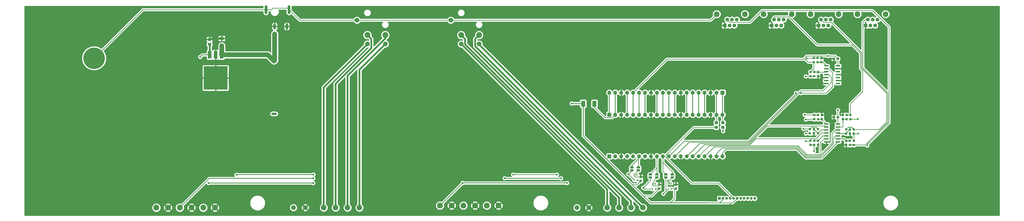
<source format=gtl>
G04 #@! TF.GenerationSoftware,KiCad,Pcbnew,(5.1.10)-1*
G04 #@! TF.CreationDate,2022-11-18T11:00:14-07:00*
G04 #@! TF.ProjectId,Lift_02,4c696674-5f30-4322-9e6b-696361645f70,rev?*
G04 #@! TF.SameCoordinates,Original*
G04 #@! TF.FileFunction,Copper,L1,Top*
G04 #@! TF.FilePolarity,Positive*
%FSLAX46Y46*%
G04 Gerber Fmt 4.6, Leading zero omitted, Abs format (unit mm)*
G04 Created by KiCad (PCBNEW (5.1.10)-1) date 2022-11-18 11:00:14*
%MOMM*%
%LPD*%
G01*
G04 APERTURE LIST*
G04 #@! TA.AperFunction,SMDPad,CuDef*
%ADD10C,0.100000*%
G04 #@! TD*
G04 #@! TA.AperFunction,ComponentPad*
%ADD11C,2.500000*%
G04 #@! TD*
G04 #@! TA.AperFunction,SMDPad,CuDef*
%ADD12R,0.400000X0.900000*%
G04 #@! TD*
G04 #@! TA.AperFunction,ComponentPad*
%ADD13C,2.400000*%
G04 #@! TD*
G04 #@! TA.AperFunction,ComponentPad*
%ADD14C,2.000000*%
G04 #@! TD*
G04 #@! TA.AperFunction,ComponentPad*
%ADD15R,1.200000X1.200000*%
G04 #@! TD*
G04 #@! TA.AperFunction,ComponentPad*
%ADD16C,1.200000*%
G04 #@! TD*
G04 #@! TA.AperFunction,ComponentPad*
%ADD17C,9.200000*%
G04 #@! TD*
G04 #@! TA.AperFunction,SMDPad,CuDef*
%ADD18R,1.800000X2.540000*%
G04 #@! TD*
G04 #@! TA.AperFunction,SMDPad,CuDef*
%ADD19R,1.511000X3.300000*%
G04 #@! TD*
G04 #@! TA.AperFunction,SMDPad,CuDef*
%ADD20R,10.122000X10.020000*%
G04 #@! TD*
G04 #@! TA.AperFunction,ComponentPad*
%ADD21O,1.700000X1.700000*%
G04 #@! TD*
G04 #@! TA.AperFunction,ComponentPad*
%ADD22R,1.700000X1.700000*%
G04 #@! TD*
G04 #@! TA.AperFunction,ComponentPad*
%ADD23C,1.600000*%
G04 #@! TD*
G04 #@! TA.AperFunction,ComponentPad*
%ADD24R,1.600000X1.600000*%
G04 #@! TD*
G04 #@! TA.AperFunction,ComponentPad*
%ADD25O,2.400000X1.000000*%
G04 #@! TD*
G04 #@! TA.AperFunction,ComponentPad*
%ADD26O,1.200000X3.800000*%
G04 #@! TD*
G04 #@! TA.AperFunction,ComponentPad*
%ADD27O,1.200000X2.500000*%
G04 #@! TD*
G04 #@! TA.AperFunction,ViaPad*
%ADD28C,0.800000*%
G04 #@! TD*
G04 #@! TA.AperFunction,Conductor*
%ADD29C,2.000000*%
G04 #@! TD*
G04 #@! TA.AperFunction,Conductor*
%ADD30C,0.800000*%
G04 #@! TD*
G04 #@! TA.AperFunction,Conductor*
%ADD31C,0.300000*%
G04 #@! TD*
G04 #@! TA.AperFunction,Conductor*
%ADD32C,0.250000*%
G04 #@! TD*
G04 #@! TA.AperFunction,Conductor*
%ADD33C,0.254000*%
G04 #@! TD*
G04 #@! TA.AperFunction,Conductor*
%ADD34C,0.100000*%
G04 #@! TD*
G04 APERTURE END LIST*
G04 #@! TA.AperFunction,SMDPad,CuDef*
D10*
G36*
X269506602Y-72756000D02*
G01*
X269506602Y-72731466D01*
X269511412Y-72682635D01*
X269520984Y-72634510D01*
X269535228Y-72587555D01*
X269554005Y-72542222D01*
X269577136Y-72498949D01*
X269604396Y-72458150D01*
X269635524Y-72420221D01*
X269670221Y-72385524D01*
X269708150Y-72354396D01*
X269748949Y-72327136D01*
X269792222Y-72304005D01*
X269837555Y-72285228D01*
X269884510Y-72270984D01*
X269932635Y-72261412D01*
X269981466Y-72256602D01*
X270006000Y-72256602D01*
X270006000Y-72256000D01*
X270506000Y-72256000D01*
X270506000Y-72256602D01*
X270530534Y-72256602D01*
X270579365Y-72261412D01*
X270627490Y-72270984D01*
X270674445Y-72285228D01*
X270719778Y-72304005D01*
X270763051Y-72327136D01*
X270803850Y-72354396D01*
X270841779Y-72385524D01*
X270876476Y-72420221D01*
X270907604Y-72458150D01*
X270934864Y-72498949D01*
X270957995Y-72542222D01*
X270976772Y-72587555D01*
X270991016Y-72634510D01*
X271000588Y-72682635D01*
X271005398Y-72731466D01*
X271005398Y-72756000D01*
X271006000Y-72756000D01*
X271006000Y-73256000D01*
X269506000Y-73256000D01*
X269506000Y-72756000D01*
X269506602Y-72756000D01*
G37*
G04 #@! TD.AperFunction*
G04 #@! TA.AperFunction,SMDPad,CuDef*
G36*
X271006000Y-73556000D02*
G01*
X271006000Y-74056000D01*
X271005398Y-74056000D01*
X271005398Y-74080534D01*
X271000588Y-74129365D01*
X270991016Y-74177490D01*
X270976772Y-74224445D01*
X270957995Y-74269778D01*
X270934864Y-74313051D01*
X270907604Y-74353850D01*
X270876476Y-74391779D01*
X270841779Y-74426476D01*
X270803850Y-74457604D01*
X270763051Y-74484864D01*
X270719778Y-74507995D01*
X270674445Y-74526772D01*
X270627490Y-74541016D01*
X270579365Y-74550588D01*
X270530534Y-74555398D01*
X270506000Y-74555398D01*
X270506000Y-74556000D01*
X270006000Y-74556000D01*
X270006000Y-74555398D01*
X269981466Y-74555398D01*
X269932635Y-74550588D01*
X269884510Y-74541016D01*
X269837555Y-74526772D01*
X269792222Y-74507995D01*
X269748949Y-74484864D01*
X269708150Y-74457604D01*
X269670221Y-74426476D01*
X269635524Y-74391779D01*
X269604396Y-74353850D01*
X269577136Y-74313051D01*
X269554005Y-74269778D01*
X269535228Y-74224445D01*
X269520984Y-74177490D01*
X269511412Y-74129365D01*
X269506602Y-74080534D01*
X269506602Y-74056000D01*
X269506000Y-74056000D01*
X269506000Y-73556000D01*
X271006000Y-73556000D01*
G37*
G04 #@! TD.AperFunction*
G04 #@! TA.AperFunction,SMDPad,CuDef*
G36*
X261632602Y-69708000D02*
G01*
X261632602Y-69683466D01*
X261637412Y-69634635D01*
X261646984Y-69586510D01*
X261661228Y-69539555D01*
X261680005Y-69494222D01*
X261703136Y-69450949D01*
X261730396Y-69410150D01*
X261761524Y-69372221D01*
X261796221Y-69337524D01*
X261834150Y-69306396D01*
X261874949Y-69279136D01*
X261918222Y-69256005D01*
X261963555Y-69237228D01*
X262010510Y-69222984D01*
X262058635Y-69213412D01*
X262107466Y-69208602D01*
X262132000Y-69208602D01*
X262132000Y-69208000D01*
X262632000Y-69208000D01*
X262632000Y-69208602D01*
X262656534Y-69208602D01*
X262705365Y-69213412D01*
X262753490Y-69222984D01*
X262800445Y-69237228D01*
X262845778Y-69256005D01*
X262889051Y-69279136D01*
X262929850Y-69306396D01*
X262967779Y-69337524D01*
X263002476Y-69372221D01*
X263033604Y-69410150D01*
X263060864Y-69450949D01*
X263083995Y-69494222D01*
X263102772Y-69539555D01*
X263117016Y-69586510D01*
X263126588Y-69634635D01*
X263131398Y-69683466D01*
X263131398Y-69708000D01*
X263132000Y-69708000D01*
X263132000Y-70208000D01*
X261632000Y-70208000D01*
X261632000Y-69708000D01*
X261632602Y-69708000D01*
G37*
G04 #@! TD.AperFunction*
G04 #@! TA.AperFunction,SMDPad,CuDef*
G36*
X263132000Y-70508000D02*
G01*
X263132000Y-71008000D01*
X263131398Y-71008000D01*
X263131398Y-71032534D01*
X263126588Y-71081365D01*
X263117016Y-71129490D01*
X263102772Y-71176445D01*
X263083995Y-71221778D01*
X263060864Y-71265051D01*
X263033604Y-71305850D01*
X263002476Y-71343779D01*
X262967779Y-71378476D01*
X262929850Y-71409604D01*
X262889051Y-71436864D01*
X262845778Y-71459995D01*
X262800445Y-71478772D01*
X262753490Y-71493016D01*
X262705365Y-71502588D01*
X262656534Y-71507398D01*
X262632000Y-71507398D01*
X262632000Y-71508000D01*
X262132000Y-71508000D01*
X262132000Y-71507398D01*
X262107466Y-71507398D01*
X262058635Y-71502588D01*
X262010510Y-71493016D01*
X261963555Y-71478772D01*
X261918222Y-71459995D01*
X261874949Y-71436864D01*
X261834150Y-71409604D01*
X261796221Y-71378476D01*
X261761524Y-71343779D01*
X261730396Y-71305850D01*
X261703136Y-71265051D01*
X261680005Y-71221778D01*
X261661228Y-71176445D01*
X261646984Y-71129490D01*
X261637412Y-71081365D01*
X261632602Y-71032534D01*
X261632602Y-71008000D01*
X261632000Y-71008000D01*
X261632000Y-70508000D01*
X263132000Y-70508000D01*
G37*
G04 #@! TD.AperFunction*
G04 #@! TA.AperFunction,SMDPad,CuDef*
G36*
X276110602Y-72756000D02*
G01*
X276110602Y-72731466D01*
X276115412Y-72682635D01*
X276124984Y-72634510D01*
X276139228Y-72587555D01*
X276158005Y-72542222D01*
X276181136Y-72498949D01*
X276208396Y-72458150D01*
X276239524Y-72420221D01*
X276274221Y-72385524D01*
X276312150Y-72354396D01*
X276352949Y-72327136D01*
X276396222Y-72304005D01*
X276441555Y-72285228D01*
X276488510Y-72270984D01*
X276536635Y-72261412D01*
X276585466Y-72256602D01*
X276610000Y-72256602D01*
X276610000Y-72256000D01*
X277110000Y-72256000D01*
X277110000Y-72256602D01*
X277134534Y-72256602D01*
X277183365Y-72261412D01*
X277231490Y-72270984D01*
X277278445Y-72285228D01*
X277323778Y-72304005D01*
X277367051Y-72327136D01*
X277407850Y-72354396D01*
X277445779Y-72385524D01*
X277480476Y-72420221D01*
X277511604Y-72458150D01*
X277538864Y-72498949D01*
X277561995Y-72542222D01*
X277580772Y-72587555D01*
X277595016Y-72634510D01*
X277604588Y-72682635D01*
X277609398Y-72731466D01*
X277609398Y-72756000D01*
X277610000Y-72756000D01*
X277610000Y-73256000D01*
X276110000Y-73256000D01*
X276110000Y-72756000D01*
X276110602Y-72756000D01*
G37*
G04 #@! TD.AperFunction*
G04 #@! TA.AperFunction,SMDPad,CuDef*
G36*
X277610000Y-73556000D02*
G01*
X277610000Y-74056000D01*
X277609398Y-74056000D01*
X277609398Y-74080534D01*
X277604588Y-74129365D01*
X277595016Y-74177490D01*
X277580772Y-74224445D01*
X277561995Y-74269778D01*
X277538864Y-74313051D01*
X277511604Y-74353850D01*
X277480476Y-74391779D01*
X277445779Y-74426476D01*
X277407850Y-74457604D01*
X277367051Y-74484864D01*
X277323778Y-74507995D01*
X277278445Y-74526772D01*
X277231490Y-74541016D01*
X277183365Y-74550588D01*
X277134534Y-74555398D01*
X277110000Y-74555398D01*
X277110000Y-74556000D01*
X276610000Y-74556000D01*
X276610000Y-74555398D01*
X276585466Y-74555398D01*
X276536635Y-74550588D01*
X276488510Y-74541016D01*
X276441555Y-74526772D01*
X276396222Y-74507995D01*
X276352949Y-74484864D01*
X276312150Y-74457604D01*
X276274221Y-74426476D01*
X276239524Y-74391779D01*
X276208396Y-74353850D01*
X276181136Y-74313051D01*
X276158005Y-74269778D01*
X276139228Y-74224445D01*
X276124984Y-74177490D01*
X276115412Y-74129365D01*
X276110602Y-74080534D01*
X276110602Y-74056000D01*
X276110000Y-74056000D01*
X276110000Y-73556000D01*
X277610000Y-73556000D01*
G37*
G04 #@! TD.AperFunction*
D11*
X81800000Y-87000000D03*
X76800000Y-87000000D03*
X71800000Y-87000000D03*
X66800000Y-87000000D03*
X61800000Y-87000000D03*
X56800000Y-87000000D03*
X202746000Y-86106000D03*
X197746000Y-86106000D03*
X192746000Y-86106000D03*
X187746000Y-86106000D03*
X182746000Y-86106000D03*
X177746000Y-86106000D03*
G04 #@! TA.AperFunction,SMDPad,CuDef*
D10*
G36*
X260337398Y-71008000D02*
G01*
X260337398Y-71032534D01*
X260332588Y-71081365D01*
X260323016Y-71129490D01*
X260308772Y-71176445D01*
X260289995Y-71221778D01*
X260266864Y-71265051D01*
X260239604Y-71305850D01*
X260208476Y-71343779D01*
X260173779Y-71378476D01*
X260135850Y-71409604D01*
X260095051Y-71436864D01*
X260051778Y-71459995D01*
X260006445Y-71478772D01*
X259959490Y-71493016D01*
X259911365Y-71502588D01*
X259862534Y-71507398D01*
X259838000Y-71507398D01*
X259838000Y-71508000D01*
X259338000Y-71508000D01*
X259338000Y-71507398D01*
X259313466Y-71507398D01*
X259264635Y-71502588D01*
X259216510Y-71493016D01*
X259169555Y-71478772D01*
X259124222Y-71459995D01*
X259080949Y-71436864D01*
X259040150Y-71409604D01*
X259002221Y-71378476D01*
X258967524Y-71343779D01*
X258936396Y-71305850D01*
X258909136Y-71265051D01*
X258886005Y-71221778D01*
X258867228Y-71176445D01*
X258852984Y-71129490D01*
X258843412Y-71081365D01*
X258838602Y-71032534D01*
X258838602Y-71008000D01*
X258838000Y-71008000D01*
X258838000Y-70508000D01*
X260338000Y-70508000D01*
X260338000Y-71008000D01*
X260337398Y-71008000D01*
G37*
G04 #@! TD.AperFunction*
G04 #@! TA.AperFunction,SMDPad,CuDef*
G36*
X258838000Y-70208000D02*
G01*
X258838000Y-69708000D01*
X258838602Y-69708000D01*
X258838602Y-69683466D01*
X258843412Y-69634635D01*
X258852984Y-69586510D01*
X258867228Y-69539555D01*
X258886005Y-69494222D01*
X258909136Y-69450949D01*
X258936396Y-69410150D01*
X258967524Y-69372221D01*
X259002221Y-69337524D01*
X259040150Y-69306396D01*
X259080949Y-69279136D01*
X259124222Y-69256005D01*
X259169555Y-69237228D01*
X259216510Y-69222984D01*
X259264635Y-69213412D01*
X259313466Y-69208602D01*
X259338000Y-69208602D01*
X259338000Y-69208000D01*
X259838000Y-69208000D01*
X259838000Y-69208602D01*
X259862534Y-69208602D01*
X259911365Y-69213412D01*
X259959490Y-69222984D01*
X260006445Y-69237228D01*
X260051778Y-69256005D01*
X260095051Y-69279136D01*
X260135850Y-69306396D01*
X260173779Y-69337524D01*
X260208476Y-69372221D01*
X260239604Y-69410150D01*
X260266864Y-69450949D01*
X260289995Y-69494222D01*
X260308772Y-69539555D01*
X260323016Y-69586510D01*
X260332588Y-69634635D01*
X260337398Y-69683466D01*
X260337398Y-69708000D01*
X260338000Y-69708000D01*
X260338000Y-70208000D01*
X258838000Y-70208000D01*
G37*
G04 #@! TD.AperFunction*
G04 #@! TA.AperFunction,SMDPad,CuDef*
G36*
X268211398Y-74056000D02*
G01*
X268211398Y-74080534D01*
X268206588Y-74129365D01*
X268197016Y-74177490D01*
X268182772Y-74224445D01*
X268163995Y-74269778D01*
X268140864Y-74313051D01*
X268113604Y-74353850D01*
X268082476Y-74391779D01*
X268047779Y-74426476D01*
X268009850Y-74457604D01*
X267969051Y-74484864D01*
X267925778Y-74507995D01*
X267880445Y-74526772D01*
X267833490Y-74541016D01*
X267785365Y-74550588D01*
X267736534Y-74555398D01*
X267712000Y-74555398D01*
X267712000Y-74556000D01*
X267212000Y-74556000D01*
X267212000Y-74555398D01*
X267187466Y-74555398D01*
X267138635Y-74550588D01*
X267090510Y-74541016D01*
X267043555Y-74526772D01*
X266998222Y-74507995D01*
X266954949Y-74484864D01*
X266914150Y-74457604D01*
X266876221Y-74426476D01*
X266841524Y-74391779D01*
X266810396Y-74353850D01*
X266783136Y-74313051D01*
X266760005Y-74269778D01*
X266741228Y-74224445D01*
X266726984Y-74177490D01*
X266717412Y-74129365D01*
X266712602Y-74080534D01*
X266712602Y-74056000D01*
X266712000Y-74056000D01*
X266712000Y-73556000D01*
X268212000Y-73556000D01*
X268212000Y-74056000D01*
X268211398Y-74056000D01*
G37*
G04 #@! TD.AperFunction*
G04 #@! TA.AperFunction,SMDPad,CuDef*
G36*
X266712000Y-73256000D02*
G01*
X266712000Y-72756000D01*
X266712602Y-72756000D01*
X266712602Y-72731466D01*
X266717412Y-72682635D01*
X266726984Y-72634510D01*
X266741228Y-72587555D01*
X266760005Y-72542222D01*
X266783136Y-72498949D01*
X266810396Y-72458150D01*
X266841524Y-72420221D01*
X266876221Y-72385524D01*
X266914150Y-72354396D01*
X266954949Y-72327136D01*
X266998222Y-72304005D01*
X267043555Y-72285228D01*
X267090510Y-72270984D01*
X267138635Y-72261412D01*
X267187466Y-72256602D01*
X267212000Y-72256602D01*
X267212000Y-72256000D01*
X267712000Y-72256000D01*
X267712000Y-72256602D01*
X267736534Y-72256602D01*
X267785365Y-72261412D01*
X267833490Y-72270984D01*
X267880445Y-72285228D01*
X267925778Y-72304005D01*
X267969051Y-72327136D01*
X268009850Y-72354396D01*
X268047779Y-72385524D01*
X268082476Y-72420221D01*
X268113604Y-72458150D01*
X268140864Y-72498949D01*
X268163995Y-72542222D01*
X268182772Y-72587555D01*
X268197016Y-72634510D01*
X268206588Y-72682635D01*
X268211398Y-72731466D01*
X268211398Y-72756000D01*
X268212000Y-72756000D01*
X268212000Y-73256000D01*
X266712000Y-73256000D01*
G37*
G04 #@! TD.AperFunction*
G04 #@! TA.AperFunction,SMDPad,CuDef*
G36*
X274815398Y-74056000D02*
G01*
X274815398Y-74080534D01*
X274810588Y-74129365D01*
X274801016Y-74177490D01*
X274786772Y-74224445D01*
X274767995Y-74269778D01*
X274744864Y-74313051D01*
X274717604Y-74353850D01*
X274686476Y-74391779D01*
X274651779Y-74426476D01*
X274613850Y-74457604D01*
X274573051Y-74484864D01*
X274529778Y-74507995D01*
X274484445Y-74526772D01*
X274437490Y-74541016D01*
X274389365Y-74550588D01*
X274340534Y-74555398D01*
X274316000Y-74555398D01*
X274316000Y-74556000D01*
X273816000Y-74556000D01*
X273816000Y-74555398D01*
X273791466Y-74555398D01*
X273742635Y-74550588D01*
X273694510Y-74541016D01*
X273647555Y-74526772D01*
X273602222Y-74507995D01*
X273558949Y-74484864D01*
X273518150Y-74457604D01*
X273480221Y-74426476D01*
X273445524Y-74391779D01*
X273414396Y-74353850D01*
X273387136Y-74313051D01*
X273364005Y-74269778D01*
X273345228Y-74224445D01*
X273330984Y-74177490D01*
X273321412Y-74129365D01*
X273316602Y-74080534D01*
X273316602Y-74056000D01*
X273316000Y-74056000D01*
X273316000Y-73556000D01*
X274816000Y-73556000D01*
X274816000Y-74056000D01*
X274815398Y-74056000D01*
G37*
G04 #@! TD.AperFunction*
G04 #@! TA.AperFunction,SMDPad,CuDef*
G36*
X273316000Y-73256000D02*
G01*
X273316000Y-72756000D01*
X273316602Y-72756000D01*
X273316602Y-72731466D01*
X273321412Y-72682635D01*
X273330984Y-72634510D01*
X273345228Y-72587555D01*
X273364005Y-72542222D01*
X273387136Y-72498949D01*
X273414396Y-72458150D01*
X273445524Y-72420221D01*
X273480221Y-72385524D01*
X273518150Y-72354396D01*
X273558949Y-72327136D01*
X273602222Y-72304005D01*
X273647555Y-72285228D01*
X273694510Y-72270984D01*
X273742635Y-72261412D01*
X273791466Y-72256602D01*
X273816000Y-72256602D01*
X273816000Y-72256000D01*
X274316000Y-72256000D01*
X274316000Y-72256602D01*
X274340534Y-72256602D01*
X274389365Y-72261412D01*
X274437490Y-72270984D01*
X274484445Y-72285228D01*
X274529778Y-72304005D01*
X274573051Y-72327136D01*
X274613850Y-72354396D01*
X274651779Y-72385524D01*
X274686476Y-72420221D01*
X274717604Y-72458150D01*
X274744864Y-72498949D01*
X274767995Y-72542222D01*
X274786772Y-72587555D01*
X274801016Y-72634510D01*
X274810588Y-72682635D01*
X274815398Y-72731466D01*
X274815398Y-72756000D01*
X274816000Y-72756000D01*
X274816000Y-73256000D01*
X273316000Y-73256000D01*
G37*
G04 #@! TD.AperFunction*
D12*
X261822000Y-72940000D03*
X261172000Y-72940000D03*
X260522000Y-72940000D03*
X260522000Y-75140000D03*
X261822000Y-75140000D03*
X269714000Y-76834000D03*
X269064000Y-76834000D03*
X268414000Y-76834000D03*
X268414000Y-79034000D03*
X269714000Y-79034000D03*
X276382000Y-76684000D03*
X275732000Y-76684000D03*
X275082000Y-76684000D03*
X275082000Y-78884000D03*
X276382000Y-78884000D03*
G04 #@! TA.AperFunction,SMDPad,CuDef*
G36*
G01*
X271461500Y-77659000D02*
X270986500Y-77659000D01*
G75*
G02*
X270749000Y-77421500I0J237500D01*
G01*
X270749000Y-76821500D01*
G75*
G02*
X270986500Y-76584000I237500J0D01*
G01*
X271461500Y-76584000D01*
G75*
G02*
X271699000Y-76821500I0J-237500D01*
G01*
X271699000Y-77421500D01*
G75*
G02*
X271461500Y-77659000I-237500J0D01*
G01*
G37*
G04 #@! TD.AperFunction*
G04 #@! TA.AperFunction,SMDPad,CuDef*
G36*
G01*
X271461500Y-79384000D02*
X270986500Y-79384000D01*
G75*
G02*
X270749000Y-79146500I0J237500D01*
G01*
X270749000Y-78546500D01*
G75*
G02*
X270986500Y-78309000I237500J0D01*
G01*
X271461500Y-78309000D01*
G75*
G02*
X271699000Y-78546500I0J-237500D01*
G01*
X271699000Y-79146500D01*
G75*
G02*
X271461500Y-79384000I-237500J0D01*
G01*
G37*
G04 #@! TD.AperFunction*
G04 #@! TA.AperFunction,SMDPad,CuDef*
G36*
G01*
X278621500Y-77653000D02*
X278146500Y-77653000D01*
G75*
G02*
X277909000Y-77415500I0J237500D01*
G01*
X277909000Y-76815500D01*
G75*
G02*
X278146500Y-76578000I237500J0D01*
G01*
X278621500Y-76578000D01*
G75*
G02*
X278859000Y-76815500I0J-237500D01*
G01*
X278859000Y-77415500D01*
G75*
G02*
X278621500Y-77653000I-237500J0D01*
G01*
G37*
G04 #@! TD.AperFunction*
G04 #@! TA.AperFunction,SMDPad,CuDef*
G36*
G01*
X278621500Y-79378000D02*
X278146500Y-79378000D01*
G75*
G02*
X277909000Y-79140500I0J237500D01*
G01*
X277909000Y-78540500D01*
G75*
G02*
X278146500Y-78303000I237500J0D01*
G01*
X278621500Y-78303000D01*
G75*
G02*
X278859000Y-78540500I0J-237500D01*
G01*
X278859000Y-79140500D01*
G75*
G02*
X278621500Y-79378000I-237500J0D01*
G01*
G37*
G04 #@! TD.AperFunction*
G04 #@! TA.AperFunction,SMDPad,CuDef*
G36*
G01*
X263635500Y-74351000D02*
X263160500Y-74351000D01*
G75*
G02*
X262923000Y-74113500I0J237500D01*
G01*
X262923000Y-73513500D01*
G75*
G02*
X263160500Y-73276000I237500J0D01*
G01*
X263635500Y-73276000D01*
G75*
G02*
X263873000Y-73513500I0J-237500D01*
G01*
X263873000Y-74113500D01*
G75*
G02*
X263635500Y-74351000I-237500J0D01*
G01*
G37*
G04 #@! TD.AperFunction*
G04 #@! TA.AperFunction,SMDPad,CuDef*
G36*
G01*
X263635500Y-76076000D02*
X263160500Y-76076000D01*
G75*
G02*
X262923000Y-75838500I0J237500D01*
G01*
X262923000Y-75238500D01*
G75*
G02*
X263160500Y-75001000I237500J0D01*
G01*
X263635500Y-75001000D01*
G75*
G02*
X263873000Y-75238500I0J-237500D01*
G01*
X263873000Y-75838500D01*
G75*
G02*
X263635500Y-76076000I-237500J0D01*
G01*
G37*
G04 #@! TD.AperFunction*
D13*
X264320000Y-87000000D03*
X259240000Y-87000000D03*
X254160000Y-87000000D03*
X249080000Y-87000000D03*
D14*
X241240000Y-87000000D03*
X236160000Y-87000000D03*
D13*
X143420000Y-87000000D03*
X138340000Y-87000000D03*
X133260000Y-87000000D03*
X128180000Y-87000000D03*
D14*
X120340000Y-87000000D03*
X115260000Y-87000000D03*
D15*
X297000000Y-83000000D03*
D16*
X298500000Y-83000000D03*
X300000000Y-83000000D03*
X301500000Y-83000000D03*
X303000000Y-83000000D03*
X304500000Y-83000000D03*
X306000000Y-83000000D03*
X307500000Y-83000000D03*
X309000000Y-83000000D03*
X310500000Y-83000000D03*
X312000000Y-83000000D03*
G04 #@! TA.AperFunction,SMDPad,CuDef*
G36*
G01*
X346925000Y-48437500D02*
X346925000Y-47962500D01*
G75*
G02*
X347162500Y-47725000I237500J0D01*
G01*
X347762500Y-47725000D01*
G75*
G02*
X348000000Y-47962500I0J-237500D01*
G01*
X348000000Y-48437500D01*
G75*
G02*
X347762500Y-48675000I-237500J0D01*
G01*
X347162500Y-48675000D01*
G75*
G02*
X346925000Y-48437500I0J237500D01*
G01*
G37*
G04 #@! TD.AperFunction*
G04 #@! TA.AperFunction,SMDPad,CuDef*
G36*
G01*
X345200000Y-48437500D02*
X345200000Y-47962500D01*
G75*
G02*
X345437500Y-47725000I237500J0D01*
G01*
X346037500Y-47725000D01*
G75*
G02*
X346275000Y-47962500I0J-237500D01*
G01*
X346275000Y-48437500D01*
G75*
G02*
X346037500Y-48675000I-237500J0D01*
G01*
X345437500Y-48675000D01*
G75*
G02*
X345200000Y-48437500I0J237500D01*
G01*
G37*
G04 #@! TD.AperFunction*
G04 #@! TA.AperFunction,SMDPad,CuDef*
G36*
G01*
X346925000Y-23437500D02*
X346925000Y-22962500D01*
G75*
G02*
X347162500Y-22725000I237500J0D01*
G01*
X347762500Y-22725000D01*
G75*
G02*
X348000000Y-22962500I0J-237500D01*
G01*
X348000000Y-23437500D01*
G75*
G02*
X347762500Y-23675000I-237500J0D01*
G01*
X347162500Y-23675000D01*
G75*
G02*
X346925000Y-23437500I0J237500D01*
G01*
G37*
G04 #@! TD.AperFunction*
G04 #@! TA.AperFunction,SMDPad,CuDef*
G36*
G01*
X345200000Y-23437500D02*
X345200000Y-22962500D01*
G75*
G02*
X345437500Y-22725000I237500J0D01*
G01*
X346037500Y-22725000D01*
G75*
G02*
X346275000Y-22962500I0J-237500D01*
G01*
X346275000Y-23437500D01*
G75*
G02*
X346037500Y-23675000I-237500J0D01*
G01*
X345437500Y-23675000D01*
G75*
G02*
X345200000Y-23437500I0J237500D01*
G01*
G37*
G04 #@! TD.AperFunction*
G04 #@! TA.AperFunction,SMDPad,CuDef*
G36*
G01*
X337637500Y-47775000D02*
X337162500Y-47775000D01*
G75*
G02*
X336925000Y-47537500I0J237500D01*
G01*
X336925000Y-47037500D01*
G75*
G02*
X337162500Y-46800000I237500J0D01*
G01*
X337637500Y-46800000D01*
G75*
G02*
X337875000Y-47037500I0J-237500D01*
G01*
X337875000Y-47537500D01*
G75*
G02*
X337637500Y-47775000I-237500J0D01*
G01*
G37*
G04 #@! TD.AperFunction*
G04 #@! TA.AperFunction,SMDPad,CuDef*
G36*
G01*
X337637500Y-49600000D02*
X337162500Y-49600000D01*
G75*
G02*
X336925000Y-49362500I0J237500D01*
G01*
X336925000Y-48862500D01*
G75*
G02*
X337162500Y-48625000I237500J0D01*
G01*
X337637500Y-48625000D01*
G75*
G02*
X337875000Y-48862500I0J-237500D01*
G01*
X337875000Y-49362500D01*
G75*
G02*
X337637500Y-49600000I-237500J0D01*
G01*
G37*
G04 #@! TD.AperFunction*
G04 #@! TA.AperFunction,SMDPad,CuDef*
G36*
G01*
X339237500Y-47775000D02*
X338762500Y-47775000D01*
G75*
G02*
X338525000Y-47537500I0J237500D01*
G01*
X338525000Y-47037500D01*
G75*
G02*
X338762500Y-46800000I237500J0D01*
G01*
X339237500Y-46800000D01*
G75*
G02*
X339475000Y-47037500I0J-237500D01*
G01*
X339475000Y-47537500D01*
G75*
G02*
X339237500Y-47775000I-237500J0D01*
G01*
G37*
G04 #@! TD.AperFunction*
G04 #@! TA.AperFunction,SMDPad,CuDef*
G36*
G01*
X339237500Y-49600000D02*
X338762500Y-49600000D01*
G75*
G02*
X338525000Y-49362500I0J237500D01*
G01*
X338525000Y-48862500D01*
G75*
G02*
X338762500Y-48625000I237500J0D01*
G01*
X339237500Y-48625000D01*
G75*
G02*
X339475000Y-48862500I0J-237500D01*
G01*
X339475000Y-49362500D01*
G75*
G02*
X339237500Y-49600000I-237500J0D01*
G01*
G37*
G04 #@! TD.AperFunction*
G04 #@! TA.AperFunction,SMDPad,CuDef*
G36*
G01*
X352337500Y-59675000D02*
X352812500Y-59675000D01*
G75*
G02*
X353050000Y-59912500I0J-237500D01*
G01*
X353050000Y-60412500D01*
G75*
G02*
X352812500Y-60650000I-237500J0D01*
G01*
X352337500Y-60650000D01*
G75*
G02*
X352100000Y-60412500I0J237500D01*
G01*
X352100000Y-59912500D01*
G75*
G02*
X352337500Y-59675000I237500J0D01*
G01*
G37*
G04 #@! TD.AperFunction*
G04 #@! TA.AperFunction,SMDPad,CuDef*
G36*
G01*
X352337500Y-57850000D02*
X352812500Y-57850000D01*
G75*
G02*
X353050000Y-58087500I0J-237500D01*
G01*
X353050000Y-58587500D01*
G75*
G02*
X352812500Y-58825000I-237500J0D01*
G01*
X352337500Y-58825000D01*
G75*
G02*
X352100000Y-58587500I0J237500D01*
G01*
X352100000Y-58087500D01*
G75*
G02*
X352337500Y-57850000I237500J0D01*
G01*
G37*
G04 #@! TD.AperFunction*
G04 #@! TA.AperFunction,SMDPad,CuDef*
G36*
G01*
X337162500Y-59637500D02*
X337637500Y-59637500D01*
G75*
G02*
X337875000Y-59875000I0J-237500D01*
G01*
X337875000Y-60375000D01*
G75*
G02*
X337637500Y-60612500I-237500J0D01*
G01*
X337162500Y-60612500D01*
G75*
G02*
X336925000Y-60375000I0J237500D01*
G01*
X336925000Y-59875000D01*
G75*
G02*
X337162500Y-59637500I237500J0D01*
G01*
G37*
G04 #@! TD.AperFunction*
G04 #@! TA.AperFunction,SMDPad,CuDef*
G36*
G01*
X337162500Y-57812500D02*
X337637500Y-57812500D01*
G75*
G02*
X337875000Y-58050000I0J-237500D01*
G01*
X337875000Y-58550000D01*
G75*
G02*
X337637500Y-58787500I-237500J0D01*
G01*
X337162500Y-58787500D01*
G75*
G02*
X336925000Y-58550000I0J237500D01*
G01*
X336925000Y-58050000D01*
G75*
G02*
X337162500Y-57812500I237500J0D01*
G01*
G37*
G04 #@! TD.AperFunction*
G04 #@! TA.AperFunction,SMDPad,CuDef*
G36*
G01*
X354012500Y-59675000D02*
X354487500Y-59675000D01*
G75*
G02*
X354725000Y-59912500I0J-237500D01*
G01*
X354725000Y-60412500D01*
G75*
G02*
X354487500Y-60650000I-237500J0D01*
G01*
X354012500Y-60650000D01*
G75*
G02*
X353775000Y-60412500I0J237500D01*
G01*
X353775000Y-59912500D01*
G75*
G02*
X354012500Y-59675000I237500J0D01*
G01*
G37*
G04 #@! TD.AperFunction*
G04 #@! TA.AperFunction,SMDPad,CuDef*
G36*
G01*
X354012500Y-57850000D02*
X354487500Y-57850000D01*
G75*
G02*
X354725000Y-58087500I0J-237500D01*
G01*
X354725000Y-58587500D01*
G75*
G02*
X354487500Y-58825000I-237500J0D01*
G01*
X354012500Y-58825000D01*
G75*
G02*
X353775000Y-58587500I0J237500D01*
G01*
X353775000Y-58087500D01*
G75*
G02*
X354012500Y-57850000I237500J0D01*
G01*
G37*
G04 #@! TD.AperFunction*
G04 #@! TA.AperFunction,SMDPad,CuDef*
G36*
G01*
X337162500Y-30225000D02*
X337637500Y-30225000D01*
G75*
G02*
X337875000Y-30462500I0J-237500D01*
G01*
X337875000Y-30962500D01*
G75*
G02*
X337637500Y-31200000I-237500J0D01*
G01*
X337162500Y-31200000D01*
G75*
G02*
X336925000Y-30962500I0J237500D01*
G01*
X336925000Y-30462500D01*
G75*
G02*
X337162500Y-30225000I237500J0D01*
G01*
G37*
G04 #@! TD.AperFunction*
G04 #@! TA.AperFunction,SMDPad,CuDef*
G36*
G01*
X337162500Y-28400000D02*
X337637500Y-28400000D01*
G75*
G02*
X337875000Y-28637500I0J-237500D01*
G01*
X337875000Y-29137500D01*
G75*
G02*
X337637500Y-29375000I-237500J0D01*
G01*
X337162500Y-29375000D01*
G75*
G02*
X336925000Y-29137500I0J237500D01*
G01*
X336925000Y-28637500D01*
G75*
G02*
X337162500Y-28400000I237500J0D01*
G01*
G37*
G04 #@! TD.AperFunction*
G04 #@! TA.AperFunction,SMDPad,CuDef*
G36*
G01*
X335562500Y-59625000D02*
X336037500Y-59625000D01*
G75*
G02*
X336275000Y-59862500I0J-237500D01*
G01*
X336275000Y-60362500D01*
G75*
G02*
X336037500Y-60600000I-237500J0D01*
G01*
X335562500Y-60600000D01*
G75*
G02*
X335325000Y-60362500I0J237500D01*
G01*
X335325000Y-59862500D01*
G75*
G02*
X335562500Y-59625000I237500J0D01*
G01*
G37*
G04 #@! TD.AperFunction*
G04 #@! TA.AperFunction,SMDPad,CuDef*
G36*
G01*
X335562500Y-57800000D02*
X336037500Y-57800000D01*
G75*
G02*
X336275000Y-58037500I0J-237500D01*
G01*
X336275000Y-58537500D01*
G75*
G02*
X336037500Y-58775000I-237500J0D01*
G01*
X335562500Y-58775000D01*
G75*
G02*
X335325000Y-58537500I0J237500D01*
G01*
X335325000Y-58037500D01*
G75*
G02*
X335562500Y-57800000I237500J0D01*
G01*
G37*
G04 #@! TD.AperFunction*
G04 #@! TA.AperFunction,SMDPad,CuDef*
G36*
G01*
X351237500Y-53975000D02*
X350762500Y-53975000D01*
G75*
G02*
X350525000Y-53737500I0J237500D01*
G01*
X350525000Y-53237500D01*
G75*
G02*
X350762500Y-53000000I237500J0D01*
G01*
X351237500Y-53000000D01*
G75*
G02*
X351475000Y-53237500I0J-237500D01*
G01*
X351475000Y-53737500D01*
G75*
G02*
X351237500Y-53975000I-237500J0D01*
G01*
G37*
G04 #@! TD.AperFunction*
G04 #@! TA.AperFunction,SMDPad,CuDef*
G36*
G01*
X351237500Y-55800000D02*
X350762500Y-55800000D01*
G75*
G02*
X350525000Y-55562500I0J237500D01*
G01*
X350525000Y-55062500D01*
G75*
G02*
X350762500Y-54825000I237500J0D01*
G01*
X351237500Y-54825000D01*
G75*
G02*
X351475000Y-55062500I0J-237500D01*
G01*
X351475000Y-55562500D01*
G75*
G02*
X351237500Y-55800000I-237500J0D01*
G01*
G37*
G04 #@! TD.AperFunction*
G04 #@! TA.AperFunction,SMDPad,CuDef*
G36*
G01*
X339237500Y-53825000D02*
X338762500Y-53825000D01*
G75*
G02*
X338525000Y-53587500I0J237500D01*
G01*
X338525000Y-53087500D01*
G75*
G02*
X338762500Y-52850000I237500J0D01*
G01*
X339237500Y-52850000D01*
G75*
G02*
X339475000Y-53087500I0J-237500D01*
G01*
X339475000Y-53587500D01*
G75*
G02*
X339237500Y-53825000I-237500J0D01*
G01*
G37*
G04 #@! TD.AperFunction*
G04 #@! TA.AperFunction,SMDPad,CuDef*
G36*
G01*
X339237500Y-55650000D02*
X338762500Y-55650000D01*
G75*
G02*
X338525000Y-55412500I0J237500D01*
G01*
X338525000Y-54912500D01*
G75*
G02*
X338762500Y-54675000I237500J0D01*
G01*
X339237500Y-54675000D01*
G75*
G02*
X339475000Y-54912500I0J-237500D01*
G01*
X339475000Y-55412500D01*
G75*
G02*
X339237500Y-55650000I-237500J0D01*
G01*
G37*
G04 #@! TD.AperFunction*
G04 #@! TA.AperFunction,SMDPad,CuDef*
G36*
G01*
X335562500Y-30225000D02*
X336037500Y-30225000D01*
G75*
G02*
X336275000Y-30462500I0J-237500D01*
G01*
X336275000Y-30962500D01*
G75*
G02*
X336037500Y-31200000I-237500J0D01*
G01*
X335562500Y-31200000D01*
G75*
G02*
X335325000Y-30962500I0J237500D01*
G01*
X335325000Y-30462500D01*
G75*
G02*
X335562500Y-30225000I237500J0D01*
G01*
G37*
G04 #@! TD.AperFunction*
G04 #@! TA.AperFunction,SMDPad,CuDef*
G36*
G01*
X335562500Y-28400000D02*
X336037500Y-28400000D01*
G75*
G02*
X336275000Y-28637500I0J-237500D01*
G01*
X336275000Y-29137500D01*
G75*
G02*
X336037500Y-29375000I-237500J0D01*
G01*
X335562500Y-29375000D01*
G75*
G02*
X335325000Y-29137500I0J237500D01*
G01*
X335325000Y-28637500D01*
G75*
G02*
X335562500Y-28400000I237500J0D01*
G01*
G37*
G04 #@! TD.AperFunction*
G04 #@! TA.AperFunction,SMDPad,CuDef*
G36*
G01*
X354437500Y-53975000D02*
X353962500Y-53975000D01*
G75*
G02*
X353725000Y-53737500I0J237500D01*
G01*
X353725000Y-53237500D01*
G75*
G02*
X353962500Y-53000000I237500J0D01*
G01*
X354437500Y-53000000D01*
G75*
G02*
X354675000Y-53237500I0J-237500D01*
G01*
X354675000Y-53737500D01*
G75*
G02*
X354437500Y-53975000I-237500J0D01*
G01*
G37*
G04 #@! TD.AperFunction*
G04 #@! TA.AperFunction,SMDPad,CuDef*
G36*
G01*
X354437500Y-55800000D02*
X353962500Y-55800000D01*
G75*
G02*
X353725000Y-55562500I0J237500D01*
G01*
X353725000Y-55062500D01*
G75*
G02*
X353962500Y-54825000I237500J0D01*
G01*
X354437500Y-54825000D01*
G75*
G02*
X354675000Y-55062500I0J-237500D01*
G01*
X354675000Y-55562500D01*
G75*
G02*
X354437500Y-55800000I-237500J0D01*
G01*
G37*
G04 #@! TD.AperFunction*
G04 #@! TA.AperFunction,SMDPad,CuDef*
G36*
G01*
X335737500Y-53825000D02*
X335262500Y-53825000D01*
G75*
G02*
X335025000Y-53587500I0J237500D01*
G01*
X335025000Y-53087500D01*
G75*
G02*
X335262500Y-52850000I237500J0D01*
G01*
X335737500Y-52850000D01*
G75*
G02*
X335975000Y-53087500I0J-237500D01*
G01*
X335975000Y-53587500D01*
G75*
G02*
X335737500Y-53825000I-237500J0D01*
G01*
G37*
G04 #@! TD.AperFunction*
G04 #@! TA.AperFunction,SMDPad,CuDef*
G36*
G01*
X335737500Y-55650000D02*
X335262500Y-55650000D01*
G75*
G02*
X335025000Y-55412500I0J237500D01*
G01*
X335025000Y-54912500D01*
G75*
G02*
X335262500Y-54675000I237500J0D01*
G01*
X335737500Y-54675000D01*
G75*
G02*
X335975000Y-54912500I0J-237500D01*
G01*
X335975000Y-55412500D01*
G75*
G02*
X335737500Y-55650000I-237500J0D01*
G01*
G37*
G04 #@! TD.AperFunction*
G04 #@! TA.AperFunction,SMDPad,CuDef*
G36*
G01*
X339037500Y-23375000D02*
X338562500Y-23375000D01*
G75*
G02*
X338325000Y-23137500I0J237500D01*
G01*
X338325000Y-22637500D01*
G75*
G02*
X338562500Y-22400000I237500J0D01*
G01*
X339037500Y-22400000D01*
G75*
G02*
X339275000Y-22637500I0J-237500D01*
G01*
X339275000Y-23137500D01*
G75*
G02*
X339037500Y-23375000I-237500J0D01*
G01*
G37*
G04 #@! TD.AperFunction*
G04 #@! TA.AperFunction,SMDPad,CuDef*
G36*
G01*
X339037500Y-25200000D02*
X338562500Y-25200000D01*
G75*
G02*
X338325000Y-24962500I0J237500D01*
G01*
X338325000Y-24462500D01*
G75*
G02*
X338562500Y-24225000I237500J0D01*
G01*
X339037500Y-24225000D01*
G75*
G02*
X339275000Y-24462500I0J-237500D01*
G01*
X339275000Y-24962500D01*
G75*
G02*
X339037500Y-25200000I-237500J0D01*
G01*
G37*
G04 #@! TD.AperFunction*
G04 #@! TA.AperFunction,SMDPad,CuDef*
G36*
G01*
X351437500Y-47775000D02*
X350962500Y-47775000D01*
G75*
G02*
X350725000Y-47537500I0J237500D01*
G01*
X350725000Y-47037500D01*
G75*
G02*
X350962500Y-46800000I237500J0D01*
G01*
X351437500Y-46800000D01*
G75*
G02*
X351675000Y-47037500I0J-237500D01*
G01*
X351675000Y-47537500D01*
G75*
G02*
X351437500Y-47775000I-237500J0D01*
G01*
G37*
G04 #@! TD.AperFunction*
G04 #@! TA.AperFunction,SMDPad,CuDef*
G36*
G01*
X351437500Y-49600000D02*
X350962500Y-49600000D01*
G75*
G02*
X350725000Y-49362500I0J237500D01*
G01*
X350725000Y-48862500D01*
G75*
G02*
X350962500Y-48625000I237500J0D01*
G01*
X351437500Y-48625000D01*
G75*
G02*
X351675000Y-48862500I0J-237500D01*
G01*
X351675000Y-49362500D01*
G75*
G02*
X351437500Y-49600000I-237500J0D01*
G01*
G37*
G04 #@! TD.AperFunction*
G04 #@! TA.AperFunction,SMDPad,CuDef*
G36*
G01*
X337437500Y-23375000D02*
X336962500Y-23375000D01*
G75*
G02*
X336725000Y-23137500I0J237500D01*
G01*
X336725000Y-22637500D01*
G75*
G02*
X336962500Y-22400000I237500J0D01*
G01*
X337437500Y-22400000D01*
G75*
G02*
X337675000Y-22637500I0J-237500D01*
G01*
X337675000Y-23137500D01*
G75*
G02*
X337437500Y-23375000I-237500J0D01*
G01*
G37*
G04 #@! TD.AperFunction*
G04 #@! TA.AperFunction,SMDPad,CuDef*
G36*
G01*
X337437500Y-25200000D02*
X336962500Y-25200000D01*
G75*
G02*
X336725000Y-24962500I0J237500D01*
G01*
X336725000Y-24462500D01*
G75*
G02*
X336962500Y-24225000I237500J0D01*
G01*
X337437500Y-24225000D01*
G75*
G02*
X337675000Y-24462500I0J-237500D01*
G01*
X337675000Y-24962500D01*
G75*
G02*
X337437500Y-25200000I-237500J0D01*
G01*
G37*
G04 #@! TD.AperFunction*
G04 #@! TA.AperFunction,SMDPad,CuDef*
G36*
G01*
X353037500Y-47775000D02*
X352562500Y-47775000D01*
G75*
G02*
X352325000Y-47537500I0J237500D01*
G01*
X352325000Y-47037500D01*
G75*
G02*
X352562500Y-46800000I237500J0D01*
G01*
X353037500Y-46800000D01*
G75*
G02*
X353275000Y-47037500I0J-237500D01*
G01*
X353275000Y-47537500D01*
G75*
G02*
X353037500Y-47775000I-237500J0D01*
G01*
G37*
G04 #@! TD.AperFunction*
G04 #@! TA.AperFunction,SMDPad,CuDef*
G36*
G01*
X353037500Y-49600000D02*
X352562500Y-49600000D01*
G75*
G02*
X352325000Y-49362500I0J237500D01*
G01*
X352325000Y-48862500D01*
G75*
G02*
X352562500Y-48625000I237500J0D01*
G01*
X353037500Y-48625000D01*
G75*
G02*
X353275000Y-48862500I0J-237500D01*
G01*
X353275000Y-49362500D01*
G75*
G02*
X353037500Y-49600000I-237500J0D01*
G01*
G37*
G04 #@! TD.AperFunction*
G04 #@! TA.AperFunction,SMDPad,CuDef*
G36*
G01*
X350762500Y-59575000D02*
X351237500Y-59575000D01*
G75*
G02*
X351475000Y-59812500I0J-237500D01*
G01*
X351475000Y-60412500D01*
G75*
G02*
X351237500Y-60650000I-237500J0D01*
G01*
X350762500Y-60650000D01*
G75*
G02*
X350525000Y-60412500I0J237500D01*
G01*
X350525000Y-59812500D01*
G75*
G02*
X350762500Y-59575000I237500J0D01*
G01*
G37*
G04 #@! TD.AperFunction*
G04 #@! TA.AperFunction,SMDPad,CuDef*
G36*
G01*
X350762500Y-57850000D02*
X351237500Y-57850000D01*
G75*
G02*
X351475000Y-58087500I0J-237500D01*
G01*
X351475000Y-58687500D01*
G75*
G02*
X351237500Y-58925000I-237500J0D01*
G01*
X350762500Y-58925000D01*
G75*
G02*
X350525000Y-58687500I0J237500D01*
G01*
X350525000Y-58087500D01*
G75*
G02*
X350762500Y-57850000I237500J0D01*
G01*
G37*
G04 #@! TD.AperFunction*
G04 #@! TA.AperFunction,SMDPad,CuDef*
G36*
G01*
X338762500Y-59525000D02*
X339237500Y-59525000D01*
G75*
G02*
X339475000Y-59762500I0J-237500D01*
G01*
X339475000Y-60362500D01*
G75*
G02*
X339237500Y-60600000I-237500J0D01*
G01*
X338762500Y-60600000D01*
G75*
G02*
X338525000Y-60362500I0J237500D01*
G01*
X338525000Y-59762500D01*
G75*
G02*
X338762500Y-59525000I237500J0D01*
G01*
G37*
G04 #@! TD.AperFunction*
G04 #@! TA.AperFunction,SMDPad,CuDef*
G36*
G01*
X338762500Y-57800000D02*
X339237500Y-57800000D01*
G75*
G02*
X339475000Y-58037500I0J-237500D01*
G01*
X339475000Y-58637500D01*
G75*
G02*
X339237500Y-58875000I-237500J0D01*
G01*
X338762500Y-58875000D01*
G75*
G02*
X338525000Y-58637500I0J237500D01*
G01*
X338525000Y-58037500D01*
G75*
G02*
X338762500Y-57800000I237500J0D01*
G01*
G37*
G04 #@! TD.AperFunction*
G04 #@! TA.AperFunction,SMDPad,CuDef*
G36*
G01*
X338762500Y-30125000D02*
X339237500Y-30125000D01*
G75*
G02*
X339475000Y-30362500I0J-237500D01*
G01*
X339475000Y-30962500D01*
G75*
G02*
X339237500Y-31200000I-237500J0D01*
G01*
X338762500Y-31200000D01*
G75*
G02*
X338525000Y-30962500I0J237500D01*
G01*
X338525000Y-30362500D01*
G75*
G02*
X338762500Y-30125000I237500J0D01*
G01*
G37*
G04 #@! TD.AperFunction*
G04 #@! TA.AperFunction,SMDPad,CuDef*
G36*
G01*
X338762500Y-28400000D02*
X339237500Y-28400000D01*
G75*
G02*
X339475000Y-28637500I0J-237500D01*
G01*
X339475000Y-29237500D01*
G75*
G02*
X339237500Y-29475000I-237500J0D01*
G01*
X338762500Y-29475000D01*
G75*
G02*
X338525000Y-29237500I0J237500D01*
G01*
X338525000Y-28637500D01*
G75*
G02*
X338762500Y-28400000I237500J0D01*
G01*
G37*
G04 #@! TD.AperFunction*
G04 #@! TA.AperFunction,SMDPad,CuDef*
G36*
G01*
X352362500Y-54725000D02*
X352837500Y-54725000D01*
G75*
G02*
X353075000Y-54962500I0J-237500D01*
G01*
X353075000Y-55562500D01*
G75*
G02*
X352837500Y-55800000I-237500J0D01*
G01*
X352362500Y-55800000D01*
G75*
G02*
X352125000Y-55562500I0J237500D01*
G01*
X352125000Y-54962500D01*
G75*
G02*
X352362500Y-54725000I237500J0D01*
G01*
G37*
G04 #@! TD.AperFunction*
G04 #@! TA.AperFunction,SMDPad,CuDef*
G36*
G01*
X352362500Y-53000000D02*
X352837500Y-53000000D01*
G75*
G02*
X353075000Y-53237500I0J-237500D01*
G01*
X353075000Y-53837500D01*
G75*
G02*
X352837500Y-54075000I-237500J0D01*
G01*
X352362500Y-54075000D01*
G75*
G02*
X352125000Y-53837500I0J237500D01*
G01*
X352125000Y-53237500D01*
G75*
G02*
X352362500Y-53000000I237500J0D01*
G01*
G37*
G04 #@! TD.AperFunction*
G04 #@! TA.AperFunction,SMDPad,CuDef*
G36*
G01*
X337012500Y-54575000D02*
X337487500Y-54575000D01*
G75*
G02*
X337725000Y-54812500I0J-237500D01*
G01*
X337725000Y-55412500D01*
G75*
G02*
X337487500Y-55650000I-237500J0D01*
G01*
X337012500Y-55650000D01*
G75*
G02*
X336775000Y-55412500I0J237500D01*
G01*
X336775000Y-54812500D01*
G75*
G02*
X337012500Y-54575000I237500J0D01*
G01*
G37*
G04 #@! TD.AperFunction*
G04 #@! TA.AperFunction,SMDPad,CuDef*
G36*
G01*
X337012500Y-52850000D02*
X337487500Y-52850000D01*
G75*
G02*
X337725000Y-53087500I0J-237500D01*
G01*
X337725000Y-53687500D01*
G75*
G02*
X337487500Y-53925000I-237500J0D01*
G01*
X337012500Y-53925000D01*
G75*
G02*
X336775000Y-53687500I0J237500D01*
G01*
X336775000Y-53087500D01*
G75*
G02*
X337012500Y-52850000I237500J0D01*
G01*
G37*
G04 #@! TD.AperFunction*
G04 #@! TA.AperFunction,SMDPad,CuDef*
G36*
G01*
X340637500Y-23475000D02*
X340162500Y-23475000D01*
G75*
G02*
X339925000Y-23237500I0J237500D01*
G01*
X339925000Y-22637500D01*
G75*
G02*
X340162500Y-22400000I237500J0D01*
G01*
X340637500Y-22400000D01*
G75*
G02*
X340875000Y-22637500I0J-237500D01*
G01*
X340875000Y-23237500D01*
G75*
G02*
X340637500Y-23475000I-237500J0D01*
G01*
G37*
G04 #@! TD.AperFunction*
G04 #@! TA.AperFunction,SMDPad,CuDef*
G36*
G01*
X340637500Y-25200000D02*
X340162500Y-25200000D01*
G75*
G02*
X339925000Y-24962500I0J237500D01*
G01*
X339925000Y-24362500D01*
G75*
G02*
X340162500Y-24125000I237500J0D01*
G01*
X340637500Y-24125000D01*
G75*
G02*
X340875000Y-24362500I0J-237500D01*
G01*
X340875000Y-24962500D01*
G75*
G02*
X340637500Y-25200000I-237500J0D01*
G01*
G37*
G04 #@! TD.AperFunction*
G04 #@! TA.AperFunction,SMDPad,CuDef*
G36*
G01*
X349837500Y-47875000D02*
X349362500Y-47875000D01*
G75*
G02*
X349125000Y-47637500I0J237500D01*
G01*
X349125000Y-47037500D01*
G75*
G02*
X349362500Y-46800000I237500J0D01*
G01*
X349837500Y-46800000D01*
G75*
G02*
X350075000Y-47037500I0J-237500D01*
G01*
X350075000Y-47637500D01*
G75*
G02*
X349837500Y-47875000I-237500J0D01*
G01*
G37*
G04 #@! TD.AperFunction*
G04 #@! TA.AperFunction,SMDPad,CuDef*
G36*
G01*
X349837500Y-49600000D02*
X349362500Y-49600000D01*
G75*
G02*
X349125000Y-49362500I0J237500D01*
G01*
X349125000Y-48762500D01*
G75*
G02*
X349362500Y-48525000I237500J0D01*
G01*
X349837500Y-48525000D01*
G75*
G02*
X350075000Y-48762500I0J-237500D01*
G01*
X350075000Y-49362500D01*
G75*
G02*
X349837500Y-49600000I-237500J0D01*
G01*
G37*
G04 #@! TD.AperFunction*
G04 #@! TA.AperFunction,SMDPad,CuDef*
G36*
G01*
X340837500Y-47875000D02*
X340362500Y-47875000D01*
G75*
G02*
X340125000Y-47637500I0J237500D01*
G01*
X340125000Y-47037500D01*
G75*
G02*
X340362500Y-46800000I237500J0D01*
G01*
X340837500Y-46800000D01*
G75*
G02*
X341075000Y-47037500I0J-237500D01*
G01*
X341075000Y-47637500D01*
G75*
G02*
X340837500Y-47875000I-237500J0D01*
G01*
G37*
G04 #@! TD.AperFunction*
G04 #@! TA.AperFunction,SMDPad,CuDef*
G36*
G01*
X340837500Y-49600000D02*
X340362500Y-49600000D01*
G75*
G02*
X340125000Y-49362500I0J237500D01*
G01*
X340125000Y-48762500D01*
G75*
G02*
X340362500Y-48525000I237500J0D01*
G01*
X340837500Y-48525000D01*
G75*
G02*
X341075000Y-48762500I0J-237500D01*
G01*
X341075000Y-49362500D01*
G75*
G02*
X340837500Y-49600000I-237500J0D01*
G01*
G37*
G04 #@! TD.AperFunction*
D17*
X30250000Y-23000000D03*
G04 #@! TA.AperFunction,SMDPad,CuDef*
G36*
G01*
X346500000Y-51340000D02*
X346500000Y-51040000D01*
G75*
G02*
X346650000Y-50890000I150000J0D01*
G01*
X348300000Y-50890000D01*
G75*
G02*
X348450000Y-51040000I0J-150000D01*
G01*
X348450000Y-51340000D01*
G75*
G02*
X348300000Y-51490000I-150000J0D01*
G01*
X346650000Y-51490000D01*
G75*
G02*
X346500000Y-51340000I0J150000D01*
G01*
G37*
G04 #@! TD.AperFunction*
G04 #@! TA.AperFunction,SMDPad,CuDef*
G36*
G01*
X346500000Y-52610000D02*
X346500000Y-52310000D01*
G75*
G02*
X346650000Y-52160000I150000J0D01*
G01*
X348300000Y-52160000D01*
G75*
G02*
X348450000Y-52310000I0J-150000D01*
G01*
X348450000Y-52610000D01*
G75*
G02*
X348300000Y-52760000I-150000J0D01*
G01*
X346650000Y-52760000D01*
G75*
G02*
X346500000Y-52610000I0J150000D01*
G01*
G37*
G04 #@! TD.AperFunction*
G04 #@! TA.AperFunction,SMDPad,CuDef*
G36*
G01*
X346500000Y-53880000D02*
X346500000Y-53580000D01*
G75*
G02*
X346650000Y-53430000I150000J0D01*
G01*
X348300000Y-53430000D01*
G75*
G02*
X348450000Y-53580000I0J-150000D01*
G01*
X348450000Y-53880000D01*
G75*
G02*
X348300000Y-54030000I-150000J0D01*
G01*
X346650000Y-54030000D01*
G75*
G02*
X346500000Y-53880000I0J150000D01*
G01*
G37*
G04 #@! TD.AperFunction*
G04 #@! TA.AperFunction,SMDPad,CuDef*
G36*
G01*
X346500000Y-55150000D02*
X346500000Y-54850000D01*
G75*
G02*
X346650000Y-54700000I150000J0D01*
G01*
X348300000Y-54700000D01*
G75*
G02*
X348450000Y-54850000I0J-150000D01*
G01*
X348450000Y-55150000D01*
G75*
G02*
X348300000Y-55300000I-150000J0D01*
G01*
X346650000Y-55300000D01*
G75*
G02*
X346500000Y-55150000I0J150000D01*
G01*
G37*
G04 #@! TD.AperFunction*
G04 #@! TA.AperFunction,SMDPad,CuDef*
G36*
G01*
X346500000Y-56420000D02*
X346500000Y-56120000D01*
G75*
G02*
X346650000Y-55970000I150000J0D01*
G01*
X348300000Y-55970000D01*
G75*
G02*
X348450000Y-56120000I0J-150000D01*
G01*
X348450000Y-56420000D01*
G75*
G02*
X348300000Y-56570000I-150000J0D01*
G01*
X346650000Y-56570000D01*
G75*
G02*
X346500000Y-56420000I0J150000D01*
G01*
G37*
G04 #@! TD.AperFunction*
G04 #@! TA.AperFunction,SMDPad,CuDef*
G36*
G01*
X346500000Y-57690000D02*
X346500000Y-57390000D01*
G75*
G02*
X346650000Y-57240000I150000J0D01*
G01*
X348300000Y-57240000D01*
G75*
G02*
X348450000Y-57390000I0J-150000D01*
G01*
X348450000Y-57690000D01*
G75*
G02*
X348300000Y-57840000I-150000J0D01*
G01*
X346650000Y-57840000D01*
G75*
G02*
X346500000Y-57690000I0J150000D01*
G01*
G37*
G04 #@! TD.AperFunction*
G04 #@! TA.AperFunction,SMDPad,CuDef*
G36*
G01*
X346500000Y-58960000D02*
X346500000Y-58660000D01*
G75*
G02*
X346650000Y-58510000I150000J0D01*
G01*
X348300000Y-58510000D01*
G75*
G02*
X348450000Y-58660000I0J-150000D01*
G01*
X348450000Y-58960000D01*
G75*
G02*
X348300000Y-59110000I-150000J0D01*
G01*
X346650000Y-59110000D01*
G75*
G02*
X346500000Y-58960000I0J150000D01*
G01*
G37*
G04 #@! TD.AperFunction*
G04 #@! TA.AperFunction,SMDPad,CuDef*
G36*
G01*
X341550000Y-58960000D02*
X341550000Y-58660000D01*
G75*
G02*
X341700000Y-58510000I150000J0D01*
G01*
X343350000Y-58510000D01*
G75*
G02*
X343500000Y-58660000I0J-150000D01*
G01*
X343500000Y-58960000D01*
G75*
G02*
X343350000Y-59110000I-150000J0D01*
G01*
X341700000Y-59110000D01*
G75*
G02*
X341550000Y-58960000I0J150000D01*
G01*
G37*
G04 #@! TD.AperFunction*
G04 #@! TA.AperFunction,SMDPad,CuDef*
G36*
G01*
X341550000Y-57690000D02*
X341550000Y-57390000D01*
G75*
G02*
X341700000Y-57240000I150000J0D01*
G01*
X343350000Y-57240000D01*
G75*
G02*
X343500000Y-57390000I0J-150000D01*
G01*
X343500000Y-57690000D01*
G75*
G02*
X343350000Y-57840000I-150000J0D01*
G01*
X341700000Y-57840000D01*
G75*
G02*
X341550000Y-57690000I0J150000D01*
G01*
G37*
G04 #@! TD.AperFunction*
G04 #@! TA.AperFunction,SMDPad,CuDef*
G36*
G01*
X341550000Y-56420000D02*
X341550000Y-56120000D01*
G75*
G02*
X341700000Y-55970000I150000J0D01*
G01*
X343350000Y-55970000D01*
G75*
G02*
X343500000Y-56120000I0J-150000D01*
G01*
X343500000Y-56420000D01*
G75*
G02*
X343350000Y-56570000I-150000J0D01*
G01*
X341700000Y-56570000D01*
G75*
G02*
X341550000Y-56420000I0J150000D01*
G01*
G37*
G04 #@! TD.AperFunction*
G04 #@! TA.AperFunction,SMDPad,CuDef*
G36*
G01*
X341550000Y-55150000D02*
X341550000Y-54850000D01*
G75*
G02*
X341700000Y-54700000I150000J0D01*
G01*
X343350000Y-54700000D01*
G75*
G02*
X343500000Y-54850000I0J-150000D01*
G01*
X343500000Y-55150000D01*
G75*
G02*
X343350000Y-55300000I-150000J0D01*
G01*
X341700000Y-55300000D01*
G75*
G02*
X341550000Y-55150000I0J150000D01*
G01*
G37*
G04 #@! TD.AperFunction*
G04 #@! TA.AperFunction,SMDPad,CuDef*
G36*
G01*
X341550000Y-53880000D02*
X341550000Y-53580000D01*
G75*
G02*
X341700000Y-53430000I150000J0D01*
G01*
X343350000Y-53430000D01*
G75*
G02*
X343500000Y-53580000I0J-150000D01*
G01*
X343500000Y-53880000D01*
G75*
G02*
X343350000Y-54030000I-150000J0D01*
G01*
X341700000Y-54030000D01*
G75*
G02*
X341550000Y-53880000I0J150000D01*
G01*
G37*
G04 #@! TD.AperFunction*
G04 #@! TA.AperFunction,SMDPad,CuDef*
G36*
G01*
X341550000Y-52610000D02*
X341550000Y-52310000D01*
G75*
G02*
X341700000Y-52160000I150000J0D01*
G01*
X343350000Y-52160000D01*
G75*
G02*
X343500000Y-52310000I0J-150000D01*
G01*
X343500000Y-52610000D01*
G75*
G02*
X343350000Y-52760000I-150000J0D01*
G01*
X341700000Y-52760000D01*
G75*
G02*
X341550000Y-52610000I0J150000D01*
G01*
G37*
G04 #@! TD.AperFunction*
G04 #@! TA.AperFunction,SMDPad,CuDef*
G36*
G01*
X341550000Y-51340000D02*
X341550000Y-51040000D01*
G75*
G02*
X341700000Y-50890000I150000J0D01*
G01*
X343350000Y-50890000D01*
G75*
G02*
X343500000Y-51040000I0J-150000D01*
G01*
X343500000Y-51340000D01*
G75*
G02*
X343350000Y-51490000I-150000J0D01*
G01*
X341700000Y-51490000D01*
G75*
G02*
X341550000Y-51340000I0J150000D01*
G01*
G37*
G04 #@! TD.AperFunction*
G04 #@! TA.AperFunction,SMDPad,CuDef*
G36*
G01*
X346500000Y-26340000D02*
X346500000Y-26040000D01*
G75*
G02*
X346650000Y-25890000I150000J0D01*
G01*
X348300000Y-25890000D01*
G75*
G02*
X348450000Y-26040000I0J-150000D01*
G01*
X348450000Y-26340000D01*
G75*
G02*
X348300000Y-26490000I-150000J0D01*
G01*
X346650000Y-26490000D01*
G75*
G02*
X346500000Y-26340000I0J150000D01*
G01*
G37*
G04 #@! TD.AperFunction*
G04 #@! TA.AperFunction,SMDPad,CuDef*
G36*
G01*
X346500000Y-27610000D02*
X346500000Y-27310000D01*
G75*
G02*
X346650000Y-27160000I150000J0D01*
G01*
X348300000Y-27160000D01*
G75*
G02*
X348450000Y-27310000I0J-150000D01*
G01*
X348450000Y-27610000D01*
G75*
G02*
X348300000Y-27760000I-150000J0D01*
G01*
X346650000Y-27760000D01*
G75*
G02*
X346500000Y-27610000I0J150000D01*
G01*
G37*
G04 #@! TD.AperFunction*
G04 #@! TA.AperFunction,SMDPad,CuDef*
G36*
G01*
X346500000Y-28880000D02*
X346500000Y-28580000D01*
G75*
G02*
X346650000Y-28430000I150000J0D01*
G01*
X348300000Y-28430000D01*
G75*
G02*
X348450000Y-28580000I0J-150000D01*
G01*
X348450000Y-28880000D01*
G75*
G02*
X348300000Y-29030000I-150000J0D01*
G01*
X346650000Y-29030000D01*
G75*
G02*
X346500000Y-28880000I0J150000D01*
G01*
G37*
G04 #@! TD.AperFunction*
G04 #@! TA.AperFunction,SMDPad,CuDef*
G36*
G01*
X346500000Y-30150000D02*
X346500000Y-29850000D01*
G75*
G02*
X346650000Y-29700000I150000J0D01*
G01*
X348300000Y-29700000D01*
G75*
G02*
X348450000Y-29850000I0J-150000D01*
G01*
X348450000Y-30150000D01*
G75*
G02*
X348300000Y-30300000I-150000J0D01*
G01*
X346650000Y-30300000D01*
G75*
G02*
X346500000Y-30150000I0J150000D01*
G01*
G37*
G04 #@! TD.AperFunction*
G04 #@! TA.AperFunction,SMDPad,CuDef*
G36*
G01*
X346500000Y-31420000D02*
X346500000Y-31120000D01*
G75*
G02*
X346650000Y-30970000I150000J0D01*
G01*
X348300000Y-30970000D01*
G75*
G02*
X348450000Y-31120000I0J-150000D01*
G01*
X348450000Y-31420000D01*
G75*
G02*
X348300000Y-31570000I-150000J0D01*
G01*
X346650000Y-31570000D01*
G75*
G02*
X346500000Y-31420000I0J150000D01*
G01*
G37*
G04 #@! TD.AperFunction*
G04 #@! TA.AperFunction,SMDPad,CuDef*
G36*
G01*
X346500000Y-32690000D02*
X346500000Y-32390000D01*
G75*
G02*
X346650000Y-32240000I150000J0D01*
G01*
X348300000Y-32240000D01*
G75*
G02*
X348450000Y-32390000I0J-150000D01*
G01*
X348450000Y-32690000D01*
G75*
G02*
X348300000Y-32840000I-150000J0D01*
G01*
X346650000Y-32840000D01*
G75*
G02*
X346500000Y-32690000I0J150000D01*
G01*
G37*
G04 #@! TD.AperFunction*
G04 #@! TA.AperFunction,SMDPad,CuDef*
G36*
G01*
X346500000Y-33960000D02*
X346500000Y-33660000D01*
G75*
G02*
X346650000Y-33510000I150000J0D01*
G01*
X348300000Y-33510000D01*
G75*
G02*
X348450000Y-33660000I0J-150000D01*
G01*
X348450000Y-33960000D01*
G75*
G02*
X348300000Y-34110000I-150000J0D01*
G01*
X346650000Y-34110000D01*
G75*
G02*
X346500000Y-33960000I0J150000D01*
G01*
G37*
G04 #@! TD.AperFunction*
G04 #@! TA.AperFunction,SMDPad,CuDef*
G36*
G01*
X341550000Y-33960000D02*
X341550000Y-33660000D01*
G75*
G02*
X341700000Y-33510000I150000J0D01*
G01*
X343350000Y-33510000D01*
G75*
G02*
X343500000Y-33660000I0J-150000D01*
G01*
X343500000Y-33960000D01*
G75*
G02*
X343350000Y-34110000I-150000J0D01*
G01*
X341700000Y-34110000D01*
G75*
G02*
X341550000Y-33960000I0J150000D01*
G01*
G37*
G04 #@! TD.AperFunction*
G04 #@! TA.AperFunction,SMDPad,CuDef*
G36*
G01*
X341550000Y-32690000D02*
X341550000Y-32390000D01*
G75*
G02*
X341700000Y-32240000I150000J0D01*
G01*
X343350000Y-32240000D01*
G75*
G02*
X343500000Y-32390000I0J-150000D01*
G01*
X343500000Y-32690000D01*
G75*
G02*
X343350000Y-32840000I-150000J0D01*
G01*
X341700000Y-32840000D01*
G75*
G02*
X341550000Y-32690000I0J150000D01*
G01*
G37*
G04 #@! TD.AperFunction*
G04 #@! TA.AperFunction,SMDPad,CuDef*
G36*
G01*
X341550000Y-31420000D02*
X341550000Y-31120000D01*
G75*
G02*
X341700000Y-30970000I150000J0D01*
G01*
X343350000Y-30970000D01*
G75*
G02*
X343500000Y-31120000I0J-150000D01*
G01*
X343500000Y-31420000D01*
G75*
G02*
X343350000Y-31570000I-150000J0D01*
G01*
X341700000Y-31570000D01*
G75*
G02*
X341550000Y-31420000I0J150000D01*
G01*
G37*
G04 #@! TD.AperFunction*
G04 #@! TA.AperFunction,SMDPad,CuDef*
G36*
G01*
X341550000Y-30150000D02*
X341550000Y-29850000D01*
G75*
G02*
X341700000Y-29700000I150000J0D01*
G01*
X343350000Y-29700000D01*
G75*
G02*
X343500000Y-29850000I0J-150000D01*
G01*
X343500000Y-30150000D01*
G75*
G02*
X343350000Y-30300000I-150000J0D01*
G01*
X341700000Y-30300000D01*
G75*
G02*
X341550000Y-30150000I0J150000D01*
G01*
G37*
G04 #@! TD.AperFunction*
G04 #@! TA.AperFunction,SMDPad,CuDef*
G36*
G01*
X341550000Y-28880000D02*
X341550000Y-28580000D01*
G75*
G02*
X341700000Y-28430000I150000J0D01*
G01*
X343350000Y-28430000D01*
G75*
G02*
X343500000Y-28580000I0J-150000D01*
G01*
X343500000Y-28880000D01*
G75*
G02*
X343350000Y-29030000I-150000J0D01*
G01*
X341700000Y-29030000D01*
G75*
G02*
X341550000Y-28880000I0J150000D01*
G01*
G37*
G04 #@! TD.AperFunction*
G04 #@! TA.AperFunction,SMDPad,CuDef*
G36*
G01*
X341550000Y-27610000D02*
X341550000Y-27310000D01*
G75*
G02*
X341700000Y-27160000I150000J0D01*
G01*
X343350000Y-27160000D01*
G75*
G02*
X343500000Y-27310000I0J-150000D01*
G01*
X343500000Y-27610000D01*
G75*
G02*
X343350000Y-27760000I-150000J0D01*
G01*
X341700000Y-27760000D01*
G75*
G02*
X341550000Y-27610000I0J150000D01*
G01*
G37*
G04 #@! TD.AperFunction*
G04 #@! TA.AperFunction,SMDPad,CuDef*
G36*
G01*
X341550000Y-26340000D02*
X341550000Y-26040000D01*
G75*
G02*
X341700000Y-25890000I150000J0D01*
G01*
X343350000Y-25890000D01*
G75*
G02*
X343500000Y-26040000I0J-150000D01*
G01*
X343500000Y-26340000D01*
G75*
G02*
X343350000Y-26490000I-150000J0D01*
G01*
X341700000Y-26490000D01*
G75*
G02*
X341550000Y-26340000I0J150000D01*
G01*
G37*
G04 #@! TD.AperFunction*
D18*
X238850000Y-42500000D03*
X243650000Y-42500000D03*
D19*
X82100000Y-21548000D03*
X84640000Y-21548000D03*
X79560000Y-21548000D03*
D20*
X82100000Y-31452000D03*
G04 #@! TA.AperFunction,SMDPad,CuDef*
G36*
G01*
X295149999Y-52000000D02*
X296050001Y-52000000D01*
G75*
G02*
X296300000Y-52249999I0J-249999D01*
G01*
X296300000Y-52950001D01*
G75*
G02*
X296050001Y-53200000I-249999J0D01*
G01*
X295149999Y-53200000D01*
G75*
G02*
X294900000Y-52950001I0J249999D01*
G01*
X294900000Y-52249999D01*
G75*
G02*
X295149999Y-52000000I249999J0D01*
G01*
G37*
G04 #@! TD.AperFunction*
G04 #@! TA.AperFunction,SMDPad,CuDef*
G36*
G01*
X295149999Y-50000000D02*
X296050001Y-50000000D01*
G75*
G02*
X296300000Y-50249999I0J-249999D01*
G01*
X296300000Y-50950001D01*
G75*
G02*
X296050001Y-51200000I-249999J0D01*
G01*
X295149999Y-51200000D01*
G75*
G02*
X294900000Y-50950001I0J249999D01*
G01*
X294900000Y-50249999D01*
G75*
G02*
X295149999Y-50000000I249999J0D01*
G01*
G37*
G04 #@! TD.AperFunction*
G04 #@! TA.AperFunction,SMDPad,CuDef*
G36*
G01*
X297949999Y-52000000D02*
X298850001Y-52000000D01*
G75*
G02*
X299100000Y-52249999I0J-249999D01*
G01*
X299100000Y-52950001D01*
G75*
G02*
X298850001Y-53200000I-249999J0D01*
G01*
X297949999Y-53200000D01*
G75*
G02*
X297700000Y-52950001I0J249999D01*
G01*
X297700000Y-52249999D01*
G75*
G02*
X297949999Y-52000000I249999J0D01*
G01*
G37*
G04 #@! TD.AperFunction*
G04 #@! TA.AperFunction,SMDPad,CuDef*
G36*
G01*
X297949999Y-50000000D02*
X298850001Y-50000000D01*
G75*
G02*
X299100000Y-50249999I0J-249999D01*
G01*
X299100000Y-50950001D01*
G75*
G02*
X298850001Y-51200000I-249999J0D01*
G01*
X297949999Y-51200000D01*
G75*
G02*
X297700000Y-50950001I0J249999D01*
G01*
X297700000Y-50249999D01*
G75*
G02*
X297949999Y-50000000I249999J0D01*
G01*
G37*
G04 #@! TD.AperFunction*
D14*
X182370000Y-6715000D03*
X194430000Y-16885000D03*
D11*
X194430000Y-13070000D03*
X186810000Y-13070000D03*
D14*
X186810000Y-16885000D03*
X142370000Y-6715000D03*
X154430000Y-16885000D03*
D11*
X154430000Y-13070000D03*
X146810000Y-13070000D03*
D14*
X146810000Y-16885000D03*
D21*
X249990000Y-37750000D03*
X252530000Y-37750000D03*
X255070000Y-37750000D03*
X257610000Y-37750000D03*
X260150000Y-37750000D03*
X262690000Y-37750000D03*
X265230000Y-37750000D03*
X267770000Y-37750000D03*
X270310000Y-37750000D03*
X272850000Y-37750000D03*
X275390000Y-37750000D03*
X277930000Y-37750000D03*
X280470000Y-37750000D03*
X283010000Y-37750000D03*
X285550000Y-37750000D03*
X288090000Y-37750000D03*
X290630000Y-37750000D03*
X293170000Y-37750000D03*
X295710000Y-37750000D03*
D22*
X298250000Y-37750000D03*
D13*
X367800000Y-4130000D03*
X355800000Y-4130000D03*
D23*
X362310000Y-6430000D03*
X361290000Y-8970000D03*
X360270000Y-6430000D03*
D24*
X359250000Y-8970000D03*
D23*
X364350000Y-6430000D03*
X363330000Y-8970000D03*
D13*
X347800000Y-4130000D03*
X335800000Y-4130000D03*
D23*
X342310000Y-6430000D03*
X341290000Y-8970000D03*
X340270000Y-6430000D03*
D24*
X339250000Y-8970000D03*
D23*
X344350000Y-6430000D03*
X343330000Y-8970000D03*
D21*
X298260000Y-47220000D03*
X295720000Y-47220000D03*
X293180000Y-47220000D03*
X290640000Y-47220000D03*
X288100000Y-47220000D03*
X285560000Y-47220000D03*
X283020000Y-47220000D03*
X280480000Y-47220000D03*
X277940000Y-47220000D03*
X275400000Y-47220000D03*
X272860000Y-47220000D03*
X270320000Y-47220000D03*
X267780000Y-47220000D03*
X265240000Y-47220000D03*
X262700000Y-47220000D03*
X260160000Y-47220000D03*
X257620000Y-47220000D03*
X255080000Y-47220000D03*
X252540000Y-47220000D03*
D22*
X250000000Y-47220000D03*
D21*
X298260000Y-65000000D03*
X295720000Y-65000000D03*
X293180000Y-65000000D03*
X290640000Y-65000000D03*
X288100000Y-65000000D03*
X285560000Y-65000000D03*
X283020000Y-65000000D03*
X280480000Y-65000000D03*
X277940000Y-65000000D03*
X275400000Y-65000000D03*
X272860000Y-65000000D03*
X270320000Y-65000000D03*
X267780000Y-65000000D03*
X265240000Y-65000000D03*
X262700000Y-65000000D03*
X260160000Y-65000000D03*
X257620000Y-65000000D03*
X255080000Y-65000000D03*
X252540000Y-65000000D03*
D22*
X250000000Y-65000000D03*
D13*
X327800000Y-4130000D03*
X315800000Y-4130000D03*
D23*
X322310000Y-6430000D03*
X321290000Y-8970000D03*
X320270000Y-6430000D03*
D24*
X319250000Y-8970000D03*
D23*
X324350000Y-6430000D03*
X323330000Y-8970000D03*
D13*
X307800000Y-4130000D03*
X295800000Y-4130000D03*
D23*
X302310000Y-6430000D03*
X301290000Y-8970000D03*
X300270000Y-6430000D03*
D24*
X299250000Y-8970000D03*
D23*
X304350000Y-6430000D03*
X303330000Y-8970000D03*
D25*
X107000000Y-24187000D03*
X107000000Y-46813000D03*
D26*
X113400000Y-2175000D03*
X103550000Y-2175000D03*
D14*
X107270000Y-12625000D03*
D27*
X112470000Y-9375000D03*
X107270000Y-9375000D03*
G04 #@! TA.AperFunction,SMDPad,CuDef*
G36*
G01*
X79975000Y-15550000D02*
X79025000Y-15550000D01*
G75*
G02*
X78775000Y-15300000I0J250000D01*
G01*
X78775000Y-14625000D01*
G75*
G02*
X79025000Y-14375000I250000J0D01*
G01*
X79975000Y-14375000D01*
G75*
G02*
X80225000Y-14625000I0J-250000D01*
G01*
X80225000Y-15300000D01*
G75*
G02*
X79975000Y-15550000I-250000J0D01*
G01*
G37*
G04 #@! TD.AperFunction*
G04 #@! TA.AperFunction,SMDPad,CuDef*
G36*
G01*
X79975000Y-17625000D02*
X79025000Y-17625000D01*
G75*
G02*
X78775000Y-17375000I0J250000D01*
G01*
X78775000Y-16700000D01*
G75*
G02*
X79025000Y-16450000I250000J0D01*
G01*
X79975000Y-16450000D01*
G75*
G02*
X80225000Y-16700000I0J-250000D01*
G01*
X80225000Y-17375000D01*
G75*
G02*
X79975000Y-17625000I-250000J0D01*
G01*
G37*
G04 #@! TD.AperFunction*
G04 #@! TA.AperFunction,SMDPad,CuDef*
G36*
G01*
X85350003Y-15200000D02*
X84049997Y-15200000D01*
G75*
G02*
X83800000Y-14950003I0J249997D01*
G01*
X83800000Y-14124997D01*
G75*
G02*
X84049997Y-13875000I249997J0D01*
G01*
X85350003Y-13875000D01*
G75*
G02*
X85600000Y-14124997I0J-249997D01*
G01*
X85600000Y-14950003D01*
G75*
G02*
X85350003Y-15200000I-249997J0D01*
G01*
G37*
G04 #@! TD.AperFunction*
G04 #@! TA.AperFunction,SMDPad,CuDef*
G36*
G01*
X85350003Y-18325000D02*
X84049997Y-18325000D01*
G75*
G02*
X83800000Y-18075003I0J249997D01*
G01*
X83800000Y-17249997D01*
G75*
G02*
X84049997Y-17000000I249997J0D01*
G01*
X85350003Y-17000000D01*
G75*
G02*
X85600000Y-17249997I0J-249997D01*
G01*
X85600000Y-18075003D01*
G75*
G02*
X85350003Y-18325000I-249997J0D01*
G01*
G37*
G04 #@! TD.AperFunction*
D28*
X337250000Y-56250000D03*
X339000000Y-61750000D03*
X352500000Y-56750000D03*
X301500000Y-85675000D03*
X271780000Y-75692000D03*
X275031999Y-75692000D03*
X75500000Y-22400000D03*
X233900000Y-42400000D03*
X329598432Y-37848432D03*
X331694448Y-37944448D03*
X343274990Y-22024990D03*
X356000000Y-49000000D03*
X356187500Y-55312500D03*
X333750000Y-55250000D03*
X333750000Y-58500000D03*
X333750000Y-49250000D03*
X347500000Y-45250000D03*
X298500000Y-54250000D03*
X359968934Y-60377082D03*
X337250000Y-62750000D03*
X332750000Y-53250000D03*
X333250000Y-47250000D03*
X333750000Y-30750000D03*
X334250000Y-23000000D03*
X227610000Y-72830000D03*
X123780000Y-72820000D03*
X258064000Y-72644000D03*
X205350000Y-74390000D03*
X123710000Y-74460000D03*
X229362000Y-74422000D03*
X264414000Y-78486000D03*
X231960000Y-76410000D03*
X208974000Y-72830000D03*
X90932000Y-72898000D03*
X273050000Y-81026000D03*
X78994000Y-76454000D03*
X187425000Y-76427000D03*
X123698000Y-76454000D03*
D29*
X107270000Y-23917000D02*
X107000000Y-24187000D01*
X107270000Y-12625000D02*
X107270000Y-23917000D01*
X84700000Y-21488000D02*
X84640000Y-21548000D01*
X84700000Y-17662500D02*
X84700000Y-21488000D01*
X104361000Y-21548000D02*
X107000000Y-24187000D01*
X84640000Y-21548000D02*
X104361000Y-21548000D01*
D30*
X79925000Y-14537500D02*
X79500000Y-14962500D01*
X84700000Y-14537500D02*
X79925000Y-14537500D01*
D31*
X255070000Y-47210000D02*
X255080000Y-47220000D01*
X255070000Y-37750000D02*
X255070000Y-47210000D01*
X267770000Y-47210000D02*
X267780000Y-47220000D01*
X267770000Y-37750000D02*
X267770000Y-47210000D01*
X280470000Y-47210000D02*
X280480000Y-47220000D01*
X280470000Y-37750000D02*
X280470000Y-47210000D01*
D32*
X337250000Y-55112500D02*
X337250000Y-56250000D01*
X339000000Y-60062500D02*
X339000000Y-61750000D01*
X352600000Y-56650000D02*
X352500000Y-56750000D01*
X352600000Y-55262500D02*
X352600000Y-56650000D01*
X260522000Y-73615002D02*
X260522000Y-72940000D01*
X260720498Y-73813500D02*
X260522000Y-73615002D01*
X263398000Y-73813500D02*
X260720498Y-73813500D01*
X270686499Y-77659001D02*
X271224000Y-77121500D01*
X268563999Y-77659001D02*
X270686499Y-77659001D01*
X268414000Y-77509002D02*
X268563999Y-77659001D01*
X268414000Y-76834000D02*
X268414000Y-77509002D01*
X277990499Y-77509001D02*
X278384000Y-77115500D01*
X275207001Y-77509001D02*
X277990499Y-77509001D01*
X275082000Y-77384000D02*
X275207001Y-77509001D01*
X275082000Y-76684000D02*
X275082000Y-77384000D01*
X271224000Y-76248000D02*
X271780000Y-75692000D01*
X271224000Y-77121500D02*
X271224000Y-76248000D01*
X275082000Y-75742001D02*
X275031999Y-75692000D01*
X275082000Y-76684000D02*
X275082000Y-75742001D01*
D30*
X79560000Y-17097500D02*
X79500000Y-17037500D01*
X79560000Y-21548000D02*
X79560000Y-17097500D01*
D32*
X298500000Y-83375002D02*
X298500000Y-83000000D01*
X296975002Y-84900000D02*
X298500000Y-83375002D01*
X292100000Y-84900000D02*
X296975002Y-84900000D01*
X302600000Y-84900000D02*
X304500000Y-83000000D01*
X296975002Y-84900000D02*
X302600000Y-84900000D01*
D31*
X76352000Y-21548000D02*
X75500000Y-22400000D01*
X79560000Y-21548000D02*
X76352000Y-21548000D01*
X238750000Y-42400000D02*
X238850000Y-42500000D01*
X233900000Y-42400000D02*
X238750000Y-42400000D01*
X238850000Y-56270002D02*
X238850000Y-42500000D01*
D32*
X262220500Y-75538500D02*
X261822000Y-75140000D01*
X263398000Y-75538500D02*
X262220500Y-75538500D01*
X263398000Y-75538500D02*
X262789500Y-75538500D01*
X269901500Y-78846500D02*
X269714000Y-79034000D01*
X271224000Y-78846500D02*
X269901500Y-78846500D01*
X268132499Y-81938001D02*
X264517999Y-81938001D01*
X271224000Y-78846500D02*
X268132499Y-81938001D01*
D31*
X264517999Y-81938001D02*
X259691999Y-77112001D01*
X267479998Y-84900000D02*
X264517999Y-81938001D01*
D32*
X276425500Y-78840500D02*
X276382000Y-78884000D01*
X277722500Y-83211500D02*
X276034000Y-84900000D01*
D31*
X276034000Y-84900000D02*
X267479998Y-84900000D01*
D32*
X277722500Y-78840500D02*
X277722500Y-83211500D01*
D31*
X292100000Y-84900000D02*
X276034000Y-84900000D01*
D32*
X278384000Y-78840500D02*
X277722500Y-78840500D01*
X277722500Y-78840500D02*
X276425500Y-78840500D01*
X259691999Y-77112001D02*
X261824499Y-77112001D01*
X261824499Y-77112001D02*
X263398000Y-75538500D01*
D31*
X259691999Y-77112001D02*
X238850000Y-56270002D01*
D32*
X338962500Y-58300000D02*
X339000000Y-58337500D01*
X337400000Y-58300000D02*
X338962500Y-58300000D01*
X341067500Y-56270000D02*
X339000000Y-58337500D01*
X342525000Y-56270000D02*
X341067500Y-56270000D01*
X337250000Y-53412500D02*
X339000000Y-55162500D01*
X337250000Y-53387500D02*
X337250000Y-53412500D01*
X340432500Y-53730000D02*
X342525000Y-53730000D01*
X339000000Y-55162500D02*
X340432500Y-53730000D01*
X340550000Y-49112500D02*
X340600000Y-49062500D01*
X339000000Y-49112500D02*
X340550000Y-49112500D01*
X340600000Y-49265000D02*
X340600000Y-49062500D01*
X342525000Y-51190000D02*
X340600000Y-49265000D01*
D31*
X350152500Y-57540000D02*
X351000000Y-58387500D01*
X347475000Y-57540000D02*
X350152500Y-57540000D01*
X352525000Y-58387500D02*
X352575000Y-58337500D01*
X351000000Y-58387500D02*
X352525000Y-58387500D01*
X347787500Y-55312500D02*
X347475000Y-55000000D01*
X351000000Y-55312500D02*
X347787500Y-55312500D01*
X351000000Y-55137500D02*
X352600000Y-53537500D01*
X351000000Y-55312500D02*
X351000000Y-55137500D01*
D32*
X349650000Y-49112500D02*
X349600000Y-49062500D01*
X351200000Y-49112500D02*
X349650000Y-49112500D01*
X349600000Y-49062500D02*
X349600000Y-52400000D01*
X349540000Y-52460000D02*
X347475000Y-52460000D01*
X349600000Y-52400000D02*
X349540000Y-52460000D01*
X338850000Y-24662500D02*
X338800000Y-24712500D01*
X340400000Y-24662500D02*
X338850000Y-24662500D01*
X340997500Y-24662500D02*
X342525000Y-26190000D01*
X340400000Y-24662500D02*
X340997500Y-24662500D01*
X338950000Y-28887500D02*
X339000000Y-28937500D01*
X337400000Y-28887500D02*
X338950000Y-28887500D01*
X342317500Y-28937500D02*
X342525000Y-28730000D01*
X339000000Y-28937500D02*
X342317500Y-28937500D01*
D31*
X252540000Y-37760000D02*
X252530000Y-37750000D01*
X252540000Y-47220000D02*
X252540000Y-37760000D01*
D32*
X251314999Y-48445001D02*
X252540000Y-47220000D01*
X248075001Y-48445001D02*
X251314999Y-48445001D01*
X243650000Y-44020000D02*
X248075001Y-48445001D01*
X243650000Y-42500000D02*
X243650000Y-44020000D01*
X293215000Y-6715000D02*
X182370000Y-6715000D01*
X295800000Y-4130000D02*
X293215000Y-6715000D01*
X182370000Y-6715000D02*
X142370000Y-6715000D01*
X117940000Y-6715000D02*
X113400000Y-2175000D01*
X142370000Y-6715000D02*
X117940000Y-6715000D01*
X112724999Y-1499999D02*
X113400000Y-2175000D01*
X106489999Y-1499999D02*
X112724999Y-1499999D01*
X105814998Y-2175000D02*
X106489999Y-1499999D01*
X103550000Y-2175000D02*
X105814998Y-2175000D01*
X51075000Y-2175000D02*
X30250000Y-23000000D01*
X103550000Y-2175000D02*
X51075000Y-2175000D01*
X340534970Y-65750030D02*
X347475000Y-58810000D01*
X333628670Y-65750030D02*
X340534970Y-65750030D01*
X329878690Y-62000050D02*
X333628670Y-65750030D01*
X299750000Y-62000050D02*
X329878690Y-62000050D01*
X298260000Y-63490050D02*
X299750000Y-62000050D01*
X298260000Y-65000000D02*
X298260000Y-63490050D01*
X295720000Y-63780040D02*
X295720000Y-65000000D01*
X330085800Y-61500040D02*
X298000000Y-61500040D01*
X333835780Y-65250020D02*
X330085800Y-61500040D01*
X298000000Y-61500040D02*
X295720000Y-63780040D01*
X339914220Y-65250020D02*
X333835780Y-65250020D01*
X346500000Y-56270000D02*
X345500000Y-57270000D01*
X347475000Y-56270000D02*
X346500000Y-56270000D01*
X345500000Y-59664240D02*
X344207120Y-60957120D01*
X345500000Y-57270000D02*
X345500000Y-59664240D01*
X344207120Y-60957120D02*
X339914220Y-65250020D01*
X344375020Y-60789220D02*
X344207120Y-60957120D01*
X290640000Y-65000000D02*
X294639970Y-61000030D01*
X330292910Y-61000030D02*
X334042890Y-64750010D01*
X294639970Y-61000030D02*
X330292910Y-61000030D01*
X339250010Y-64750010D02*
X339500000Y-64750010D01*
X334042890Y-64750010D02*
X339250010Y-64750010D01*
X346500000Y-53730000D02*
X347475000Y-53730000D01*
X344999990Y-55230010D02*
X346500000Y-53730000D01*
X344999990Y-59457130D02*
X344999990Y-55230010D01*
X339707110Y-64750010D02*
X344999990Y-59457130D01*
X339250010Y-64750010D02*
X339707110Y-64750010D01*
X339850010Y-59239990D02*
X339850010Y-63899990D01*
X341550000Y-57540000D02*
X339850010Y-59239990D01*
X342525000Y-57540000D02*
X341550000Y-57540000D01*
X339850010Y-63899990D02*
X339500000Y-64250000D01*
X288100000Y-65000000D02*
X292599980Y-60500020D01*
X292599980Y-60500020D02*
X330500020Y-60500020D01*
X334250000Y-64250000D02*
X339500000Y-64250000D01*
X330500020Y-60500020D02*
X334250000Y-64250000D01*
X339491212Y-56025010D02*
X339474990Y-56025010D01*
X340516222Y-55000000D02*
X339491212Y-56025010D01*
X342525000Y-55000000D02*
X340516222Y-55000000D01*
X338091232Y-57424990D02*
X339491212Y-56025010D01*
X312532130Y-57424990D02*
X338091232Y-57424990D01*
X309957110Y-60000010D02*
X312532130Y-57424990D01*
X290559990Y-60000010D02*
X309957110Y-60000010D01*
X285560000Y-65000000D02*
X290559990Y-60000010D01*
X288520000Y-59500000D02*
X283020000Y-65000000D01*
X317275020Y-51974980D02*
X309750000Y-59500000D01*
X309750000Y-59500000D02*
X288520000Y-59500000D01*
X342039980Y-51974980D02*
X317275020Y-51974980D01*
X342525000Y-52460000D02*
X342039980Y-51974980D01*
X277940000Y-65000000D02*
X283940010Y-58999990D01*
X283940010Y-58999990D02*
X309542890Y-58999990D01*
X341156038Y-36896440D02*
X344750000Y-33302478D01*
X331646440Y-36896440D02*
X341156038Y-36896440D01*
X309542890Y-58999990D02*
X331646440Y-36896440D01*
X343500000Y-30000000D02*
X342525000Y-30000000D01*
X344750000Y-31250000D02*
X343500000Y-30000000D01*
X344750000Y-33302478D02*
X344750000Y-31250000D01*
X275400000Y-65000000D02*
X281900020Y-58499980D01*
X281900020Y-58499980D02*
X309335780Y-58499980D01*
X309335780Y-58499980D02*
X329750000Y-38085760D01*
X329750000Y-38000000D02*
X329598432Y-37848432D01*
X329750000Y-38085760D02*
X329750000Y-38000000D01*
X331694448Y-37944448D02*
X342444448Y-37944448D01*
X345250010Y-35138886D02*
X344694448Y-35694448D01*
X345250010Y-29210010D02*
X345250010Y-35138886D01*
X343500000Y-27460000D02*
X345250010Y-29210010D01*
X342525000Y-27460000D02*
X343500000Y-27460000D01*
X344694448Y-35694448D02*
X345000000Y-35388896D01*
X342444448Y-37944448D02*
X344694448Y-35694448D01*
X272860000Y-71550000D02*
X274066000Y-72756000D01*
X276860000Y-71628000D02*
X272860000Y-67628000D01*
X276860000Y-72756000D02*
X276860000Y-71628000D01*
X272860000Y-67628000D02*
X272860000Y-71550000D01*
X272860000Y-65000000D02*
X272860000Y-67628000D01*
X270320000Y-65342998D02*
X270320000Y-65000000D01*
X270320000Y-69898000D02*
X267462000Y-72756000D01*
X270320000Y-65000000D02*
X270320000Y-69898000D01*
X270320000Y-72692000D02*
X270256000Y-72756000D01*
X270320000Y-69898000D02*
X270320000Y-72692000D01*
X262382000Y-65318000D02*
X262700000Y-65000000D01*
X259588000Y-68834000D02*
X262382000Y-66040000D01*
X259588000Y-69708000D02*
X259588000Y-68834000D01*
X262382000Y-66040000D02*
X262382000Y-65318000D01*
X262382000Y-69708000D02*
X262382000Y-66040000D01*
D31*
X249990000Y-47210000D02*
X250000000Y-47220000D01*
X249990000Y-37750000D02*
X249990000Y-47210000D01*
X257620000Y-37760000D02*
X257610000Y-37750000D01*
X257620000Y-47220000D02*
X257620000Y-37760000D01*
X260150000Y-47210000D02*
X260160000Y-47220000D01*
X260150000Y-37750000D02*
X260150000Y-47210000D01*
D32*
X347462500Y-51177500D02*
X347475000Y-51190000D01*
X347462500Y-48200000D02*
X347462500Y-51177500D01*
X347462500Y-26177500D02*
X347475000Y-26190000D01*
X347462500Y-23200000D02*
X347462500Y-26177500D01*
X334815498Y-24712500D02*
X337200000Y-24712500D01*
X333474999Y-23372001D02*
X334815498Y-24712500D01*
X334078008Y-22024990D02*
X333474999Y-22627999D01*
X333474999Y-22627999D02*
X333474999Y-23372001D01*
X347462500Y-23200000D02*
X346287490Y-22024990D01*
X337200000Y-27487500D02*
X335800000Y-28887500D01*
X337200000Y-24712500D02*
X337200000Y-27487500D01*
X274527999Y-23372001D02*
X260150000Y-37750000D01*
X333474999Y-23372001D02*
X274527999Y-23372001D01*
X354250000Y-55362500D02*
X354200000Y-55312500D01*
X354250000Y-58337500D02*
X354250000Y-55362500D01*
X343274990Y-22024990D02*
X334078008Y-22024990D01*
X346287490Y-22024990D02*
X343274990Y-22024990D01*
X355887500Y-49112500D02*
X356000000Y-49000000D01*
X352800000Y-49112500D02*
X355887500Y-49112500D01*
X354200000Y-55312500D02*
X356187500Y-55312500D01*
X333837500Y-55162500D02*
X333750000Y-55250000D01*
X335500000Y-55162500D02*
X333837500Y-55162500D01*
X335587500Y-58500000D02*
X335800000Y-58287500D01*
X333750000Y-58500000D02*
X335587500Y-58500000D01*
X333887500Y-49112500D02*
X333750000Y-49250000D01*
X337400000Y-49112500D02*
X333887500Y-49112500D01*
X347462500Y-45287500D02*
X347500000Y-45250000D01*
X347462500Y-48200000D02*
X347462500Y-45287500D01*
D31*
X262700000Y-37760000D02*
X262690000Y-37750000D01*
X262700000Y-47220000D02*
X262700000Y-37760000D01*
X265230000Y-47210000D02*
X265240000Y-47220000D01*
X265230000Y-37750000D02*
X265230000Y-47210000D01*
X270310000Y-47210000D02*
X270320000Y-47220000D01*
X270310000Y-37750000D02*
X270310000Y-47210000D01*
X272860000Y-37760000D02*
X272850000Y-37750000D01*
X272860000Y-47220000D02*
X272860000Y-37760000D01*
X275390000Y-47210000D02*
X275400000Y-47220000D01*
X275390000Y-37750000D02*
X275390000Y-47210000D01*
X277930000Y-47210000D02*
X277940000Y-47220000D01*
X277930000Y-37750000D02*
X277930000Y-47210000D01*
X283020000Y-37760000D02*
X283010000Y-37750000D01*
X283020000Y-47220000D02*
X283020000Y-37760000D01*
X285550000Y-47210000D02*
X285560000Y-47220000D01*
X285550000Y-37750000D02*
X285550000Y-47210000D01*
X288100000Y-37760000D02*
X288090000Y-37750000D01*
X288100000Y-47220000D02*
X288100000Y-37760000D01*
X290630000Y-47210000D02*
X290640000Y-47220000D01*
X290630000Y-37750000D02*
X290630000Y-47210000D01*
X295720000Y-37760000D02*
X295710000Y-37750000D01*
X295720000Y-47220000D02*
X295720000Y-37760000D01*
D32*
X295720000Y-50480000D02*
X295600000Y-50600000D01*
X295720000Y-47220000D02*
X295720000Y-50480000D01*
D31*
X298250000Y-47210000D02*
X298260000Y-47220000D01*
X298250000Y-37750000D02*
X298250000Y-47210000D01*
D32*
X298260000Y-50460000D02*
X298400000Y-50600000D01*
X298260000Y-47220000D02*
X298260000Y-50460000D01*
X296500000Y-76500000D02*
X303000000Y-83000000D01*
X285086998Y-76500000D02*
X296500000Y-76500000D01*
X274085001Y-65498003D02*
X285086998Y-76500000D01*
X274085001Y-64501997D02*
X274085001Y-65498003D01*
X285986998Y-52600000D02*
X274085001Y-64501997D01*
X295600000Y-52600000D02*
X285986998Y-52600000D01*
X298500000Y-52700000D02*
X298400000Y-52600000D01*
X298500000Y-54250000D02*
X298500000Y-52700000D01*
X337387500Y-60112500D02*
X337400000Y-60125000D01*
X335800000Y-60112500D02*
X337387500Y-60112500D01*
X337250000Y-60275000D02*
X337400000Y-60125000D01*
X337250000Y-62750000D02*
X337250000Y-60275000D01*
X309993997Y-7605001D02*
X301445001Y-7605001D01*
X315043999Y-2554999D02*
X309993997Y-7605001D01*
X362214001Y-2554999D02*
X315043999Y-2554999D01*
X301445001Y-7605001D02*
X300270000Y-6430000D01*
X369250010Y-9591008D02*
X362214001Y-2554999D01*
X359968934Y-59988186D02*
X369250010Y-50707110D01*
X369250010Y-50707110D02*
X369250010Y-9591008D01*
X359968934Y-60377082D02*
X359968934Y-59988186D01*
X352800000Y-47287500D02*
X351200000Y-47287500D01*
X358000000Y-28414240D02*
X358000000Y-37250000D01*
X358000000Y-37250000D02*
X352800000Y-42450000D01*
X357074979Y-20782099D02*
X357074979Y-27489219D01*
X353542880Y-17250000D02*
X357074979Y-20782099D01*
X352800000Y-42450000D02*
X352800000Y-47287500D01*
X338588998Y-17250000D02*
X353542880Y-17250000D01*
X326593997Y-5254999D02*
X338588998Y-17250000D01*
X320313631Y-5254999D02*
X326593997Y-5254999D01*
X357074979Y-27489219D02*
X358000000Y-28414240D01*
X320270000Y-5298630D02*
X320313631Y-5254999D01*
X320270000Y-6430000D02*
X320270000Y-5298630D01*
D31*
X351887510Y-52599990D02*
X351000000Y-53487500D01*
X353312490Y-52599990D02*
X351887510Y-52599990D01*
X354200000Y-53487500D02*
X353312490Y-52599990D01*
D32*
X341445001Y-7605001D02*
X340270000Y-6430000D01*
X357574989Y-20574989D02*
X344605001Y-7605001D01*
X357574989Y-27282109D02*
X357574989Y-20574989D01*
X344605001Y-7605001D02*
X341445001Y-7605001D01*
X368250000Y-37957120D02*
X357574989Y-27282109D01*
X368250000Y-50292880D02*
X368250000Y-37957120D01*
X365055380Y-53487500D02*
X368250000Y-50292880D01*
X354200000Y-53487500D02*
X365055380Y-53487500D01*
D31*
X352575000Y-60162500D02*
X354250000Y-60162500D01*
D32*
X354250000Y-60162500D02*
X359087500Y-60162500D01*
X359087500Y-60162500D02*
X368750000Y-50500000D01*
X358074999Y-7493631D02*
X358074999Y-27074999D01*
X359138630Y-6430000D02*
X358074999Y-7493631D01*
X360270000Y-6430000D02*
X359138630Y-6430000D01*
X368750000Y-37750000D02*
X368750000Y-50500000D01*
X358074999Y-27074999D02*
X368750000Y-37750000D01*
X338137490Y-52474990D02*
X339000000Y-53337500D01*
X336362510Y-52474990D02*
X338137490Y-52474990D01*
X335500000Y-53337500D02*
X336362510Y-52474990D01*
X335412500Y-53250000D02*
X335500000Y-53337500D01*
X332750000Y-53250000D02*
X335412500Y-53250000D01*
X337400000Y-47287500D02*
X339000000Y-47287500D01*
X337362500Y-47250000D02*
X337400000Y-47287500D01*
X333250000Y-47250000D02*
X337362500Y-47250000D01*
X335800000Y-30712500D02*
X337400000Y-30712500D01*
X335762500Y-30750000D02*
X335800000Y-30712500D01*
X333750000Y-30750000D02*
X335762500Y-30750000D01*
X337200000Y-22887500D02*
X338800000Y-22887500D01*
X337087500Y-23000000D02*
X337200000Y-22887500D01*
X334250000Y-23000000D02*
X337087500Y-23000000D01*
D31*
X182400000Y-86820000D02*
X182580000Y-87000000D01*
D32*
X182800000Y-86790000D02*
X182800000Y-87000000D01*
X259588000Y-74206000D02*
X260522000Y-75140000D01*
X259588000Y-74168000D02*
X259588000Y-74206000D01*
X258064000Y-72644000D02*
X259588000Y-74168000D01*
X259588000Y-71120000D02*
X258064000Y-72644000D01*
X259588000Y-71008000D02*
X259588000Y-71120000D01*
X205360000Y-74380000D02*
X205350000Y-74390000D01*
X192800000Y-86940000D02*
X192800000Y-87000000D01*
X229330000Y-74390000D02*
X229362000Y-74422000D01*
X267462000Y-74056000D02*
X267462000Y-75438000D01*
X264962000Y-79034000D02*
X264414000Y-78486000D01*
X268414000Y-79034000D02*
X264962000Y-79034000D01*
X267462000Y-75438000D02*
X264414000Y-78486000D01*
D31*
X203200000Y-86700000D02*
X202900000Y-87000000D01*
D32*
X231950000Y-76420000D02*
X231960000Y-76410000D01*
X202900000Y-87000000D02*
X202800000Y-87000000D01*
D30*
X128180000Y-35515000D02*
X146810000Y-16885000D01*
X128180000Y-87000000D02*
X128180000Y-35515000D01*
X133260000Y-87000000D02*
X133260000Y-33872000D01*
X148460001Y-14720001D02*
X146810000Y-13070000D01*
X148460001Y-18671999D02*
X148460001Y-14720001D01*
X133260000Y-33872000D02*
X148460001Y-18671999D01*
X154430000Y-14442998D02*
X154430000Y-13070000D01*
X138340000Y-30532998D02*
X154430000Y-14442998D01*
X138340000Y-87000000D02*
X138340000Y-30532998D01*
X143420000Y-27895000D02*
X154430000Y-16885000D01*
X143420000Y-87000000D02*
X143420000Y-27895000D01*
X194430000Y-17110000D02*
X194430000Y-16885000D01*
X264320000Y-87000000D02*
X194430000Y-17110000D01*
X259240000Y-84234000D02*
X259240000Y-87000000D01*
X192779999Y-17773999D02*
X259240000Y-84234000D01*
X192779999Y-14720001D02*
X192779999Y-17773999D01*
X194430000Y-13070000D02*
X192779999Y-14720001D01*
X254160000Y-82750062D02*
X254160000Y-87000000D01*
X188460001Y-17050063D02*
X254160000Y-82750062D01*
X188460001Y-14720001D02*
X188460001Y-17050063D01*
X186810000Y-13070000D02*
X188460001Y-14720001D01*
X249080000Y-79155000D02*
X186810000Y-16885000D01*
X249080000Y-87000000D02*
X249080000Y-79155000D01*
D32*
X227610000Y-72830000D02*
X208974000Y-72830000D01*
D31*
X90980000Y-72820000D02*
X123780000Y-72820000D01*
X90980000Y-72850000D02*
X90932000Y-72898000D01*
X90980000Y-72820000D02*
X90980000Y-72850000D01*
X205382000Y-74422000D02*
X205350000Y-74390000D01*
X229362000Y-74422000D02*
X205382000Y-74422000D01*
X123710000Y-74460000D02*
X79340000Y-74460000D01*
X79340000Y-74460000D02*
X66800000Y-87000000D01*
D32*
X274066000Y-74056000D02*
X274066000Y-80010000D01*
X274066000Y-80010000D02*
X273050000Y-81026000D01*
X275082000Y-78994000D02*
X273050000Y-81026000D01*
X275082000Y-78884000D02*
X275082000Y-78994000D01*
D31*
X187442000Y-76410000D02*
X187425000Y-76427000D01*
X231960000Y-76410000D02*
X187442000Y-76410000D01*
X79038000Y-76410000D02*
X78994000Y-76454000D01*
X187425000Y-76427000D02*
X177746000Y-86106000D01*
X123698000Y-76454000D02*
X78994000Y-76454000D01*
D32*
X275806999Y-75109001D02*
X276860000Y-74056000D01*
X275806999Y-76491001D02*
X275806999Y-75109001D01*
X275732000Y-76566000D02*
X275806999Y-76491001D01*
X275732000Y-76684000D02*
X275732000Y-76566000D01*
X261172000Y-72218000D02*
X261172000Y-72940000D01*
X262382000Y-71008000D02*
X261172000Y-72218000D01*
X269064000Y-75248000D02*
X270256000Y-74056000D01*
X269064000Y-76834000D02*
X269064000Y-75248000D01*
D33*
X102315000Y-814336D02*
X102315000Y-1415000D01*
X51112322Y-1415000D01*
X51074999Y-1411324D01*
X51037676Y-1415000D01*
X51037667Y-1415000D01*
X50926014Y-1425997D01*
X50782753Y-1469454D01*
X50650724Y-1540026D01*
X50650722Y-1540027D01*
X50650723Y-1540027D01*
X50563996Y-1611201D01*
X50563992Y-1611205D01*
X50534999Y-1634999D01*
X50511205Y-1663992D01*
X33379928Y-18795270D01*
X32729702Y-18360803D01*
X31776993Y-17966178D01*
X30765603Y-17765000D01*
X29734397Y-17765000D01*
X28723007Y-17966178D01*
X27770298Y-18360803D01*
X26912882Y-18933710D01*
X26183710Y-19662882D01*
X25610803Y-20520298D01*
X25216178Y-21473007D01*
X25015000Y-22484397D01*
X25015000Y-23515603D01*
X25216178Y-24526993D01*
X25610803Y-25479702D01*
X26183710Y-26337118D01*
X26912882Y-27066290D01*
X27770298Y-27639197D01*
X28723007Y-28033822D01*
X29734397Y-28235000D01*
X30765603Y-28235000D01*
X31776993Y-28033822D01*
X32729702Y-27639197D01*
X33587118Y-27066290D01*
X34211408Y-26442000D01*
X76400928Y-26442000D01*
X76404000Y-31166250D01*
X76562750Y-31325000D01*
X81973000Y-31325000D01*
X81973000Y-25965750D01*
X82227000Y-25965750D01*
X82227000Y-31325000D01*
X87637250Y-31325000D01*
X87796000Y-31166250D01*
X87799072Y-26442000D01*
X87786812Y-26317518D01*
X87750502Y-26197820D01*
X87691537Y-26087506D01*
X87612185Y-25990815D01*
X87515494Y-25911463D01*
X87405180Y-25852498D01*
X87285482Y-25816188D01*
X87161000Y-25803928D01*
X82385750Y-25807000D01*
X82227000Y-25965750D01*
X81973000Y-25965750D01*
X81814250Y-25807000D01*
X77039000Y-25803928D01*
X76914518Y-25816188D01*
X76794820Y-25852498D01*
X76684506Y-25911463D01*
X76587815Y-25990815D01*
X76508463Y-26087506D01*
X76449498Y-26197820D01*
X76413188Y-26317518D01*
X76400928Y-26442000D01*
X34211408Y-26442000D01*
X34316290Y-26337118D01*
X34889197Y-25479702D01*
X35283822Y-24526993D01*
X35485000Y-23515603D01*
X35485000Y-22484397D01*
X35447936Y-22298061D01*
X74465000Y-22298061D01*
X74465000Y-22501939D01*
X74504774Y-22701898D01*
X74582795Y-22890256D01*
X74696063Y-23059774D01*
X74840226Y-23203937D01*
X75009744Y-23317205D01*
X75198102Y-23395226D01*
X75398061Y-23435000D01*
X75601939Y-23435000D01*
X75801898Y-23395226D01*
X75990256Y-23317205D01*
X76159774Y-23203937D01*
X76303937Y-23059774D01*
X76417205Y-22890256D01*
X76495226Y-22701898D01*
X76535000Y-22501939D01*
X76535000Y-22475158D01*
X76677158Y-22333000D01*
X78166428Y-22333000D01*
X78166428Y-23198000D01*
X78178688Y-23322482D01*
X78214998Y-23442180D01*
X78273963Y-23552494D01*
X78353315Y-23649185D01*
X78450006Y-23728537D01*
X78560320Y-23787502D01*
X78680018Y-23823812D01*
X78804500Y-23836072D01*
X80315500Y-23836072D01*
X80439982Y-23823812D01*
X80559680Y-23787502D01*
X80669994Y-23728537D01*
X80766685Y-23649185D01*
X80830000Y-23572035D01*
X80893315Y-23649185D01*
X80990006Y-23728537D01*
X81100320Y-23787502D01*
X81220018Y-23823812D01*
X81344500Y-23836072D01*
X81814250Y-23833000D01*
X81973000Y-23674250D01*
X81973000Y-21675000D01*
X81953000Y-21675000D01*
X81953000Y-21421000D01*
X81973000Y-21421000D01*
X81973000Y-19421750D01*
X82227000Y-19421750D01*
X82227000Y-21421000D01*
X82247000Y-21421000D01*
X82247000Y-21675000D01*
X82227000Y-21675000D01*
X82227000Y-23674250D01*
X82385750Y-23833000D01*
X82855500Y-23836072D01*
X82979982Y-23823812D01*
X83099680Y-23787502D01*
X83209994Y-23728537D01*
X83306685Y-23649185D01*
X83370000Y-23572035D01*
X83433315Y-23649185D01*
X83530006Y-23728537D01*
X83640320Y-23787502D01*
X83760018Y-23823812D01*
X83884500Y-23836072D01*
X85395500Y-23836072D01*
X85519982Y-23823812D01*
X85639680Y-23787502D01*
X85749994Y-23728537D01*
X85846685Y-23649185D01*
X85926037Y-23552494D01*
X85985002Y-23442180D01*
X86021312Y-23322482D01*
X86033572Y-23198000D01*
X86033572Y-23183000D01*
X103683762Y-23183000D01*
X105490538Y-24989778D01*
X105493551Y-24993449D01*
X105497222Y-24996462D01*
X105787093Y-25286333D01*
X105838287Y-25348713D01*
X105900667Y-25399907D01*
X105900676Y-25399916D01*
X106087247Y-25553030D01*
X106371285Y-25704852D01*
X106679483Y-25798343D01*
X107000000Y-25829911D01*
X107320516Y-25798343D01*
X107628715Y-25704852D01*
X107912752Y-25553030D01*
X108161713Y-25348713D01*
X108212914Y-25286324D01*
X108369317Y-25129922D01*
X108431714Y-25078714D01*
X108491869Y-25005414D01*
X108506449Y-24993449D01*
X108648284Y-24820623D01*
X108753676Y-24623447D01*
X108763351Y-24591553D01*
X108787852Y-24545715D01*
X108881343Y-24237516D01*
X108905000Y-23997322D01*
X108912911Y-23917000D01*
X108905000Y-23836678D01*
X108905000Y-12463967D01*
X108889254Y-12384807D01*
X108881343Y-12304484D01*
X108857914Y-12227249D01*
X108842168Y-12148088D01*
X108811281Y-12073521D01*
X108787852Y-11996285D01*
X108749804Y-11925102D01*
X108718918Y-11850537D01*
X108674079Y-11783431D01*
X108636031Y-11712248D01*
X108584826Y-11649854D01*
X108539987Y-11582748D01*
X108482920Y-11525681D01*
X108431714Y-11463286D01*
X108369320Y-11412081D01*
X108312252Y-11355013D01*
X108245142Y-11310171D01*
X108182751Y-11258969D01*
X108111573Y-11220924D01*
X108044463Y-11176082D01*
X107969893Y-11145194D01*
X107898714Y-11107148D01*
X107881495Y-11101925D01*
X108053474Y-10988078D01*
X108226307Y-10816725D01*
X108362390Y-10614946D01*
X108456493Y-10390496D01*
X108505000Y-10152000D01*
X108505000Y-9502000D01*
X111235000Y-9502000D01*
X111235000Y-10152000D01*
X111283507Y-10390496D01*
X111377610Y-10614946D01*
X111513693Y-10816725D01*
X111686526Y-10988078D01*
X111889467Y-11122421D01*
X112114718Y-11214591D01*
X112152391Y-11218462D01*
X112343000Y-11093731D01*
X112343000Y-9502000D01*
X112597000Y-9502000D01*
X112597000Y-11093731D01*
X112787609Y-11218462D01*
X112825282Y-11214591D01*
X113050533Y-11122421D01*
X113253474Y-10988078D01*
X113426307Y-10816725D01*
X113562390Y-10614946D01*
X113656493Y-10390496D01*
X113705000Y-10152000D01*
X113705000Y-9502000D01*
X112597000Y-9502000D01*
X112343000Y-9502000D01*
X111235000Y-9502000D01*
X108505000Y-9502000D01*
X107397000Y-9502000D01*
X107397000Y-9522000D01*
X107143000Y-9522000D01*
X107143000Y-9502000D01*
X106035000Y-9502000D01*
X106035000Y-10152000D01*
X106083507Y-10390496D01*
X106177610Y-10614946D01*
X106313693Y-10816725D01*
X106486526Y-10988078D01*
X106658505Y-11101924D01*
X106641285Y-11107148D01*
X106570102Y-11145196D01*
X106495537Y-11176082D01*
X106428431Y-11220921D01*
X106357248Y-11258969D01*
X106294854Y-11310174D01*
X106227748Y-11355013D01*
X106170681Y-11412080D01*
X106108286Y-11463286D01*
X106057081Y-11525680D01*
X106000013Y-11582748D01*
X105955171Y-11649858D01*
X105903969Y-11712249D01*
X105865924Y-11783427D01*
X105821082Y-11850537D01*
X105790194Y-11925107D01*
X105752148Y-11996286D01*
X105728720Y-12073518D01*
X105697832Y-12148088D01*
X105682085Y-12227252D01*
X105658657Y-12304485D01*
X105650746Y-12384806D01*
X105635000Y-12463967D01*
X105635000Y-12544679D01*
X105635001Y-20509763D01*
X105573924Y-20448686D01*
X105522714Y-20386286D01*
X105273752Y-20181969D01*
X104989715Y-20030148D01*
X104681516Y-19936657D01*
X104441322Y-19913000D01*
X104441319Y-19913000D01*
X104361000Y-19905089D01*
X104280681Y-19913000D01*
X86335000Y-19913000D01*
X86335000Y-17582178D01*
X86311343Y-17341984D01*
X86217852Y-17033785D01*
X86195018Y-16991066D01*
X86170472Y-16910148D01*
X86088405Y-16756612D01*
X85977963Y-16622037D01*
X85926687Y-16579956D01*
X85861714Y-16500786D01*
X85612751Y-16296469D01*
X85328714Y-16144648D01*
X85020515Y-16051157D01*
X84700000Y-16019589D01*
X84379484Y-16051157D01*
X84071285Y-16144648D01*
X83787248Y-16296469D01*
X83538286Y-16500786D01*
X83473314Y-16579956D01*
X83422037Y-16622037D01*
X83311595Y-16756612D01*
X83229528Y-16910148D01*
X83204981Y-16991068D01*
X83182148Y-17033786D01*
X83088657Y-17341985D01*
X83065000Y-17582179D01*
X83065000Y-19297978D01*
X82979982Y-19272188D01*
X82855500Y-19259928D01*
X82385750Y-19263000D01*
X82227000Y-19421750D01*
X81973000Y-19421750D01*
X81814250Y-19263000D01*
X81344500Y-19259928D01*
X81220018Y-19272188D01*
X81100320Y-19308498D01*
X80990006Y-19367463D01*
X80893315Y-19446815D01*
X80830000Y-19523965D01*
X80766685Y-19446815D01*
X80669994Y-19367463D01*
X80595000Y-19327377D01*
X80595000Y-18009496D01*
X80602962Y-18002962D01*
X80713405Y-17868386D01*
X80795472Y-17714850D01*
X80846008Y-17548254D01*
X80863072Y-17375000D01*
X80863072Y-16700000D01*
X80846008Y-16526746D01*
X80795472Y-16360150D01*
X80713405Y-16206614D01*
X80602962Y-16072038D01*
X80596406Y-16066658D01*
X80676185Y-16001185D01*
X80755537Y-15904494D01*
X80814502Y-15794180D01*
X80850812Y-15674482D01*
X80863072Y-15550000D01*
X80860000Y-15248250D01*
X80811750Y-15200000D01*
X83161928Y-15200000D01*
X83174188Y-15324482D01*
X83210498Y-15444180D01*
X83269463Y-15554494D01*
X83348815Y-15651185D01*
X83445506Y-15730537D01*
X83555820Y-15789502D01*
X83675518Y-15825812D01*
X83800000Y-15838072D01*
X84414250Y-15835000D01*
X84573000Y-15676250D01*
X84573000Y-14664500D01*
X84827000Y-14664500D01*
X84827000Y-15676250D01*
X84985750Y-15835000D01*
X85600000Y-15838072D01*
X85724482Y-15825812D01*
X85844180Y-15789502D01*
X85954494Y-15730537D01*
X86051185Y-15651185D01*
X86130537Y-15554494D01*
X86189502Y-15444180D01*
X86225812Y-15324482D01*
X86238072Y-15200000D01*
X86235000Y-14823250D01*
X86076250Y-14664500D01*
X84827000Y-14664500D01*
X84573000Y-14664500D01*
X83323750Y-14664500D01*
X83165000Y-14823250D01*
X83161928Y-15200000D01*
X80811750Y-15200000D01*
X80701250Y-15089500D01*
X79627000Y-15089500D01*
X79627000Y-15109500D01*
X79373000Y-15109500D01*
X79373000Y-15089500D01*
X78298750Y-15089500D01*
X78140000Y-15248250D01*
X78136928Y-15550000D01*
X78149188Y-15674482D01*
X78185498Y-15794180D01*
X78244463Y-15904494D01*
X78323815Y-16001185D01*
X78403594Y-16066658D01*
X78397038Y-16072038D01*
X78286595Y-16206614D01*
X78204528Y-16360150D01*
X78153992Y-16526746D01*
X78136928Y-16700000D01*
X78136928Y-17375000D01*
X78153992Y-17548254D01*
X78204528Y-17714850D01*
X78286595Y-17868386D01*
X78397038Y-18002962D01*
X78525001Y-18107978D01*
X78525000Y-19327377D01*
X78450006Y-19367463D01*
X78353315Y-19446815D01*
X78273963Y-19543506D01*
X78214998Y-19653820D01*
X78178688Y-19773518D01*
X78166428Y-19898000D01*
X78166428Y-20763000D01*
X76390555Y-20763000D01*
X76352000Y-20759203D01*
X76313444Y-20763000D01*
X76313439Y-20763000D01*
X76273026Y-20766980D01*
X76198113Y-20774358D01*
X76050140Y-20819246D01*
X75913767Y-20892138D01*
X75880689Y-20919285D01*
X75824187Y-20965655D01*
X75824184Y-20965658D01*
X75794236Y-20990236D01*
X75769657Y-21020185D01*
X75424842Y-21365000D01*
X75398061Y-21365000D01*
X75198102Y-21404774D01*
X75009744Y-21482795D01*
X74840226Y-21596063D01*
X74696063Y-21740226D01*
X74582795Y-21909744D01*
X74504774Y-22098102D01*
X74465000Y-22298061D01*
X35447936Y-22298061D01*
X35283822Y-21473007D01*
X34889197Y-20520298D01*
X34454730Y-19870072D01*
X39949802Y-14375000D01*
X78136928Y-14375000D01*
X78140000Y-14676750D01*
X78298750Y-14835500D01*
X79373000Y-14835500D01*
X79373000Y-13898750D01*
X79627000Y-13898750D01*
X79627000Y-14835500D01*
X80701250Y-14835500D01*
X80860000Y-14676750D01*
X80863072Y-14375000D01*
X80850812Y-14250518D01*
X80814502Y-14130820D01*
X80755537Y-14020506D01*
X80676185Y-13923815D01*
X80616704Y-13875000D01*
X83161928Y-13875000D01*
X83165000Y-14251750D01*
X83323750Y-14410500D01*
X84573000Y-14410500D01*
X84573000Y-13398750D01*
X84827000Y-13398750D01*
X84827000Y-14410500D01*
X86076250Y-14410500D01*
X86235000Y-14251750D01*
X86238072Y-13875000D01*
X86225812Y-13750518D01*
X86189502Y-13630820D01*
X86130537Y-13520506D01*
X86051185Y-13423815D01*
X85954494Y-13344463D01*
X85844180Y-13285498D01*
X85724482Y-13249188D01*
X85600000Y-13236928D01*
X84985750Y-13240000D01*
X84827000Y-13398750D01*
X84573000Y-13398750D01*
X84414250Y-13240000D01*
X83800000Y-13236928D01*
X83675518Y-13249188D01*
X83555820Y-13285498D01*
X83445506Y-13344463D01*
X83348815Y-13423815D01*
X83269463Y-13520506D01*
X83210498Y-13630820D01*
X83174188Y-13750518D01*
X83161928Y-13875000D01*
X80616704Y-13875000D01*
X80579494Y-13844463D01*
X80469180Y-13785498D01*
X80349482Y-13749188D01*
X80225000Y-13736928D01*
X79785750Y-13740000D01*
X79627000Y-13898750D01*
X79373000Y-13898750D01*
X79214250Y-13740000D01*
X78775000Y-13736928D01*
X78650518Y-13749188D01*
X78530820Y-13785498D01*
X78420506Y-13844463D01*
X78323815Y-13923815D01*
X78244463Y-14020506D01*
X78185498Y-14130820D01*
X78149188Y-14250518D01*
X78136928Y-14375000D01*
X39949802Y-14375000D01*
X45726802Y-8598000D01*
X106035000Y-8598000D01*
X106035000Y-9248000D01*
X107143000Y-9248000D01*
X107143000Y-7656269D01*
X107397000Y-7656269D01*
X107397000Y-9248000D01*
X108505000Y-9248000D01*
X108505000Y-8598000D01*
X111235000Y-8598000D01*
X111235000Y-9248000D01*
X112343000Y-9248000D01*
X112343000Y-7656269D01*
X112597000Y-7656269D01*
X112597000Y-9248000D01*
X113705000Y-9248000D01*
X113705000Y-8598000D01*
X113656493Y-8359504D01*
X113562390Y-8135054D01*
X113426307Y-7933275D01*
X113253474Y-7761922D01*
X113050533Y-7627579D01*
X112825282Y-7535409D01*
X112787609Y-7531538D01*
X112597000Y-7656269D01*
X112343000Y-7656269D01*
X112152391Y-7531538D01*
X112114718Y-7535409D01*
X111889467Y-7627579D01*
X111686526Y-7761922D01*
X111513693Y-7933275D01*
X111377610Y-8135054D01*
X111283507Y-8359504D01*
X111235000Y-8598000D01*
X108505000Y-8598000D01*
X108456493Y-8359504D01*
X108362390Y-8135054D01*
X108226307Y-7933275D01*
X108053474Y-7761922D01*
X107850533Y-7627579D01*
X107625282Y-7535409D01*
X107587609Y-7531538D01*
X107397000Y-7656269D01*
X107143000Y-7656269D01*
X106952391Y-7531538D01*
X106914718Y-7535409D01*
X106689467Y-7627579D01*
X106486526Y-7761922D01*
X106313693Y-7933275D01*
X106177610Y-8135054D01*
X106083507Y-8359504D01*
X106035000Y-8598000D01*
X45726802Y-8598000D01*
X51389803Y-2935000D01*
X102315001Y-2935000D01*
X102315001Y-3535665D01*
X102332871Y-3717102D01*
X102403490Y-3949901D01*
X102518168Y-4164449D01*
X102672499Y-4352502D01*
X102860552Y-4506833D01*
X103075100Y-4621511D01*
X103307899Y-4692130D01*
X103550000Y-4715975D01*
X103792102Y-4692130D01*
X104024901Y-4621511D01*
X104239449Y-4506833D01*
X104427502Y-4352502D01*
X104581833Y-4164449D01*
X104696511Y-3949901D01*
X104767130Y-3717102D01*
X104785000Y-3535665D01*
X104785000Y-2935000D01*
X105385864Y-2935000D01*
X105385000Y-2939344D01*
X105385000Y-3310656D01*
X105457439Y-3674834D01*
X105599534Y-4017882D01*
X105805825Y-4326618D01*
X106068382Y-4589175D01*
X106377118Y-4795466D01*
X106720166Y-4937561D01*
X107084344Y-5010000D01*
X107455656Y-5010000D01*
X107819834Y-4937561D01*
X108162882Y-4795466D01*
X108471618Y-4589175D01*
X108734175Y-4326618D01*
X108940466Y-4017882D01*
X109082561Y-3674834D01*
X109155000Y-3310656D01*
X109155000Y-2939344D01*
X109082561Y-2575166D01*
X108952015Y-2259999D01*
X112165001Y-2259999D01*
X112165001Y-3535665D01*
X112182871Y-3717102D01*
X112253490Y-3949901D01*
X112368168Y-4164449D01*
X112522499Y-4352502D01*
X112710552Y-4506833D01*
X112925100Y-4621511D01*
X113157899Y-4692130D01*
X113400000Y-4715975D01*
X113642102Y-4692130D01*
X113874901Y-4621511D01*
X114089449Y-4506833D01*
X114277502Y-4352502D01*
X114379011Y-4228813D01*
X117376201Y-7226003D01*
X117399999Y-7255001D01*
X117509231Y-7344645D01*
X117515724Y-7349974D01*
X117647753Y-7420546D01*
X117791014Y-7464003D01*
X117940000Y-7478677D01*
X117977333Y-7475000D01*
X140915091Y-7475000D01*
X140921082Y-7489463D01*
X141100013Y-7757252D01*
X141327748Y-7984987D01*
X141595537Y-8163918D01*
X141893088Y-8287168D01*
X142208967Y-8350000D01*
X142531033Y-8350000D01*
X142846912Y-8287168D01*
X143144463Y-8163918D01*
X143412252Y-7984987D01*
X143639987Y-7757252D01*
X143818918Y-7489463D01*
X143824909Y-7475000D01*
X153409183Y-7475000D01*
X153237688Y-7646495D01*
X153069701Y-7897905D01*
X152953989Y-8177257D01*
X152895000Y-8473816D01*
X152895000Y-8776184D01*
X152953989Y-9072743D01*
X153069701Y-9352095D01*
X153237688Y-9603505D01*
X153451495Y-9817312D01*
X153702905Y-9985299D01*
X153982257Y-10101011D01*
X154278816Y-10160000D01*
X154581184Y-10160000D01*
X154877743Y-10101011D01*
X155157095Y-9985299D01*
X155408505Y-9817312D01*
X155622312Y-9603505D01*
X155790299Y-9352095D01*
X155906011Y-9072743D01*
X155965000Y-8776184D01*
X155965000Y-8473816D01*
X155906011Y-8177257D01*
X155790299Y-7897905D01*
X155622312Y-7646495D01*
X155450817Y-7475000D01*
X180915091Y-7475000D01*
X180921082Y-7489463D01*
X181100013Y-7757252D01*
X181327748Y-7984987D01*
X181595537Y-8163918D01*
X181893088Y-8287168D01*
X182208967Y-8350000D01*
X182531033Y-8350000D01*
X182846912Y-8287168D01*
X183144463Y-8163918D01*
X183412252Y-7984987D01*
X183639987Y-7757252D01*
X183818918Y-7489463D01*
X183824909Y-7475000D01*
X193409183Y-7475000D01*
X193237688Y-7646495D01*
X193069701Y-7897905D01*
X192953989Y-8177257D01*
X192895000Y-8473816D01*
X192895000Y-8776184D01*
X192953989Y-9072743D01*
X193069701Y-9352095D01*
X193237688Y-9603505D01*
X193451495Y-9817312D01*
X193702905Y-9985299D01*
X193982257Y-10101011D01*
X194278816Y-10160000D01*
X194581184Y-10160000D01*
X194877743Y-10101011D01*
X195157095Y-9985299D01*
X195408505Y-9817312D01*
X195455817Y-9770000D01*
X297811928Y-9770000D01*
X297824188Y-9894482D01*
X297860498Y-10014180D01*
X297919463Y-10124494D01*
X297998815Y-10221185D01*
X298095506Y-10300537D01*
X298205820Y-10359502D01*
X298325518Y-10395812D01*
X298450000Y-10408072D01*
X298964250Y-10405000D01*
X299123000Y-10246250D01*
X299123000Y-9097000D01*
X297973750Y-9097000D01*
X297815000Y-9255750D01*
X297811928Y-9770000D01*
X195455817Y-9770000D01*
X195622312Y-9603505D01*
X195790299Y-9352095D01*
X195906011Y-9072743D01*
X195965000Y-8776184D01*
X195965000Y-8473816D01*
X195906011Y-8177257D01*
X195903006Y-8170000D01*
X297811928Y-8170000D01*
X297815000Y-8684250D01*
X297973750Y-8843000D01*
X299123000Y-8843000D01*
X299123000Y-7693750D01*
X298964250Y-7535000D01*
X298450000Y-7531928D01*
X298325518Y-7544188D01*
X298205820Y-7580498D01*
X298095506Y-7639463D01*
X297998815Y-7718815D01*
X297919463Y-7815506D01*
X297860498Y-7925820D01*
X297824188Y-8045518D01*
X297811928Y-8170000D01*
X195903006Y-8170000D01*
X195790299Y-7897905D01*
X195622312Y-7646495D01*
X195450817Y-7475000D01*
X293177678Y-7475000D01*
X293215000Y-7478676D01*
X293252322Y-7475000D01*
X293252333Y-7475000D01*
X293363986Y-7464003D01*
X293507247Y-7420546D01*
X293639276Y-7349974D01*
X293755001Y-7255001D01*
X293778804Y-7225997D01*
X295155551Y-5849250D01*
X295264750Y-5894482D01*
X295619268Y-5965000D01*
X295980732Y-5965000D01*
X296335250Y-5894482D01*
X296669199Y-5756156D01*
X296969744Y-5555338D01*
X297225338Y-5299744D01*
X297426156Y-4999199D01*
X297564482Y-4665250D01*
X297635000Y-4310732D01*
X297635000Y-3949268D01*
X305965000Y-3949268D01*
X305965000Y-4310732D01*
X306035518Y-4665250D01*
X306173844Y-4999199D01*
X306374662Y-5299744D01*
X306630256Y-5555338D01*
X306930801Y-5756156D01*
X307264750Y-5894482D01*
X307619268Y-5965000D01*
X307980732Y-5965000D01*
X308335250Y-5894482D01*
X308669199Y-5756156D01*
X308969744Y-5555338D01*
X309225338Y-5299744D01*
X309426156Y-4999199D01*
X309564482Y-4665250D01*
X309635000Y-4310732D01*
X309635000Y-3949268D01*
X309564482Y-3594750D01*
X309426156Y-3260801D01*
X309225338Y-2960256D01*
X308969744Y-2704662D01*
X308669199Y-2503844D01*
X308335250Y-2365518D01*
X307980732Y-2295000D01*
X307619268Y-2295000D01*
X307264750Y-2365518D01*
X306930801Y-2503844D01*
X306630256Y-2704662D01*
X306374662Y-2960256D01*
X306173844Y-3260801D01*
X306035518Y-3594750D01*
X305965000Y-3949268D01*
X297635000Y-3949268D01*
X297564482Y-3594750D01*
X297426156Y-3260801D01*
X297225338Y-2960256D01*
X296969744Y-2704662D01*
X296669199Y-2503844D01*
X296335250Y-2365518D01*
X295980732Y-2295000D01*
X295619268Y-2295000D01*
X295264750Y-2365518D01*
X294930801Y-2503844D01*
X294630256Y-2704662D01*
X294374662Y-2960256D01*
X294173844Y-3260801D01*
X294035518Y-3594750D01*
X293965000Y-3949268D01*
X293965000Y-4310732D01*
X294035518Y-4665250D01*
X294080750Y-4774449D01*
X292900199Y-5955000D01*
X183824909Y-5955000D01*
X183818918Y-5940537D01*
X183639987Y-5672748D01*
X183412252Y-5445013D01*
X183144463Y-5266082D01*
X182846912Y-5142832D01*
X182531033Y-5080000D01*
X182208967Y-5080000D01*
X181893088Y-5142832D01*
X181595537Y-5266082D01*
X181327748Y-5445013D01*
X181100013Y-5672748D01*
X180921082Y-5940537D01*
X180915091Y-5955000D01*
X143824909Y-5955000D01*
X143818918Y-5940537D01*
X143639987Y-5672748D01*
X143412252Y-5445013D01*
X143144463Y-5266082D01*
X142846912Y-5142832D01*
X142531033Y-5080000D01*
X142208967Y-5080000D01*
X141893088Y-5142832D01*
X141595537Y-5266082D01*
X141327748Y-5445013D01*
X141100013Y-5672748D01*
X140921082Y-5940537D01*
X140915091Y-5955000D01*
X118254802Y-5955000D01*
X115693618Y-3393816D01*
X145275000Y-3393816D01*
X145275000Y-3696184D01*
X145333989Y-3992743D01*
X145449701Y-4272095D01*
X145617688Y-4523505D01*
X145831495Y-4737312D01*
X146082905Y-4905299D01*
X146362257Y-5021011D01*
X146658816Y-5080000D01*
X146961184Y-5080000D01*
X147257743Y-5021011D01*
X147537095Y-4905299D01*
X147788505Y-4737312D01*
X148002312Y-4523505D01*
X148170299Y-4272095D01*
X148286011Y-3992743D01*
X148345000Y-3696184D01*
X148345000Y-3393816D01*
X185275000Y-3393816D01*
X185275000Y-3696184D01*
X185333989Y-3992743D01*
X185449701Y-4272095D01*
X185617688Y-4523505D01*
X185831495Y-4737312D01*
X186082905Y-4905299D01*
X186362257Y-5021011D01*
X186658816Y-5080000D01*
X186961184Y-5080000D01*
X187257743Y-5021011D01*
X187537095Y-4905299D01*
X187788505Y-4737312D01*
X188002312Y-4523505D01*
X188170299Y-4272095D01*
X188286011Y-3992743D01*
X188345000Y-3696184D01*
X188345000Y-3393816D01*
X188286011Y-3097257D01*
X188170299Y-2817905D01*
X188002312Y-2566495D01*
X187788505Y-2352688D01*
X187537095Y-2184701D01*
X187257743Y-2068989D01*
X186961184Y-2010000D01*
X186658816Y-2010000D01*
X186362257Y-2068989D01*
X186082905Y-2184701D01*
X185831495Y-2352688D01*
X185617688Y-2566495D01*
X185449701Y-2817905D01*
X185333989Y-3097257D01*
X185275000Y-3393816D01*
X148345000Y-3393816D01*
X148286011Y-3097257D01*
X148170299Y-2817905D01*
X148002312Y-2566495D01*
X147788505Y-2352688D01*
X147537095Y-2184701D01*
X147257743Y-2068989D01*
X146961184Y-2010000D01*
X146658816Y-2010000D01*
X146362257Y-2068989D01*
X146082905Y-2184701D01*
X145831495Y-2352688D01*
X145617688Y-2566495D01*
X145449701Y-2817905D01*
X145333989Y-3097257D01*
X145275000Y-3393816D01*
X115693618Y-3393816D01*
X114635000Y-2335199D01*
X114635000Y-814335D01*
X114622262Y-685000D01*
X416340001Y-685000D01*
X416340000Y-90340000D01*
X660000Y-90340000D01*
X660000Y-86814344D01*
X54915000Y-86814344D01*
X54915000Y-87185656D01*
X54987439Y-87549834D01*
X55129534Y-87892882D01*
X55335825Y-88201618D01*
X55598382Y-88464175D01*
X55907118Y-88670466D01*
X56250166Y-88812561D01*
X56614344Y-88885000D01*
X56985656Y-88885000D01*
X57349834Y-88812561D01*
X57692882Y-88670466D01*
X58001618Y-88464175D01*
X58152188Y-88313605D01*
X60666000Y-88313605D01*
X60791914Y-88603577D01*
X61124126Y-88769433D01*
X61482312Y-88867290D01*
X61852706Y-88893389D01*
X62221075Y-88846725D01*
X62573262Y-88729094D01*
X62808086Y-88603577D01*
X62934000Y-88313605D01*
X61800000Y-87179605D01*
X60666000Y-88313605D01*
X58152188Y-88313605D01*
X58264175Y-88201618D01*
X58470466Y-87892882D01*
X58612561Y-87549834D01*
X58685000Y-87185656D01*
X58685000Y-87052706D01*
X59906611Y-87052706D01*
X59953275Y-87421075D01*
X60070906Y-87773262D01*
X60196423Y-88008086D01*
X60486395Y-88134000D01*
X61620395Y-87000000D01*
X61979605Y-87000000D01*
X63113605Y-88134000D01*
X63403577Y-88008086D01*
X63569433Y-87675874D01*
X63667290Y-87317688D01*
X63693389Y-86947294D01*
X63676548Y-86814344D01*
X64915000Y-86814344D01*
X64915000Y-87185656D01*
X64987439Y-87549834D01*
X65129534Y-87892882D01*
X65335825Y-88201618D01*
X65598382Y-88464175D01*
X65907118Y-88670466D01*
X66250166Y-88812561D01*
X66614344Y-88885000D01*
X66985656Y-88885000D01*
X67349834Y-88812561D01*
X67692882Y-88670466D01*
X68001618Y-88464175D01*
X68152188Y-88313605D01*
X70666000Y-88313605D01*
X70791914Y-88603577D01*
X71124126Y-88769433D01*
X71482312Y-88867290D01*
X71852706Y-88893389D01*
X72221075Y-88846725D01*
X72573262Y-88729094D01*
X72808086Y-88603577D01*
X72934000Y-88313605D01*
X71800000Y-87179605D01*
X70666000Y-88313605D01*
X68152188Y-88313605D01*
X68264175Y-88201618D01*
X68470466Y-87892882D01*
X68612561Y-87549834D01*
X68685000Y-87185656D01*
X68685000Y-87052706D01*
X69906611Y-87052706D01*
X69953275Y-87421075D01*
X70070906Y-87773262D01*
X70196423Y-88008086D01*
X70486395Y-88134000D01*
X71620395Y-87000000D01*
X71979605Y-87000000D01*
X73113605Y-88134000D01*
X73403577Y-88008086D01*
X73569433Y-87675874D01*
X73667290Y-87317688D01*
X73693389Y-86947294D01*
X73676548Y-86814344D01*
X74915000Y-86814344D01*
X74915000Y-87185656D01*
X74987439Y-87549834D01*
X75129534Y-87892882D01*
X75335825Y-88201618D01*
X75598382Y-88464175D01*
X75907118Y-88670466D01*
X76250166Y-88812561D01*
X76614344Y-88885000D01*
X76985656Y-88885000D01*
X77349834Y-88812561D01*
X77692882Y-88670466D01*
X78001618Y-88464175D01*
X78152188Y-88313605D01*
X80666000Y-88313605D01*
X80791914Y-88603577D01*
X81124126Y-88769433D01*
X81482312Y-88867290D01*
X81852706Y-88893389D01*
X82221075Y-88846725D01*
X82573262Y-88729094D01*
X82808086Y-88603577D01*
X82934000Y-88313605D01*
X81800000Y-87179605D01*
X80666000Y-88313605D01*
X78152188Y-88313605D01*
X78264175Y-88201618D01*
X78470466Y-87892882D01*
X78612561Y-87549834D01*
X78685000Y-87185656D01*
X78685000Y-87052706D01*
X79906611Y-87052706D01*
X79953275Y-87421075D01*
X80070906Y-87773262D01*
X80196423Y-88008086D01*
X80486395Y-88134000D01*
X81620395Y-87000000D01*
X81979605Y-87000000D01*
X83113605Y-88134000D01*
X83403577Y-88008086D01*
X83569433Y-87675874D01*
X83667290Y-87317688D01*
X83693389Y-86947294D01*
X83646725Y-86578925D01*
X83529094Y-86226738D01*
X83403577Y-85991914D01*
X83113605Y-85866000D01*
X81979605Y-87000000D01*
X81620395Y-87000000D01*
X80486395Y-85866000D01*
X80196423Y-85991914D01*
X80030567Y-86324126D01*
X79932710Y-86682312D01*
X79906611Y-87052706D01*
X78685000Y-87052706D01*
X78685000Y-86814344D01*
X78612561Y-86450166D01*
X78470466Y-86107118D01*
X78264175Y-85798382D01*
X78152188Y-85686395D01*
X80666000Y-85686395D01*
X81800000Y-86820395D01*
X82934000Y-85686395D01*
X82808086Y-85396423D01*
X82475874Y-85230567D01*
X82117688Y-85132710D01*
X81747294Y-85106611D01*
X81378925Y-85153275D01*
X81026738Y-85270906D01*
X80791914Y-85396423D01*
X80666000Y-85686395D01*
X78152188Y-85686395D01*
X78001618Y-85535825D01*
X77692882Y-85329534D01*
X77349834Y-85187439D01*
X76985656Y-85115000D01*
X76614344Y-85115000D01*
X76250166Y-85187439D01*
X75907118Y-85329534D01*
X75598382Y-85535825D01*
X75335825Y-85798382D01*
X75129534Y-86107118D01*
X74987439Y-86450166D01*
X74915000Y-86814344D01*
X73676548Y-86814344D01*
X73646725Y-86578925D01*
X73529094Y-86226738D01*
X73403577Y-85991914D01*
X73113605Y-85866000D01*
X71979605Y-87000000D01*
X71620395Y-87000000D01*
X70486395Y-85866000D01*
X70196423Y-85991914D01*
X70030567Y-86324126D01*
X69932710Y-86682312D01*
X69906611Y-87052706D01*
X68685000Y-87052706D01*
X68685000Y-86814344D01*
X68612561Y-86450166D01*
X68567874Y-86342283D01*
X69223762Y-85686395D01*
X70666000Y-85686395D01*
X71800000Y-86820395D01*
X72934000Y-85686395D01*
X72808086Y-85396423D01*
X72475874Y-85230567D01*
X72117688Y-85132710D01*
X71747294Y-85106611D01*
X71378925Y-85153275D01*
X71026738Y-85270906D01*
X70791914Y-85396423D01*
X70666000Y-85686395D01*
X69223762Y-85686395D01*
X70233701Y-84676456D01*
X96715000Y-84676456D01*
X96715000Y-85323544D01*
X96841240Y-85958199D01*
X97088871Y-86556031D01*
X97448374Y-87094066D01*
X97905934Y-87551626D01*
X98443969Y-87911129D01*
X99041801Y-88158760D01*
X99676456Y-88285000D01*
X100323544Y-88285000D01*
X100958199Y-88158760D01*
X101556031Y-87911129D01*
X102094066Y-87551626D01*
X102551626Y-87094066D01*
X102722077Y-86838967D01*
X113625000Y-86838967D01*
X113625000Y-87161033D01*
X113687832Y-87476912D01*
X113811082Y-87774463D01*
X113990013Y-88042252D01*
X114217748Y-88269987D01*
X114485537Y-88448918D01*
X114783088Y-88572168D01*
X115098967Y-88635000D01*
X115421033Y-88635000D01*
X115736912Y-88572168D01*
X116034463Y-88448918D01*
X116302252Y-88269987D01*
X116436826Y-88135413D01*
X119384192Y-88135413D01*
X119479956Y-88399814D01*
X119769571Y-88540704D01*
X120081108Y-88622384D01*
X120402595Y-88641718D01*
X120721675Y-88597961D01*
X121026088Y-88492795D01*
X121200044Y-88399814D01*
X121295808Y-88135413D01*
X120340000Y-87179605D01*
X119384192Y-88135413D01*
X116436826Y-88135413D01*
X116529987Y-88042252D01*
X116708918Y-87774463D01*
X116832168Y-87476912D01*
X116895000Y-87161033D01*
X116895000Y-87062595D01*
X118698282Y-87062595D01*
X118742039Y-87381675D01*
X118847205Y-87686088D01*
X118940186Y-87860044D01*
X119204587Y-87955808D01*
X120160395Y-87000000D01*
X120519605Y-87000000D01*
X121475413Y-87955808D01*
X121739814Y-87860044D01*
X121880704Y-87570429D01*
X121962384Y-87258892D01*
X121981718Y-86937405D01*
X121965518Y-86819268D01*
X126345000Y-86819268D01*
X126345000Y-87180732D01*
X126415518Y-87535250D01*
X126553844Y-87869199D01*
X126754662Y-88169744D01*
X127010256Y-88425338D01*
X127310801Y-88626156D01*
X127644750Y-88764482D01*
X127999268Y-88835000D01*
X128360732Y-88835000D01*
X128715250Y-88764482D01*
X129049199Y-88626156D01*
X129349744Y-88425338D01*
X129605338Y-88169744D01*
X129806156Y-87869199D01*
X129944482Y-87535250D01*
X130015000Y-87180732D01*
X130015000Y-86819268D01*
X129944482Y-86464750D01*
X129806156Y-86130801D01*
X129605338Y-85830256D01*
X129349744Y-85574662D01*
X129215000Y-85484629D01*
X129215000Y-35943710D01*
X146640413Y-18518298D01*
X146648967Y-18520000D01*
X146971033Y-18520000D01*
X147192302Y-18475987D01*
X132564093Y-33104197D01*
X132524605Y-33136604D01*
X132492198Y-33176092D01*
X132492197Y-33176093D01*
X132395266Y-33294203D01*
X132299160Y-33474007D01*
X132239977Y-33669105D01*
X132219994Y-33872000D01*
X132225001Y-33922838D01*
X132225000Y-85484629D01*
X132090256Y-85574662D01*
X131834662Y-85830256D01*
X131633844Y-86130801D01*
X131495518Y-86464750D01*
X131425000Y-86819268D01*
X131425000Y-87180732D01*
X131495518Y-87535250D01*
X131633844Y-87869199D01*
X131834662Y-88169744D01*
X132090256Y-88425338D01*
X132390801Y-88626156D01*
X132724750Y-88764482D01*
X133079268Y-88835000D01*
X133440732Y-88835000D01*
X133795250Y-88764482D01*
X134129199Y-88626156D01*
X134429744Y-88425338D01*
X134685338Y-88169744D01*
X134886156Y-87869199D01*
X135024482Y-87535250D01*
X135095000Y-87180732D01*
X135095000Y-86819268D01*
X135024482Y-86464750D01*
X134886156Y-86130801D01*
X134685338Y-85830256D01*
X134429744Y-85574662D01*
X134295000Y-85484629D01*
X134295000Y-34300710D01*
X137305001Y-31290709D01*
X137305000Y-85484629D01*
X137170256Y-85574662D01*
X136914662Y-85830256D01*
X136713844Y-86130801D01*
X136575518Y-86464750D01*
X136505000Y-86819268D01*
X136505000Y-87180732D01*
X136575518Y-87535250D01*
X136713844Y-87869199D01*
X136914662Y-88169744D01*
X137170256Y-88425338D01*
X137470801Y-88626156D01*
X137804750Y-88764482D01*
X138159268Y-88835000D01*
X138520732Y-88835000D01*
X138875250Y-88764482D01*
X139209199Y-88626156D01*
X139509744Y-88425338D01*
X139765338Y-88169744D01*
X139966156Y-87869199D01*
X140104482Y-87535250D01*
X140175000Y-87180732D01*
X140175000Y-86819268D01*
X140104482Y-86464750D01*
X139966156Y-86130801D01*
X139765338Y-85830256D01*
X139509744Y-85574662D01*
X139375000Y-85484629D01*
X139375000Y-30961708D01*
X142385001Y-27951707D01*
X142385000Y-85484629D01*
X142250256Y-85574662D01*
X141994662Y-85830256D01*
X141793844Y-86130801D01*
X141655518Y-86464750D01*
X141585000Y-86819268D01*
X141585000Y-87180732D01*
X141655518Y-87535250D01*
X141793844Y-87869199D01*
X141994662Y-88169744D01*
X142250256Y-88425338D01*
X142550801Y-88626156D01*
X142884750Y-88764482D01*
X143239268Y-88835000D01*
X143600732Y-88835000D01*
X143955250Y-88764482D01*
X144289199Y-88626156D01*
X144589744Y-88425338D01*
X144845338Y-88169744D01*
X145046156Y-87869199D01*
X145184482Y-87535250D01*
X145255000Y-87180732D01*
X145255000Y-86819268D01*
X145184482Y-86464750D01*
X145046156Y-86130801D01*
X144905533Y-85920344D01*
X175861000Y-85920344D01*
X175861000Y-86291656D01*
X175933439Y-86655834D01*
X176075534Y-86998882D01*
X176281825Y-87307618D01*
X176544382Y-87570175D01*
X176853118Y-87776466D01*
X177196166Y-87918561D01*
X177560344Y-87991000D01*
X177931656Y-87991000D01*
X178295834Y-87918561D01*
X178638882Y-87776466D01*
X178947618Y-87570175D01*
X179098188Y-87419605D01*
X181612000Y-87419605D01*
X181737914Y-87709577D01*
X182070126Y-87875433D01*
X182428312Y-87973290D01*
X182798706Y-87999389D01*
X183167075Y-87952725D01*
X183519262Y-87835094D01*
X183754086Y-87709577D01*
X183880000Y-87419605D01*
X182746000Y-86285605D01*
X181612000Y-87419605D01*
X179098188Y-87419605D01*
X179210175Y-87307618D01*
X179416466Y-86998882D01*
X179558561Y-86655834D01*
X179631000Y-86291656D01*
X179631000Y-86158706D01*
X180852611Y-86158706D01*
X180899275Y-86527075D01*
X181016906Y-86879262D01*
X181142423Y-87114086D01*
X181432395Y-87240000D01*
X182566395Y-86106000D01*
X182925605Y-86106000D01*
X184059605Y-87240000D01*
X184349577Y-87114086D01*
X184515433Y-86781874D01*
X184613290Y-86423688D01*
X184639389Y-86053294D01*
X184622548Y-85920344D01*
X185861000Y-85920344D01*
X185861000Y-86291656D01*
X185933439Y-86655834D01*
X186075534Y-86998882D01*
X186281825Y-87307618D01*
X186544382Y-87570175D01*
X186853118Y-87776466D01*
X187196166Y-87918561D01*
X187560344Y-87991000D01*
X187931656Y-87991000D01*
X188295834Y-87918561D01*
X188638882Y-87776466D01*
X188947618Y-87570175D01*
X189098188Y-87419605D01*
X191612000Y-87419605D01*
X191737914Y-87709577D01*
X192070126Y-87875433D01*
X192428312Y-87973290D01*
X192798706Y-87999389D01*
X193167075Y-87952725D01*
X193519262Y-87835094D01*
X193754086Y-87709577D01*
X193880000Y-87419605D01*
X192746000Y-86285605D01*
X191612000Y-87419605D01*
X189098188Y-87419605D01*
X189210175Y-87307618D01*
X189416466Y-86998882D01*
X189558561Y-86655834D01*
X189631000Y-86291656D01*
X189631000Y-86158706D01*
X190852611Y-86158706D01*
X190899275Y-86527075D01*
X191016906Y-86879262D01*
X191142423Y-87114086D01*
X191432395Y-87240000D01*
X192566395Y-86106000D01*
X192925605Y-86106000D01*
X194059605Y-87240000D01*
X194349577Y-87114086D01*
X194515433Y-86781874D01*
X194613290Y-86423688D01*
X194639389Y-86053294D01*
X194622548Y-85920344D01*
X195861000Y-85920344D01*
X195861000Y-86291656D01*
X195933439Y-86655834D01*
X196075534Y-86998882D01*
X196281825Y-87307618D01*
X196544382Y-87570175D01*
X196853118Y-87776466D01*
X197196166Y-87918561D01*
X197560344Y-87991000D01*
X197931656Y-87991000D01*
X198295834Y-87918561D01*
X198638882Y-87776466D01*
X198947618Y-87570175D01*
X199098188Y-87419605D01*
X201612000Y-87419605D01*
X201737914Y-87709577D01*
X202070126Y-87875433D01*
X202428312Y-87973290D01*
X202798706Y-87999389D01*
X203167075Y-87952725D01*
X203519262Y-87835094D01*
X203754086Y-87709577D01*
X203880000Y-87419605D01*
X202746000Y-86285605D01*
X201612000Y-87419605D01*
X199098188Y-87419605D01*
X199210175Y-87307618D01*
X199416466Y-86998882D01*
X199558561Y-86655834D01*
X199631000Y-86291656D01*
X199631000Y-86158706D01*
X200852611Y-86158706D01*
X200899275Y-86527075D01*
X201016906Y-86879262D01*
X201142423Y-87114086D01*
X201432395Y-87240000D01*
X202566395Y-86106000D01*
X202925605Y-86106000D01*
X204059605Y-87240000D01*
X204349577Y-87114086D01*
X204515433Y-86781874D01*
X204613290Y-86423688D01*
X204639389Y-86053294D01*
X204592725Y-85684925D01*
X204475094Y-85332738D01*
X204349577Y-85097914D01*
X204059605Y-84972000D01*
X202925605Y-86106000D01*
X202566395Y-86106000D01*
X201432395Y-84972000D01*
X201142423Y-85097914D01*
X200976567Y-85430126D01*
X200878710Y-85788312D01*
X200852611Y-86158706D01*
X199631000Y-86158706D01*
X199631000Y-85920344D01*
X199558561Y-85556166D01*
X199416466Y-85213118D01*
X199210175Y-84904382D01*
X199098188Y-84792395D01*
X201612000Y-84792395D01*
X202746000Y-85926395D01*
X203880000Y-84792395D01*
X203829657Y-84676456D01*
X217465000Y-84676456D01*
X217465000Y-85323544D01*
X217591240Y-85958199D01*
X217838871Y-86556031D01*
X218198374Y-87094066D01*
X218655934Y-87551626D01*
X219193969Y-87911129D01*
X219791801Y-88158760D01*
X220426456Y-88285000D01*
X221073544Y-88285000D01*
X221708199Y-88158760D01*
X222306031Y-87911129D01*
X222844066Y-87551626D01*
X223301626Y-87094066D01*
X223472077Y-86838967D01*
X234525000Y-86838967D01*
X234525000Y-87161033D01*
X234587832Y-87476912D01*
X234711082Y-87774463D01*
X234890013Y-88042252D01*
X235117748Y-88269987D01*
X235385537Y-88448918D01*
X235683088Y-88572168D01*
X235998967Y-88635000D01*
X236321033Y-88635000D01*
X236636912Y-88572168D01*
X236934463Y-88448918D01*
X237202252Y-88269987D01*
X237336826Y-88135413D01*
X240284192Y-88135413D01*
X240379956Y-88399814D01*
X240669571Y-88540704D01*
X240981108Y-88622384D01*
X241302595Y-88641718D01*
X241621675Y-88597961D01*
X241926088Y-88492795D01*
X242100044Y-88399814D01*
X242195808Y-88135413D01*
X241240000Y-87179605D01*
X240284192Y-88135413D01*
X237336826Y-88135413D01*
X237429987Y-88042252D01*
X237608918Y-87774463D01*
X237732168Y-87476912D01*
X237795000Y-87161033D01*
X237795000Y-87062595D01*
X239598282Y-87062595D01*
X239642039Y-87381675D01*
X239747205Y-87686088D01*
X239840186Y-87860044D01*
X240104587Y-87955808D01*
X241060395Y-87000000D01*
X241419605Y-87000000D01*
X242375413Y-87955808D01*
X242639814Y-87860044D01*
X242780704Y-87570429D01*
X242862384Y-87258892D01*
X242881718Y-86937405D01*
X242837961Y-86618325D01*
X242732795Y-86313912D01*
X242639814Y-86139956D01*
X242375413Y-86044192D01*
X241419605Y-87000000D01*
X241060395Y-87000000D01*
X240104587Y-86044192D01*
X239840186Y-86139956D01*
X239699296Y-86429571D01*
X239617616Y-86741108D01*
X239598282Y-87062595D01*
X237795000Y-87062595D01*
X237795000Y-86838967D01*
X237732168Y-86523088D01*
X237608918Y-86225537D01*
X237429987Y-85957748D01*
X237336826Y-85864587D01*
X240284192Y-85864587D01*
X241240000Y-86820395D01*
X242195808Y-85864587D01*
X242100044Y-85600186D01*
X241810429Y-85459296D01*
X241498892Y-85377616D01*
X241177405Y-85358282D01*
X240858325Y-85402039D01*
X240553912Y-85507205D01*
X240379956Y-85600186D01*
X240284192Y-85864587D01*
X237336826Y-85864587D01*
X237202252Y-85730013D01*
X236934463Y-85551082D01*
X236636912Y-85427832D01*
X236321033Y-85365000D01*
X235998967Y-85365000D01*
X235683088Y-85427832D01*
X235385537Y-85551082D01*
X235117748Y-85730013D01*
X234890013Y-85957748D01*
X234711082Y-86225537D01*
X234587832Y-86523088D01*
X234525000Y-86838967D01*
X223472077Y-86838967D01*
X223661129Y-86556031D01*
X223908760Y-85958199D01*
X224035000Y-85323544D01*
X224035000Y-84676456D01*
X223908760Y-84041801D01*
X223661129Y-83443969D01*
X223301626Y-82905934D01*
X222844066Y-82448374D01*
X222306031Y-82088871D01*
X221708199Y-81841240D01*
X221073544Y-81715000D01*
X220426456Y-81715000D01*
X219791801Y-81841240D01*
X219193969Y-82088871D01*
X218655934Y-82448374D01*
X218198374Y-82905934D01*
X217838871Y-83443969D01*
X217591240Y-84041801D01*
X217465000Y-84676456D01*
X203829657Y-84676456D01*
X203754086Y-84502423D01*
X203421874Y-84336567D01*
X203063688Y-84238710D01*
X202693294Y-84212611D01*
X202324925Y-84259275D01*
X201972738Y-84376906D01*
X201737914Y-84502423D01*
X201612000Y-84792395D01*
X199098188Y-84792395D01*
X198947618Y-84641825D01*
X198638882Y-84435534D01*
X198295834Y-84293439D01*
X197931656Y-84221000D01*
X197560344Y-84221000D01*
X197196166Y-84293439D01*
X196853118Y-84435534D01*
X196544382Y-84641825D01*
X196281825Y-84904382D01*
X196075534Y-85213118D01*
X195933439Y-85556166D01*
X195861000Y-85920344D01*
X194622548Y-85920344D01*
X194592725Y-85684925D01*
X194475094Y-85332738D01*
X194349577Y-85097914D01*
X194059605Y-84972000D01*
X192925605Y-86106000D01*
X192566395Y-86106000D01*
X191432395Y-84972000D01*
X191142423Y-85097914D01*
X190976567Y-85430126D01*
X190878710Y-85788312D01*
X190852611Y-86158706D01*
X189631000Y-86158706D01*
X189631000Y-85920344D01*
X189558561Y-85556166D01*
X189416466Y-85213118D01*
X189210175Y-84904382D01*
X189098188Y-84792395D01*
X191612000Y-84792395D01*
X192746000Y-85926395D01*
X193880000Y-84792395D01*
X193754086Y-84502423D01*
X193421874Y-84336567D01*
X193063688Y-84238710D01*
X192693294Y-84212611D01*
X192324925Y-84259275D01*
X191972738Y-84376906D01*
X191737914Y-84502423D01*
X191612000Y-84792395D01*
X189098188Y-84792395D01*
X188947618Y-84641825D01*
X188638882Y-84435534D01*
X188295834Y-84293439D01*
X187931656Y-84221000D01*
X187560344Y-84221000D01*
X187196166Y-84293439D01*
X186853118Y-84435534D01*
X186544382Y-84641825D01*
X186281825Y-84904382D01*
X186075534Y-85213118D01*
X185933439Y-85556166D01*
X185861000Y-85920344D01*
X184622548Y-85920344D01*
X184592725Y-85684925D01*
X184475094Y-85332738D01*
X184349577Y-85097914D01*
X184059605Y-84972000D01*
X182925605Y-86106000D01*
X182566395Y-86106000D01*
X181432395Y-84972000D01*
X181142423Y-85097914D01*
X180976567Y-85430126D01*
X180878710Y-85788312D01*
X180852611Y-86158706D01*
X179631000Y-86158706D01*
X179631000Y-85920344D01*
X179558561Y-85556166D01*
X179513874Y-85448283D01*
X180169762Y-84792395D01*
X181612000Y-84792395D01*
X182746000Y-85926395D01*
X183880000Y-84792395D01*
X183754086Y-84502423D01*
X183421874Y-84336567D01*
X183063688Y-84238710D01*
X182693294Y-84212611D01*
X182324925Y-84259275D01*
X181972738Y-84376906D01*
X181737914Y-84502423D01*
X181612000Y-84792395D01*
X180169762Y-84792395D01*
X187500158Y-77462000D01*
X187526939Y-77462000D01*
X187726898Y-77422226D01*
X187915256Y-77344205D01*
X188084774Y-77230937D01*
X188120711Y-77195000D01*
X231281289Y-77195000D01*
X231300226Y-77213937D01*
X231469744Y-77327205D01*
X231658102Y-77405226D01*
X231858061Y-77445000D01*
X232061939Y-77445000D01*
X232261898Y-77405226D01*
X232450256Y-77327205D01*
X232619774Y-77213937D01*
X232763937Y-77069774D01*
X232877205Y-76900256D01*
X232955226Y-76711898D01*
X232995000Y-76511939D01*
X232995000Y-76308061D01*
X232955226Y-76108102D01*
X232877205Y-75919744D01*
X232763937Y-75750226D01*
X232619774Y-75606063D01*
X232450256Y-75492795D01*
X232261898Y-75414774D01*
X232061939Y-75375000D01*
X231858061Y-75375000D01*
X231658102Y-75414774D01*
X231469744Y-75492795D01*
X231300226Y-75606063D01*
X231281289Y-75625000D01*
X188086711Y-75625000D01*
X188084774Y-75623063D01*
X187915256Y-75509795D01*
X187726898Y-75431774D01*
X187526939Y-75392000D01*
X187323061Y-75392000D01*
X187123102Y-75431774D01*
X186934744Y-75509795D01*
X186765226Y-75623063D01*
X186621063Y-75767226D01*
X186507795Y-75936744D01*
X186429774Y-76125102D01*
X186390000Y-76325061D01*
X186390000Y-76351842D01*
X178403717Y-84338126D01*
X178295834Y-84293439D01*
X177931656Y-84221000D01*
X177560344Y-84221000D01*
X177196166Y-84293439D01*
X176853118Y-84435534D01*
X176544382Y-84641825D01*
X176281825Y-84904382D01*
X176075534Y-85213118D01*
X175933439Y-85556166D01*
X175861000Y-85920344D01*
X144905533Y-85920344D01*
X144845338Y-85830256D01*
X144589744Y-85574662D01*
X144455000Y-85484629D01*
X144455000Y-74288061D01*
X204315000Y-74288061D01*
X204315000Y-74491939D01*
X204354774Y-74691898D01*
X204432795Y-74880256D01*
X204546063Y-75049774D01*
X204690226Y-75193937D01*
X204859744Y-75307205D01*
X205048102Y-75385226D01*
X205248061Y-75425000D01*
X205451939Y-75425000D01*
X205651898Y-75385226D01*
X205840256Y-75307205D01*
X205990224Y-75207000D01*
X228683289Y-75207000D01*
X228702226Y-75225937D01*
X228871744Y-75339205D01*
X229060102Y-75417226D01*
X229260061Y-75457000D01*
X229463939Y-75457000D01*
X229663898Y-75417226D01*
X229852256Y-75339205D01*
X230021774Y-75225937D01*
X230165937Y-75081774D01*
X230279205Y-74912256D01*
X230357226Y-74723898D01*
X230397000Y-74523939D01*
X230397000Y-74320061D01*
X230357226Y-74120102D01*
X230279205Y-73931744D01*
X230165937Y-73762226D01*
X230021774Y-73618063D01*
X229852256Y-73504795D01*
X229663898Y-73426774D01*
X229463939Y-73387000D01*
X229260061Y-73387000D01*
X229060102Y-73426774D01*
X228871744Y-73504795D01*
X228702226Y-73618063D01*
X228683289Y-73637000D01*
X228265190Y-73637000D01*
X228269774Y-73633937D01*
X228413937Y-73489774D01*
X228527205Y-73320256D01*
X228605226Y-73131898D01*
X228645000Y-72931939D01*
X228645000Y-72728061D01*
X228605226Y-72528102D01*
X228527205Y-72339744D01*
X228413937Y-72170226D01*
X228269774Y-72026063D01*
X228100256Y-71912795D01*
X227911898Y-71834774D01*
X227711939Y-71795000D01*
X227508061Y-71795000D01*
X227308102Y-71834774D01*
X227119744Y-71912795D01*
X226950226Y-72026063D01*
X226906289Y-72070000D01*
X209677711Y-72070000D01*
X209633774Y-72026063D01*
X209464256Y-71912795D01*
X209275898Y-71834774D01*
X209075939Y-71795000D01*
X208872061Y-71795000D01*
X208672102Y-71834774D01*
X208483744Y-71912795D01*
X208314226Y-72026063D01*
X208170063Y-72170226D01*
X208056795Y-72339744D01*
X207978774Y-72528102D01*
X207939000Y-72728061D01*
X207939000Y-72931939D01*
X207978774Y-73131898D01*
X208056795Y-73320256D01*
X208170063Y-73489774D01*
X208314226Y-73633937D01*
X208318810Y-73637000D01*
X206060711Y-73637000D01*
X206009774Y-73586063D01*
X205840256Y-73472795D01*
X205651898Y-73394774D01*
X205451939Y-73355000D01*
X205248061Y-73355000D01*
X205048102Y-73394774D01*
X204859744Y-73472795D01*
X204690226Y-73586063D01*
X204546063Y-73730226D01*
X204432795Y-73899744D01*
X204354774Y-74088102D01*
X204315000Y-74288061D01*
X144455000Y-74288061D01*
X144455000Y-28323710D01*
X154260413Y-18518298D01*
X154268967Y-18520000D01*
X154591033Y-18520000D01*
X154906912Y-18457168D01*
X155204463Y-18333918D01*
X155472252Y-18154987D01*
X155699987Y-17927252D01*
X155878918Y-17659463D01*
X156002168Y-17361912D01*
X156065000Y-17046033D01*
X156065000Y-16723967D01*
X156002168Y-16408088D01*
X155878918Y-16110537D01*
X155699987Y-15842748D01*
X155472252Y-15615013D01*
X155204463Y-15436082D01*
X154989619Y-15347090D01*
X155125908Y-15210801D01*
X155165396Y-15178394D01*
X155214965Y-15117994D01*
X155294734Y-15020796D01*
X155390840Y-14840992D01*
X155390841Y-14840991D01*
X155446364Y-14657958D01*
X155631618Y-14534175D01*
X155894175Y-14271618D01*
X156100466Y-13962882D01*
X156242561Y-13619834D01*
X156315000Y-13255656D01*
X156315000Y-12884344D01*
X184925000Y-12884344D01*
X184925000Y-13255656D01*
X184997439Y-13619834D01*
X185139534Y-13962882D01*
X185345825Y-14271618D01*
X185608382Y-14534175D01*
X185917118Y-14740466D01*
X186260166Y-14882561D01*
X186624344Y-14955000D01*
X186995656Y-14955000D01*
X187192195Y-14915906D01*
X187425001Y-15148712D01*
X187425001Y-15370031D01*
X187286912Y-15312832D01*
X186971033Y-15250000D01*
X186648967Y-15250000D01*
X186333088Y-15312832D01*
X186035537Y-15436082D01*
X185767748Y-15615013D01*
X185540013Y-15842748D01*
X185361082Y-16110537D01*
X185237832Y-16408088D01*
X185175000Y-16723967D01*
X185175000Y-17046033D01*
X185237832Y-17361912D01*
X185361082Y-17659463D01*
X185540013Y-17927252D01*
X185767748Y-18154987D01*
X186035537Y-18333918D01*
X186333088Y-18457168D01*
X186648967Y-18520000D01*
X186971033Y-18520000D01*
X186979588Y-18518298D01*
X248045001Y-79583712D01*
X248045000Y-85484629D01*
X247910256Y-85574662D01*
X247654662Y-85830256D01*
X247453844Y-86130801D01*
X247315518Y-86464750D01*
X247245000Y-86819268D01*
X247245000Y-87180732D01*
X247315518Y-87535250D01*
X247453844Y-87869199D01*
X247654662Y-88169744D01*
X247910256Y-88425338D01*
X248210801Y-88626156D01*
X248544750Y-88764482D01*
X248899268Y-88835000D01*
X249260732Y-88835000D01*
X249615250Y-88764482D01*
X249949199Y-88626156D01*
X250249744Y-88425338D01*
X250505338Y-88169744D01*
X250706156Y-87869199D01*
X250844482Y-87535250D01*
X250915000Y-87180732D01*
X250915000Y-86819268D01*
X250844482Y-86464750D01*
X250706156Y-86130801D01*
X250505338Y-85830256D01*
X250249744Y-85574662D01*
X250115000Y-85484629D01*
X250115000Y-80168773D01*
X253125000Y-83178773D01*
X253125001Y-85484628D01*
X252990256Y-85574662D01*
X252734662Y-85830256D01*
X252533844Y-86130801D01*
X252395518Y-86464750D01*
X252325000Y-86819268D01*
X252325000Y-87180732D01*
X252395518Y-87535250D01*
X252533844Y-87869199D01*
X252734662Y-88169744D01*
X252990256Y-88425338D01*
X253290801Y-88626156D01*
X253624750Y-88764482D01*
X253979268Y-88835000D01*
X254340732Y-88835000D01*
X254695250Y-88764482D01*
X255029199Y-88626156D01*
X255329744Y-88425338D01*
X255585338Y-88169744D01*
X255786156Y-87869199D01*
X255924482Y-87535250D01*
X255995000Y-87180732D01*
X255995000Y-86819268D01*
X255924482Y-86464750D01*
X255786156Y-86130801D01*
X255585338Y-85830256D01*
X255329744Y-85574662D01*
X255195000Y-85484629D01*
X255195000Y-82800897D01*
X255200007Y-82750062D01*
X255195000Y-82699224D01*
X255180024Y-82547167D01*
X255120841Y-82352069D01*
X255058974Y-82236323D01*
X255024734Y-82172264D01*
X254927803Y-82054154D01*
X254895396Y-82014666D01*
X254855908Y-81982259D01*
X189495001Y-16621353D01*
X189495001Y-14770836D01*
X189500008Y-14720001D01*
X191739993Y-14720001D01*
X191744999Y-14770829D01*
X191745000Y-17723161D01*
X191739993Y-17773999D01*
X191759976Y-17976894D01*
X191819159Y-18171992D01*
X191915265Y-18351796D01*
X192001742Y-18457168D01*
X192044604Y-18509395D01*
X192084092Y-18541802D01*
X258205000Y-84662711D01*
X258205000Y-85484629D01*
X258070256Y-85574662D01*
X257814662Y-85830256D01*
X257613844Y-86130801D01*
X257475518Y-86464750D01*
X257405000Y-86819268D01*
X257405000Y-87180732D01*
X257475518Y-87535250D01*
X257613844Y-87869199D01*
X257814662Y-88169744D01*
X258070256Y-88425338D01*
X258370801Y-88626156D01*
X258704750Y-88764482D01*
X259059268Y-88835000D01*
X259420732Y-88835000D01*
X259775250Y-88764482D01*
X260109199Y-88626156D01*
X260409744Y-88425338D01*
X260665338Y-88169744D01*
X260866156Y-87869199D01*
X261004482Y-87535250D01*
X261075000Y-87180732D01*
X261075000Y-86819268D01*
X261004482Y-86464750D01*
X260866156Y-86130801D01*
X260665338Y-85830256D01*
X260409744Y-85574662D01*
X260275000Y-85484629D01*
X260275000Y-84418711D01*
X262516615Y-86660326D01*
X262485000Y-86819268D01*
X262485000Y-87180732D01*
X262555518Y-87535250D01*
X262693844Y-87869199D01*
X262894662Y-88169744D01*
X263150256Y-88425338D01*
X263450801Y-88626156D01*
X263784750Y-88764482D01*
X264139268Y-88835000D01*
X264500732Y-88835000D01*
X264855250Y-88764482D01*
X265189199Y-88626156D01*
X265489744Y-88425338D01*
X265745338Y-88169744D01*
X265946156Y-87869199D01*
X266084482Y-87535250D01*
X266155000Y-87180732D01*
X266155000Y-86819268D01*
X266084482Y-86464750D01*
X265946156Y-86130801D01*
X265745338Y-85830256D01*
X265489744Y-85574662D01*
X265189199Y-85373844D01*
X264855250Y-85235518D01*
X264500732Y-85165000D01*
X264139268Y-85165000D01*
X263980326Y-85196615D01*
X221081772Y-42298061D01*
X232865000Y-42298061D01*
X232865000Y-42501939D01*
X232904774Y-42701898D01*
X232982795Y-42890256D01*
X233096063Y-43059774D01*
X233240226Y-43203937D01*
X233409744Y-43317205D01*
X233598102Y-43395226D01*
X233798061Y-43435000D01*
X234001939Y-43435000D01*
X234201898Y-43395226D01*
X234390256Y-43317205D01*
X234559774Y-43203937D01*
X234578711Y-43185000D01*
X237311928Y-43185000D01*
X237311928Y-43770000D01*
X237324188Y-43894482D01*
X237360498Y-44014180D01*
X237419463Y-44124494D01*
X237498815Y-44221185D01*
X237595506Y-44300537D01*
X237705820Y-44359502D01*
X237825518Y-44395812D01*
X237950000Y-44408072D01*
X238065001Y-44408072D01*
X238065000Y-56231449D01*
X238061203Y-56270002D01*
X238065000Y-56308555D01*
X238065000Y-56308562D01*
X238076359Y-56423888D01*
X238121246Y-56571861D01*
X238194138Y-56708234D01*
X238292236Y-56827766D01*
X238322190Y-56852349D01*
X263935654Y-82465813D01*
X266897656Y-85427816D01*
X266922234Y-85457764D01*
X266952182Y-85482342D01*
X266952185Y-85482345D01*
X266981557Y-85506450D01*
X267041765Y-85555862D01*
X267178138Y-85628754D01*
X267326110Y-85673641D01*
X267340488Y-85675057D01*
X267441437Y-85685000D01*
X267441444Y-85685000D01*
X267479997Y-85688797D01*
X267518550Y-85685000D01*
X292138561Y-85685000D01*
X292253887Y-85673641D01*
X292298855Y-85660000D01*
X296937680Y-85660000D01*
X296975002Y-85663676D01*
X297012324Y-85660000D01*
X302562678Y-85660000D01*
X302600000Y-85663676D01*
X302637322Y-85660000D01*
X302637333Y-85660000D01*
X302748986Y-85649003D01*
X302892247Y-85605546D01*
X303024276Y-85534974D01*
X303140001Y-85440001D01*
X303163804Y-85410997D01*
X303898345Y-84676456D01*
X366715000Y-84676456D01*
X366715000Y-85323544D01*
X366841240Y-85958199D01*
X367088871Y-86556031D01*
X367448374Y-87094066D01*
X367905934Y-87551626D01*
X368443969Y-87911129D01*
X369041801Y-88158760D01*
X369676456Y-88285000D01*
X370323544Y-88285000D01*
X370958199Y-88158760D01*
X371556031Y-87911129D01*
X372094066Y-87551626D01*
X372551626Y-87094066D01*
X372911129Y-86556031D01*
X373158760Y-85958199D01*
X373285000Y-85323544D01*
X373285000Y-84676456D01*
X373158760Y-84041801D01*
X372911129Y-83443969D01*
X372551626Y-82905934D01*
X372094066Y-82448374D01*
X371556031Y-82088871D01*
X370958199Y-81841240D01*
X370323544Y-81715000D01*
X369676456Y-81715000D01*
X369041801Y-81841240D01*
X368443969Y-82088871D01*
X367905934Y-82448374D01*
X367448374Y-82905934D01*
X367088871Y-83443969D01*
X366841240Y-84041801D01*
X366715000Y-84676456D01*
X303898345Y-84676456D01*
X304346199Y-84228602D01*
X304378363Y-84235000D01*
X304621637Y-84235000D01*
X304860236Y-84187540D01*
X305084992Y-84094443D01*
X305250000Y-83984188D01*
X305415008Y-84094443D01*
X305639764Y-84187540D01*
X305878363Y-84235000D01*
X306121637Y-84235000D01*
X306360236Y-84187540D01*
X306584992Y-84094443D01*
X306787267Y-83959287D01*
X306841533Y-83905021D01*
X306877148Y-84073348D01*
X307098516Y-84174237D01*
X307335313Y-84230000D01*
X307578438Y-84238495D01*
X307818549Y-84199395D01*
X308046418Y-84114202D01*
X308122852Y-84073348D01*
X308158467Y-83905021D01*
X308212733Y-83959287D01*
X308415008Y-84094443D01*
X308639764Y-84187540D01*
X308878363Y-84235000D01*
X309121637Y-84235000D01*
X309360236Y-84187540D01*
X309584992Y-84094443D01*
X309787267Y-83959287D01*
X309841533Y-83905021D01*
X309877148Y-84073348D01*
X310098516Y-84174237D01*
X310335313Y-84230000D01*
X310578438Y-84238495D01*
X310818549Y-84199395D01*
X311046418Y-84114202D01*
X311122852Y-84073348D01*
X311158467Y-83905021D01*
X311212733Y-83959287D01*
X311415008Y-84094443D01*
X311639764Y-84187540D01*
X311878363Y-84235000D01*
X312121637Y-84235000D01*
X312360236Y-84187540D01*
X312584992Y-84094443D01*
X312787267Y-83959287D01*
X312959287Y-83787267D01*
X313094443Y-83584992D01*
X313187540Y-83360236D01*
X313235000Y-83121637D01*
X313235000Y-82878363D01*
X313187540Y-82639764D01*
X313094443Y-82415008D01*
X312959287Y-82212733D01*
X312787267Y-82040713D01*
X312584992Y-81905557D01*
X312360236Y-81812460D01*
X312121637Y-81765000D01*
X311878363Y-81765000D01*
X311639764Y-81812460D01*
X311415008Y-81905557D01*
X311212733Y-82040713D01*
X311158467Y-82094979D01*
X311122852Y-81926652D01*
X310901484Y-81825763D01*
X310664687Y-81770000D01*
X310421562Y-81761505D01*
X310181451Y-81800605D01*
X309953582Y-81885798D01*
X309877148Y-81926652D01*
X309841533Y-82094979D01*
X309787267Y-82040713D01*
X309584992Y-81905557D01*
X309360236Y-81812460D01*
X309121637Y-81765000D01*
X308878363Y-81765000D01*
X308639764Y-81812460D01*
X308415008Y-81905557D01*
X308212733Y-82040713D01*
X308158467Y-82094979D01*
X308122852Y-81926652D01*
X307901484Y-81825763D01*
X307664687Y-81770000D01*
X307421562Y-81761505D01*
X307181451Y-81800605D01*
X306953582Y-81885798D01*
X306877148Y-81926652D01*
X306841533Y-82094979D01*
X306787267Y-82040713D01*
X306584992Y-81905557D01*
X306360236Y-81812460D01*
X306121637Y-81765000D01*
X305878363Y-81765000D01*
X305639764Y-81812460D01*
X305415008Y-81905557D01*
X305250000Y-82015812D01*
X305084992Y-81905557D01*
X304860236Y-81812460D01*
X304621637Y-81765000D01*
X304378363Y-81765000D01*
X304139764Y-81812460D01*
X303915008Y-81905557D01*
X303750000Y-82015812D01*
X303584992Y-81905557D01*
X303360236Y-81812460D01*
X303121637Y-81765000D01*
X302878363Y-81765000D01*
X302846200Y-81771398D01*
X297063804Y-75989003D01*
X297040001Y-75959999D01*
X296924276Y-75865026D01*
X296792247Y-75794454D01*
X296648986Y-75750997D01*
X296537333Y-75740000D01*
X296537322Y-75740000D01*
X296500000Y-75736324D01*
X296462678Y-75740000D01*
X285401800Y-75740000D01*
X276014583Y-66352784D01*
X276103411Y-66315990D01*
X276346632Y-66153475D01*
X276553475Y-65946632D01*
X276670000Y-65772240D01*
X276786525Y-65946632D01*
X276993368Y-66153475D01*
X277236589Y-66315990D01*
X277506842Y-66427932D01*
X277793740Y-66485000D01*
X278086260Y-66485000D01*
X278373158Y-66427932D01*
X278643411Y-66315990D01*
X278886632Y-66153475D01*
X279093475Y-65946632D01*
X279215195Y-65764466D01*
X279284822Y-65881355D01*
X279479731Y-66097588D01*
X279713080Y-66271641D01*
X279975901Y-66396825D01*
X280123110Y-66441476D01*
X280353000Y-66320155D01*
X280353000Y-65127000D01*
X280333000Y-65127000D01*
X280333000Y-64873000D01*
X280353000Y-64873000D01*
X280353000Y-64853000D01*
X280607000Y-64853000D01*
X280607000Y-64873000D01*
X280627000Y-64873000D01*
X280627000Y-65127000D01*
X280607000Y-65127000D01*
X280607000Y-66320155D01*
X280836890Y-66441476D01*
X280984099Y-66396825D01*
X281246920Y-66271641D01*
X281480269Y-66097588D01*
X281675178Y-65881355D01*
X281744805Y-65764466D01*
X281866525Y-65946632D01*
X282073368Y-66153475D01*
X282316589Y-66315990D01*
X282586842Y-66427932D01*
X282873740Y-66485000D01*
X283166260Y-66485000D01*
X283453158Y-66427932D01*
X283723411Y-66315990D01*
X283966632Y-66153475D01*
X284173475Y-65946632D01*
X284290000Y-65772240D01*
X284406525Y-65946632D01*
X284613368Y-66153475D01*
X284856589Y-66315990D01*
X285126842Y-66427932D01*
X285413740Y-66485000D01*
X285706260Y-66485000D01*
X285993158Y-66427932D01*
X286263411Y-66315990D01*
X286506632Y-66153475D01*
X286713475Y-65946632D01*
X286830000Y-65772240D01*
X286946525Y-65946632D01*
X287153368Y-66153475D01*
X287396589Y-66315990D01*
X287666842Y-66427932D01*
X287953740Y-66485000D01*
X288246260Y-66485000D01*
X288533158Y-66427932D01*
X288803411Y-66315990D01*
X289046632Y-66153475D01*
X289253475Y-65946632D01*
X289370000Y-65772240D01*
X289486525Y-65946632D01*
X289693368Y-66153475D01*
X289936589Y-66315990D01*
X290206842Y-66427932D01*
X290493740Y-66485000D01*
X290786260Y-66485000D01*
X291073158Y-66427932D01*
X291343411Y-66315990D01*
X291586632Y-66153475D01*
X291793475Y-65946632D01*
X291915195Y-65764466D01*
X291984822Y-65881355D01*
X292179731Y-66097588D01*
X292413080Y-66271641D01*
X292675901Y-66396825D01*
X292823110Y-66441476D01*
X293053000Y-66320155D01*
X293053000Y-65127000D01*
X293033000Y-65127000D01*
X293033000Y-64873000D01*
X293053000Y-64873000D01*
X293053000Y-64853000D01*
X293307000Y-64853000D01*
X293307000Y-64873000D01*
X293327000Y-64873000D01*
X293327000Y-65127000D01*
X293307000Y-65127000D01*
X293307000Y-66320155D01*
X293536890Y-66441476D01*
X293684099Y-66396825D01*
X293946920Y-66271641D01*
X294180269Y-66097588D01*
X294375178Y-65881355D01*
X294444805Y-65764466D01*
X294566525Y-65946632D01*
X294773368Y-66153475D01*
X295016589Y-66315990D01*
X295286842Y-66427932D01*
X295573740Y-66485000D01*
X295866260Y-66485000D01*
X296153158Y-66427932D01*
X296423411Y-66315990D01*
X296666632Y-66153475D01*
X296873475Y-65946632D01*
X296990000Y-65772240D01*
X297106525Y-65946632D01*
X297313368Y-66153475D01*
X297556589Y-66315990D01*
X297826842Y-66427932D01*
X298113740Y-66485000D01*
X298406260Y-66485000D01*
X298693158Y-66427932D01*
X298963411Y-66315990D01*
X299206632Y-66153475D01*
X299413475Y-65946632D01*
X299575990Y-65703411D01*
X299687932Y-65433158D01*
X299745000Y-65146260D01*
X299745000Y-64853740D01*
X299687932Y-64566842D01*
X299575990Y-64296589D01*
X299413475Y-64053368D01*
X299206632Y-63846525D01*
X299069773Y-63755079D01*
X300064802Y-62760050D01*
X329563889Y-62760050D01*
X333064871Y-66261033D01*
X333088669Y-66290031D01*
X333117667Y-66313829D01*
X333204394Y-66385004D01*
X333336423Y-66455576D01*
X333479684Y-66499033D01*
X333628670Y-66513707D01*
X333666003Y-66510030D01*
X340497648Y-66510030D01*
X340534970Y-66513706D01*
X340572292Y-66510030D01*
X340572303Y-66510030D01*
X340683956Y-66499033D01*
X340827217Y-66455576D01*
X340959246Y-66385004D01*
X341074971Y-66290031D01*
X341098774Y-66261027D01*
X346709801Y-60650000D01*
X349886928Y-60650000D01*
X349899188Y-60774482D01*
X349935498Y-60894180D01*
X349994463Y-61004494D01*
X350073815Y-61101185D01*
X350170506Y-61180537D01*
X350280820Y-61239502D01*
X350400518Y-61275812D01*
X350525000Y-61288072D01*
X350714250Y-61285000D01*
X350873000Y-61126250D01*
X350873000Y-60239500D01*
X350048750Y-60239500D01*
X349890000Y-60398250D01*
X349886928Y-60650000D01*
X346709801Y-60650000D01*
X347611730Y-59748072D01*
X348300000Y-59748072D01*
X348453745Y-59732929D01*
X348601582Y-59688084D01*
X348737829Y-59615258D01*
X348857251Y-59517251D01*
X348955258Y-59397829D01*
X349028084Y-59261582D01*
X349072929Y-59113745D01*
X349088072Y-58960000D01*
X349088072Y-58660000D01*
X349072929Y-58506255D01*
X349028084Y-58358418D01*
X349010222Y-58325000D01*
X349827343Y-58325000D01*
X349886928Y-58384585D01*
X349886928Y-58687500D01*
X349903752Y-58858316D01*
X349953577Y-59022567D01*
X350033774Y-59172606D01*
X349994463Y-59220506D01*
X349935498Y-59330820D01*
X349899188Y-59450518D01*
X349886928Y-59575000D01*
X349890000Y-59826750D01*
X350048750Y-59985500D01*
X350873000Y-59985500D01*
X350873000Y-59965500D01*
X351127000Y-59965500D01*
X351127000Y-59985500D01*
X351147000Y-59985500D01*
X351147000Y-60239500D01*
X351127000Y-60239500D01*
X351127000Y-61126250D01*
X351285750Y-61285000D01*
X351475000Y-61288072D01*
X351599482Y-61275812D01*
X351719180Y-61239502D01*
X351829494Y-61180537D01*
X351867534Y-61149319D01*
X352002433Y-61221423D01*
X352166684Y-61271248D01*
X352337500Y-61288072D01*
X352812500Y-61288072D01*
X352983316Y-61271248D01*
X353147567Y-61221423D01*
X353298942Y-61140512D01*
X353412500Y-61047317D01*
X353526058Y-61140512D01*
X353677433Y-61221423D01*
X353841684Y-61271248D01*
X354012500Y-61288072D01*
X354487500Y-61288072D01*
X354658316Y-61271248D01*
X354822567Y-61221423D01*
X354973942Y-61140512D01*
X355106623Y-61031623D01*
X355196178Y-60922500D01*
X359050178Y-60922500D01*
X359087500Y-60926176D01*
X359090824Y-60925849D01*
X359164997Y-61036856D01*
X359309160Y-61181019D01*
X359478678Y-61294287D01*
X359667036Y-61372308D01*
X359866995Y-61412082D01*
X360070873Y-61412082D01*
X360270832Y-61372308D01*
X360459190Y-61294287D01*
X360628708Y-61181019D01*
X360772871Y-61036856D01*
X360886139Y-60867338D01*
X360964160Y-60678980D01*
X361003934Y-60479021D01*
X361003934Y-60275143D01*
X360964160Y-60075184D01*
X360961986Y-60069935D01*
X369761014Y-51270908D01*
X369790011Y-51247111D01*
X369884984Y-51131386D01*
X369955556Y-50999357D01*
X369999013Y-50856096D01*
X370010010Y-50744443D01*
X370010010Y-50744442D01*
X370013687Y-50707110D01*
X370010010Y-50669777D01*
X370010010Y-9628330D01*
X370013686Y-9591007D01*
X370010010Y-9553684D01*
X370010010Y-9553675D01*
X369999013Y-9442022D01*
X369955556Y-9298761D01*
X369884984Y-9166732D01*
X369790011Y-9051007D01*
X369761013Y-9027209D01*
X364683072Y-3949268D01*
X365965000Y-3949268D01*
X365965000Y-4310732D01*
X366035518Y-4665250D01*
X366173844Y-4999199D01*
X366374662Y-5299744D01*
X366630256Y-5555338D01*
X366930801Y-5756156D01*
X367264750Y-5894482D01*
X367619268Y-5965000D01*
X367980732Y-5965000D01*
X368335250Y-5894482D01*
X368669199Y-5756156D01*
X368969744Y-5555338D01*
X369225338Y-5299744D01*
X369426156Y-4999199D01*
X369564482Y-4665250D01*
X369635000Y-4310732D01*
X369635000Y-3949268D01*
X369564482Y-3594750D01*
X369426156Y-3260801D01*
X369225338Y-2960256D01*
X368969744Y-2704662D01*
X368669199Y-2503844D01*
X368335250Y-2365518D01*
X367980732Y-2295000D01*
X367619268Y-2295000D01*
X367264750Y-2365518D01*
X366930801Y-2503844D01*
X366630256Y-2704662D01*
X366374662Y-2960256D01*
X366173844Y-3260801D01*
X366035518Y-3594750D01*
X365965000Y-3949268D01*
X364683072Y-3949268D01*
X362777805Y-2044002D01*
X362754002Y-2014998D01*
X362638277Y-1920025D01*
X362506248Y-1849453D01*
X362362987Y-1805996D01*
X362251334Y-1794999D01*
X362251323Y-1794999D01*
X362214001Y-1791323D01*
X362176679Y-1794999D01*
X315081321Y-1794999D01*
X315043998Y-1791323D01*
X315006675Y-1794999D01*
X315006666Y-1794999D01*
X314895013Y-1805996D01*
X314751752Y-1849453D01*
X314619723Y-1920025D01*
X314503998Y-2014998D01*
X314480200Y-2043996D01*
X309679196Y-6845001D01*
X305730564Y-6845001D01*
X305785000Y-6571335D01*
X305785000Y-6288665D01*
X305729853Y-6011426D01*
X305621680Y-5750273D01*
X305464637Y-5515241D01*
X305264759Y-5315363D01*
X305029727Y-5158320D01*
X304768574Y-5050147D01*
X304491335Y-4995000D01*
X304208665Y-4995000D01*
X303931426Y-5050147D01*
X303670273Y-5158320D01*
X303435241Y-5315363D01*
X303330000Y-5420604D01*
X303224759Y-5315363D01*
X302989727Y-5158320D01*
X302728574Y-5050147D01*
X302451335Y-4995000D01*
X302168665Y-4995000D01*
X301891426Y-5050147D01*
X301630273Y-5158320D01*
X301395241Y-5315363D01*
X301290000Y-5420604D01*
X301184759Y-5315363D01*
X300949727Y-5158320D01*
X300688574Y-5050147D01*
X300411335Y-4995000D01*
X300128665Y-4995000D01*
X299851426Y-5050147D01*
X299590273Y-5158320D01*
X299355241Y-5315363D01*
X299155363Y-5515241D01*
X298998320Y-5750273D01*
X298890147Y-6011426D01*
X298835000Y-6288665D01*
X298835000Y-6571335D01*
X298890147Y-6848574D01*
X298998320Y-7109727D01*
X299155363Y-7344759D01*
X299355241Y-7544637D01*
X299457671Y-7613079D01*
X299377000Y-7693750D01*
X299377000Y-8843000D01*
X299397000Y-8843000D01*
X299397000Y-9097000D01*
X299377000Y-9097000D01*
X299377000Y-10246250D01*
X299535750Y-10405000D01*
X300050000Y-10408072D01*
X300174482Y-10395812D01*
X300294180Y-10359502D01*
X300404494Y-10300537D01*
X300501185Y-10221185D01*
X300528956Y-10187346D01*
X300610273Y-10241680D01*
X300871426Y-10349853D01*
X301148665Y-10405000D01*
X301431335Y-10405000D01*
X301708574Y-10349853D01*
X301969727Y-10241680D01*
X302204759Y-10084637D01*
X302310000Y-9979396D01*
X302415241Y-10084637D01*
X302650273Y-10241680D01*
X302911426Y-10349853D01*
X303188665Y-10405000D01*
X303471335Y-10405000D01*
X303748574Y-10349853D01*
X304009727Y-10241680D01*
X304244759Y-10084637D01*
X304444637Y-9884759D01*
X304521316Y-9770000D01*
X317811928Y-9770000D01*
X317824188Y-9894482D01*
X317860498Y-10014180D01*
X317919463Y-10124494D01*
X317998815Y-10221185D01*
X318095506Y-10300537D01*
X318205820Y-10359502D01*
X318325518Y-10395812D01*
X318450000Y-10408072D01*
X318964250Y-10405000D01*
X319123000Y-10246250D01*
X319123000Y-9097000D01*
X317973750Y-9097000D01*
X317815000Y-9255750D01*
X317811928Y-9770000D01*
X304521316Y-9770000D01*
X304601680Y-9649727D01*
X304709853Y-9388574D01*
X304765000Y-9111335D01*
X304765000Y-8828665D01*
X304709853Y-8551426D01*
X304632633Y-8365001D01*
X309956675Y-8365001D01*
X309993997Y-8368677D01*
X310031319Y-8365001D01*
X310031330Y-8365001D01*
X310142983Y-8354004D01*
X310286244Y-8310547D01*
X310418273Y-8239975D01*
X310503537Y-8170000D01*
X317811928Y-8170000D01*
X317815000Y-8684250D01*
X317973750Y-8843000D01*
X319123000Y-8843000D01*
X319123000Y-7693750D01*
X318964250Y-7535000D01*
X318450000Y-7531928D01*
X318325518Y-7544188D01*
X318205820Y-7580498D01*
X318095506Y-7639463D01*
X317998815Y-7718815D01*
X317919463Y-7815506D01*
X317860498Y-7925820D01*
X317824188Y-8045518D01*
X317811928Y-8170000D01*
X310503537Y-8170000D01*
X310533998Y-8145002D01*
X310557801Y-8115998D01*
X314031044Y-4642756D01*
X314035518Y-4665250D01*
X314173844Y-4999199D01*
X314374662Y-5299744D01*
X314630256Y-5555338D01*
X314930801Y-5756156D01*
X315264750Y-5894482D01*
X315619268Y-5965000D01*
X315980732Y-5965000D01*
X316335250Y-5894482D01*
X316669199Y-5756156D01*
X316969744Y-5555338D01*
X317225338Y-5299744D01*
X317426156Y-4999199D01*
X317564482Y-4665250D01*
X317635000Y-4310732D01*
X317635000Y-3949268D01*
X317564482Y-3594750D01*
X317448606Y-3314999D01*
X326151394Y-3314999D01*
X326035518Y-3594750D01*
X325965000Y-3949268D01*
X325965000Y-4310732D01*
X326001653Y-4494999D01*
X320350964Y-4494999D01*
X320313631Y-4491322D01*
X320276298Y-4494999D01*
X320164645Y-4505996D01*
X320021384Y-4549453D01*
X319889355Y-4620025D01*
X319773630Y-4714998D01*
X319753961Y-4738965D01*
X319730000Y-4758629D01*
X319706202Y-4787627D01*
X319706201Y-4787628D01*
X319635026Y-4874354D01*
X319564454Y-5006384D01*
X319542124Y-5080000D01*
X319520998Y-5149644D01*
X319515203Y-5208480D01*
X319355241Y-5315363D01*
X319155363Y-5515241D01*
X318998320Y-5750273D01*
X318890147Y-6011426D01*
X318835000Y-6288665D01*
X318835000Y-6571335D01*
X318890147Y-6848574D01*
X318998320Y-7109727D01*
X319155363Y-7344759D01*
X319355241Y-7544637D01*
X319457671Y-7613079D01*
X319377000Y-7693750D01*
X319377000Y-8843000D01*
X319397000Y-8843000D01*
X319397000Y-9097000D01*
X319377000Y-9097000D01*
X319377000Y-10246250D01*
X319535750Y-10405000D01*
X320050000Y-10408072D01*
X320174482Y-10395812D01*
X320294180Y-10359502D01*
X320404494Y-10300537D01*
X320501185Y-10221185D01*
X320528956Y-10187346D01*
X320610273Y-10241680D01*
X320871426Y-10349853D01*
X321148665Y-10405000D01*
X321431335Y-10405000D01*
X321708574Y-10349853D01*
X321969727Y-10241680D01*
X322204759Y-10084637D01*
X322310000Y-9979396D01*
X322415241Y-10084637D01*
X322650273Y-10241680D01*
X322911426Y-10349853D01*
X323188665Y-10405000D01*
X323471335Y-10405000D01*
X323748574Y-10349853D01*
X324009727Y-10241680D01*
X324244759Y-10084637D01*
X324444637Y-9884759D01*
X324601680Y-9649727D01*
X324709853Y-9388574D01*
X324765000Y-9111335D01*
X324765000Y-8828665D01*
X324709853Y-8551426D01*
X324601680Y-8290273D01*
X324444637Y-8055241D01*
X324254396Y-7865000D01*
X324491335Y-7865000D01*
X324768574Y-7809853D01*
X325029727Y-7701680D01*
X325264759Y-7544637D01*
X325464637Y-7344759D01*
X325621680Y-7109727D01*
X325729853Y-6848574D01*
X325785000Y-6571335D01*
X325785000Y-6288665D01*
X325730564Y-6014999D01*
X326279196Y-6014999D01*
X338025198Y-17761002D01*
X338048997Y-17790001D01*
X338077995Y-17813799D01*
X338164721Y-17884974D01*
X338296751Y-17955546D01*
X338440012Y-17999003D01*
X338551665Y-18010000D01*
X338551674Y-18010000D01*
X338588997Y-18013676D01*
X338626320Y-18010000D01*
X353228079Y-18010000D01*
X356314979Y-21096901D01*
X356314980Y-27451887D01*
X356311303Y-27489219D01*
X356314980Y-27526552D01*
X356323692Y-27615000D01*
X356325977Y-27638204D01*
X356369433Y-27781465D01*
X356440005Y-27913495D01*
X356511180Y-28000221D01*
X356534979Y-28029220D01*
X356563977Y-28053018D01*
X357240000Y-28729042D01*
X357240001Y-36935197D01*
X352289003Y-41886196D01*
X352259999Y-41909999D01*
X352217514Y-41961768D01*
X352165026Y-42025724D01*
X352138300Y-42075725D01*
X352094454Y-42157754D01*
X352050997Y-42301015D01*
X352040000Y-42412668D01*
X352040000Y-42412678D01*
X352036324Y-42450000D01*
X352040000Y-42487323D01*
X352040001Y-46339080D01*
X352000000Y-46371907D01*
X351923942Y-46309488D01*
X351772567Y-46228577D01*
X351608316Y-46178752D01*
X351437500Y-46161928D01*
X350962500Y-46161928D01*
X350791684Y-46178752D01*
X350627433Y-46228577D01*
X350477394Y-46308774D01*
X350429494Y-46269463D01*
X350319180Y-46210498D01*
X350199482Y-46174188D01*
X350075000Y-46161928D01*
X349885750Y-46165000D01*
X349727000Y-46323750D01*
X349727000Y-47210500D01*
X349747000Y-47210500D01*
X349747000Y-47464500D01*
X349727000Y-47464500D01*
X349727000Y-47484500D01*
X349473000Y-47484500D01*
X349473000Y-47464500D01*
X348648750Y-47464500D01*
X348541604Y-47571646D01*
X348490512Y-47476058D01*
X348381623Y-47343377D01*
X348248942Y-47234488D01*
X348222500Y-47220355D01*
X348222500Y-46800000D01*
X348486928Y-46800000D01*
X348490000Y-47051750D01*
X348648750Y-47210500D01*
X349473000Y-47210500D01*
X349473000Y-46323750D01*
X349314250Y-46165000D01*
X349125000Y-46161928D01*
X349000518Y-46174188D01*
X348880820Y-46210498D01*
X348770506Y-46269463D01*
X348673815Y-46348815D01*
X348594463Y-46445506D01*
X348535498Y-46555820D01*
X348499188Y-46675518D01*
X348486928Y-46800000D01*
X348222500Y-46800000D01*
X348222500Y-45991211D01*
X348303937Y-45909774D01*
X348417205Y-45740256D01*
X348495226Y-45551898D01*
X348535000Y-45351939D01*
X348535000Y-45148061D01*
X348495226Y-44948102D01*
X348417205Y-44759744D01*
X348303937Y-44590226D01*
X348159774Y-44446063D01*
X347990256Y-44332795D01*
X347801898Y-44254774D01*
X347601939Y-44215000D01*
X347398061Y-44215000D01*
X347198102Y-44254774D01*
X347009744Y-44332795D01*
X346840226Y-44446063D01*
X346696063Y-44590226D01*
X346582795Y-44759744D01*
X346504774Y-44948102D01*
X346465000Y-45148061D01*
X346465000Y-45351939D01*
X346504774Y-45551898D01*
X346582795Y-45740256D01*
X346696063Y-45909774D01*
X346702501Y-45916212D01*
X346702500Y-47220354D01*
X346677394Y-47233774D01*
X346629494Y-47194463D01*
X346519180Y-47135498D01*
X346399482Y-47099188D01*
X346275000Y-47086928D01*
X346023250Y-47090000D01*
X345864500Y-47248750D01*
X345864500Y-48073000D01*
X345884500Y-48073000D01*
X345884500Y-48327000D01*
X345864500Y-48327000D01*
X345864500Y-49151250D01*
X346023250Y-49310000D01*
X346275000Y-49313072D01*
X346399482Y-49300812D01*
X346519180Y-49264502D01*
X346629494Y-49205537D01*
X346677394Y-49166226D01*
X346702500Y-49179646D01*
X346702501Y-50251928D01*
X346650000Y-50251928D01*
X346496255Y-50267071D01*
X346348418Y-50311916D01*
X346212171Y-50384742D01*
X346092749Y-50482749D01*
X345994742Y-50602171D01*
X345921916Y-50738418D01*
X345877071Y-50886255D01*
X345861928Y-51040000D01*
X345861928Y-51340000D01*
X345877071Y-51493745D01*
X345921916Y-51641582D01*
X345994742Y-51777829D01*
X346033454Y-51825000D01*
X345994742Y-51872171D01*
X345921916Y-52008418D01*
X345877071Y-52156255D01*
X345861928Y-52310000D01*
X345861928Y-52610000D01*
X345877071Y-52763745D01*
X345921916Y-52911582D01*
X345994742Y-53047829D01*
X346033454Y-53095000D01*
X345994742Y-53142171D01*
X345976350Y-53176580D01*
X345959999Y-53189999D01*
X345936205Y-53218992D01*
X344488988Y-54666211D01*
X344459990Y-54690009D01*
X344436192Y-54719007D01*
X344436191Y-54719008D01*
X344365016Y-54805734D01*
X344294444Y-54937764D01*
X344271466Y-55013515D01*
X344254256Y-55070253D01*
X344250988Y-55081025D01*
X344236314Y-55230010D01*
X344239991Y-55267342D01*
X344239990Y-59142328D01*
X344116222Y-59266096D01*
X344125812Y-59234482D01*
X344138072Y-59110000D01*
X344135000Y-59095750D01*
X343976250Y-58937000D01*
X342652000Y-58937000D01*
X342652000Y-59586250D01*
X342810750Y-59745000D01*
X343500000Y-59748072D01*
X343624482Y-59735812D01*
X343656096Y-59726222D01*
X340610010Y-62772309D01*
X340610010Y-59554791D01*
X340925615Y-59239186D01*
X340960498Y-59354180D01*
X341019463Y-59464494D01*
X341098815Y-59561185D01*
X341195506Y-59640537D01*
X341305820Y-59699502D01*
X341425518Y-59735812D01*
X341550000Y-59748072D01*
X342239250Y-59745000D01*
X342398000Y-59586250D01*
X342398000Y-58937000D01*
X342378000Y-58937000D01*
X342378000Y-58683000D01*
X342398000Y-58683000D01*
X342398000Y-58663000D01*
X342652000Y-58663000D01*
X342652000Y-58683000D01*
X343976250Y-58683000D01*
X344135000Y-58524250D01*
X344138072Y-58510000D01*
X344125812Y-58385518D01*
X344089502Y-58265820D01*
X344030537Y-58155506D01*
X344006270Y-58125936D01*
X344078084Y-57991582D01*
X344122929Y-57843745D01*
X344138072Y-57690000D01*
X344138072Y-57390000D01*
X344122929Y-57236255D01*
X344078084Y-57088418D01*
X344005258Y-56952171D01*
X343966546Y-56905000D01*
X344005258Y-56857829D01*
X344078084Y-56721582D01*
X344122929Y-56573745D01*
X344138072Y-56420000D01*
X344138072Y-56120000D01*
X344122929Y-55966255D01*
X344078084Y-55818418D01*
X344005258Y-55682171D01*
X343966546Y-55635000D01*
X344005258Y-55587829D01*
X344078084Y-55451582D01*
X344122929Y-55303745D01*
X344138072Y-55150000D01*
X344138072Y-54850000D01*
X344122929Y-54696255D01*
X344078084Y-54548418D01*
X344005258Y-54412171D01*
X343966546Y-54365000D01*
X344005258Y-54317829D01*
X344078084Y-54181582D01*
X344122929Y-54033745D01*
X344138072Y-53880000D01*
X344138072Y-53580000D01*
X344122929Y-53426255D01*
X344078084Y-53278418D01*
X344005258Y-53142171D01*
X343966546Y-53095000D01*
X344005258Y-53047829D01*
X344078084Y-52911582D01*
X344122929Y-52763745D01*
X344138072Y-52610000D01*
X344138072Y-52310000D01*
X344122929Y-52156255D01*
X344078084Y-52008418D01*
X344005258Y-51872171D01*
X343966546Y-51825000D01*
X344005258Y-51777829D01*
X344078084Y-51641582D01*
X344122929Y-51493745D01*
X344138072Y-51340000D01*
X344138072Y-51040000D01*
X344122929Y-50886255D01*
X344078084Y-50738418D01*
X344005258Y-50602171D01*
X343907251Y-50482749D01*
X343787829Y-50384742D01*
X343651582Y-50311916D01*
X343503745Y-50267071D01*
X343350000Y-50251928D01*
X342661730Y-50251928D01*
X341713072Y-49303271D01*
X341713072Y-48762500D01*
X341704454Y-48675000D01*
X344561928Y-48675000D01*
X344574188Y-48799482D01*
X344610498Y-48919180D01*
X344669463Y-49029494D01*
X344748815Y-49126185D01*
X344845506Y-49205537D01*
X344955820Y-49264502D01*
X345075518Y-49300812D01*
X345200000Y-49313072D01*
X345451750Y-49310000D01*
X345610500Y-49151250D01*
X345610500Y-48327000D01*
X344723750Y-48327000D01*
X344565000Y-48485750D01*
X344561928Y-48675000D01*
X341704454Y-48675000D01*
X341696248Y-48591684D01*
X341646423Y-48427433D01*
X341566226Y-48277394D01*
X341605537Y-48229494D01*
X341664502Y-48119180D01*
X341700812Y-47999482D01*
X341713072Y-47875000D01*
X341711242Y-47725000D01*
X344561928Y-47725000D01*
X344565000Y-47914250D01*
X344723750Y-48073000D01*
X345610500Y-48073000D01*
X345610500Y-47248750D01*
X345451750Y-47090000D01*
X345200000Y-47086928D01*
X345075518Y-47099188D01*
X344955820Y-47135498D01*
X344845506Y-47194463D01*
X344748815Y-47273815D01*
X344669463Y-47370506D01*
X344610498Y-47480820D01*
X344574188Y-47600518D01*
X344561928Y-47725000D01*
X341711242Y-47725000D01*
X341710000Y-47623250D01*
X341551250Y-47464500D01*
X340727000Y-47464500D01*
X340727000Y-47484500D01*
X340473000Y-47484500D01*
X340473000Y-47464500D01*
X340453000Y-47464500D01*
X340453000Y-47210500D01*
X340473000Y-47210500D01*
X340473000Y-46323750D01*
X340727000Y-46323750D01*
X340727000Y-47210500D01*
X341551250Y-47210500D01*
X341710000Y-47051750D01*
X341713072Y-46800000D01*
X341700812Y-46675518D01*
X341664502Y-46555820D01*
X341605537Y-46445506D01*
X341526185Y-46348815D01*
X341429494Y-46269463D01*
X341319180Y-46210498D01*
X341199482Y-46174188D01*
X341075000Y-46161928D01*
X340885750Y-46165000D01*
X340727000Y-46323750D01*
X340473000Y-46323750D01*
X340314250Y-46165000D01*
X340125000Y-46161928D01*
X340000518Y-46174188D01*
X339880820Y-46210498D01*
X339770506Y-46269463D01*
X339722606Y-46308774D01*
X339572567Y-46228577D01*
X339408316Y-46178752D01*
X339237500Y-46161928D01*
X338762500Y-46161928D01*
X338591684Y-46178752D01*
X338427433Y-46228577D01*
X338276058Y-46309488D01*
X338200000Y-46371907D01*
X338123942Y-46309488D01*
X337972567Y-46228577D01*
X337808316Y-46178752D01*
X337637500Y-46161928D01*
X337162500Y-46161928D01*
X336991684Y-46178752D01*
X336827433Y-46228577D01*
X336676058Y-46309488D01*
X336543377Y-46418377D01*
X336484597Y-46490000D01*
X333953711Y-46490000D01*
X333909774Y-46446063D01*
X333740256Y-46332795D01*
X333551898Y-46254774D01*
X333351939Y-46215000D01*
X333148061Y-46215000D01*
X332948102Y-46254774D01*
X332759744Y-46332795D01*
X332590226Y-46446063D01*
X332446063Y-46590226D01*
X332332795Y-46759744D01*
X332254774Y-46948102D01*
X332215000Y-47148061D01*
X332215000Y-47351939D01*
X332254774Y-47551898D01*
X332332795Y-47740256D01*
X332446063Y-47909774D01*
X332590226Y-48053937D01*
X332759744Y-48167205D01*
X332948102Y-48245226D01*
X333148061Y-48285000D01*
X333351939Y-48285000D01*
X333396556Y-48276125D01*
X333259744Y-48332795D01*
X333090226Y-48446063D01*
X332946063Y-48590226D01*
X332832795Y-48759744D01*
X332754774Y-48948102D01*
X332715000Y-49148061D01*
X332715000Y-49351939D01*
X332754774Y-49551898D01*
X332832795Y-49740256D01*
X332946063Y-49909774D01*
X333090226Y-50053937D01*
X333259744Y-50167205D01*
X333448102Y-50245226D01*
X333648061Y-50285000D01*
X333851939Y-50285000D01*
X334051898Y-50245226D01*
X334240256Y-50167205D01*
X334409774Y-50053937D01*
X334553937Y-49909774D01*
X334578843Y-49872500D01*
X336453822Y-49872500D01*
X336543377Y-49981623D01*
X336676058Y-50090512D01*
X336827433Y-50171423D01*
X336991684Y-50221248D01*
X337162500Y-50238072D01*
X337637500Y-50238072D01*
X337808316Y-50221248D01*
X337972567Y-50171423D01*
X338123942Y-50090512D01*
X338200000Y-50028093D01*
X338276058Y-50090512D01*
X338427433Y-50171423D01*
X338591684Y-50221248D01*
X338762500Y-50238072D01*
X339237500Y-50238072D01*
X339408316Y-50221248D01*
X339572567Y-50171423D01*
X339723942Y-50090512D01*
X339800000Y-50028093D01*
X339876058Y-50090512D01*
X340027433Y-50171423D01*
X340191684Y-50221248D01*
X340362500Y-50238072D01*
X340498271Y-50238072D01*
X340981217Y-50721018D01*
X340971916Y-50738418D01*
X340927071Y-50886255D01*
X340911928Y-51040000D01*
X340911928Y-51214980D01*
X318402701Y-51214980D01*
X330951985Y-38665696D01*
X331034674Y-38748385D01*
X331204192Y-38861653D01*
X331392550Y-38939674D01*
X331592509Y-38979448D01*
X331796387Y-38979448D01*
X331996346Y-38939674D01*
X332184704Y-38861653D01*
X332354222Y-38748385D01*
X332398159Y-38704448D01*
X342407126Y-38704448D01*
X342444448Y-38708124D01*
X342481770Y-38704448D01*
X342481781Y-38704448D01*
X342593434Y-38693451D01*
X342736695Y-38649994D01*
X342868724Y-38579422D01*
X342984449Y-38484449D01*
X343008252Y-38455445D01*
X345258247Y-36205451D01*
X345258252Y-36205445D01*
X345477003Y-35986694D01*
X345761012Y-35702686D01*
X345790011Y-35678887D01*
X345884984Y-35563162D01*
X345955556Y-35431133D01*
X345999013Y-35287872D01*
X346010010Y-35176219D01*
X346010010Y-35176210D01*
X346013686Y-35138887D01*
X346010010Y-35101564D01*
X346010010Y-34416433D01*
X346092749Y-34517251D01*
X346212171Y-34615258D01*
X346348418Y-34688084D01*
X346496255Y-34732929D01*
X346650000Y-34748072D01*
X348300000Y-34748072D01*
X348453745Y-34732929D01*
X348601582Y-34688084D01*
X348737829Y-34615258D01*
X348857251Y-34517251D01*
X348955258Y-34397829D01*
X349028084Y-34261582D01*
X349072929Y-34113745D01*
X349088072Y-33960000D01*
X349088072Y-33660000D01*
X349072929Y-33506255D01*
X349028084Y-33358418D01*
X348956270Y-33224064D01*
X348980537Y-33194494D01*
X349039502Y-33084180D01*
X349075812Y-32964482D01*
X349088072Y-32840000D01*
X349085000Y-32825750D01*
X348926250Y-32667000D01*
X347602000Y-32667000D01*
X347602000Y-32687000D01*
X347348000Y-32687000D01*
X347348000Y-32667000D01*
X347328000Y-32667000D01*
X347328000Y-32413000D01*
X347348000Y-32413000D01*
X347348000Y-32393000D01*
X347602000Y-32393000D01*
X347602000Y-32413000D01*
X348926250Y-32413000D01*
X349085000Y-32254250D01*
X349088072Y-32240000D01*
X349075812Y-32115518D01*
X349039502Y-31995820D01*
X348980537Y-31885506D01*
X348956270Y-31855936D01*
X349028084Y-31721582D01*
X349072929Y-31573745D01*
X349088072Y-31420000D01*
X349088072Y-31120000D01*
X349072929Y-30966255D01*
X349028084Y-30818418D01*
X348956270Y-30684064D01*
X348980537Y-30654494D01*
X349039502Y-30544180D01*
X349075812Y-30424482D01*
X349088072Y-30300000D01*
X349085000Y-30285750D01*
X348926250Y-30127000D01*
X347602000Y-30127000D01*
X347602000Y-30147000D01*
X347348000Y-30147000D01*
X347348000Y-30127000D01*
X347328000Y-30127000D01*
X347328000Y-29873000D01*
X347348000Y-29873000D01*
X347348000Y-29853000D01*
X347602000Y-29853000D01*
X347602000Y-29873000D01*
X348926250Y-29873000D01*
X349085000Y-29714250D01*
X349088072Y-29700000D01*
X349075812Y-29575518D01*
X349039502Y-29455820D01*
X348980537Y-29345506D01*
X348956270Y-29315936D01*
X349028084Y-29181582D01*
X349072929Y-29033745D01*
X349088072Y-28880000D01*
X349088072Y-28580000D01*
X349072929Y-28426255D01*
X349028084Y-28278418D01*
X348956270Y-28144064D01*
X348980537Y-28114494D01*
X349039502Y-28004180D01*
X349075812Y-27884482D01*
X349088072Y-27760000D01*
X349085000Y-27745750D01*
X348926250Y-27587000D01*
X347602000Y-27587000D01*
X347602000Y-27607000D01*
X347348000Y-27607000D01*
X347348000Y-27587000D01*
X346023750Y-27587000D01*
X345865000Y-27745750D01*
X345861928Y-27760000D01*
X345874188Y-27884482D01*
X345910498Y-28004180D01*
X345969463Y-28114494D01*
X345993730Y-28144064D01*
X345921916Y-28278418D01*
X345877071Y-28426255D01*
X345861928Y-28580000D01*
X345861928Y-28757640D01*
X345813809Y-28699007D01*
X345790011Y-28670009D01*
X345761014Y-28646212D01*
X344063804Y-26949003D01*
X344040001Y-26919999D01*
X344023650Y-26906580D01*
X344005258Y-26872171D01*
X343966546Y-26825000D01*
X344005258Y-26777829D01*
X344078084Y-26641582D01*
X344122929Y-26493745D01*
X344138072Y-26340000D01*
X344138072Y-26040000D01*
X344122929Y-25886255D01*
X344078084Y-25738418D01*
X344005258Y-25602171D01*
X343907251Y-25482749D01*
X343787829Y-25384742D01*
X343651582Y-25311916D01*
X343503745Y-25267071D01*
X343350000Y-25251928D01*
X342661730Y-25251928D01*
X341561304Y-24151503D01*
X341537501Y-24122499D01*
X341454630Y-24054489D01*
X341446423Y-24027433D01*
X341366226Y-23877394D01*
X341405537Y-23829494D01*
X341464502Y-23719180D01*
X341477903Y-23675000D01*
X344561928Y-23675000D01*
X344574188Y-23799482D01*
X344610498Y-23919180D01*
X344669463Y-24029494D01*
X344748815Y-24126185D01*
X344845506Y-24205537D01*
X344955820Y-24264502D01*
X345075518Y-24300812D01*
X345200000Y-24313072D01*
X345451750Y-24310000D01*
X345610500Y-24151250D01*
X345610500Y-23327000D01*
X344723750Y-23327000D01*
X344565000Y-23485750D01*
X344561928Y-23675000D01*
X341477903Y-23675000D01*
X341500812Y-23599482D01*
X341513072Y-23475000D01*
X341510000Y-23223250D01*
X341351250Y-23064500D01*
X340527000Y-23064500D01*
X340527000Y-23084500D01*
X340273000Y-23084500D01*
X340273000Y-23064500D01*
X340253000Y-23064500D01*
X340253000Y-22810500D01*
X340273000Y-22810500D01*
X340273000Y-22790500D01*
X340527000Y-22790500D01*
X340527000Y-22810500D01*
X341351250Y-22810500D01*
X341376760Y-22784990D01*
X342571279Y-22784990D01*
X342615216Y-22828927D01*
X342784734Y-22942195D01*
X342973092Y-23020216D01*
X343173051Y-23059990D01*
X343376929Y-23059990D01*
X343576888Y-23020216D01*
X343765246Y-22942195D01*
X343934764Y-22828927D01*
X343978701Y-22784990D01*
X344562902Y-22784990D01*
X344565000Y-22914250D01*
X344723750Y-23073000D01*
X345610500Y-23073000D01*
X345610500Y-23053000D01*
X345864500Y-23053000D01*
X345864500Y-23073000D01*
X345884500Y-23073000D01*
X345884500Y-23327000D01*
X345864500Y-23327000D01*
X345864500Y-24151250D01*
X346023250Y-24310000D01*
X346275000Y-24313072D01*
X346399482Y-24300812D01*
X346519180Y-24264502D01*
X346629494Y-24205537D01*
X346677394Y-24166226D01*
X346702500Y-24179646D01*
X346702501Y-25251928D01*
X346650000Y-25251928D01*
X346496255Y-25267071D01*
X346348418Y-25311916D01*
X346212171Y-25384742D01*
X346092749Y-25482749D01*
X345994742Y-25602171D01*
X345921916Y-25738418D01*
X345877071Y-25886255D01*
X345861928Y-26040000D01*
X345861928Y-26340000D01*
X345877071Y-26493745D01*
X345921916Y-26641582D01*
X345993730Y-26775936D01*
X345969463Y-26805506D01*
X345910498Y-26915820D01*
X345874188Y-27035518D01*
X345861928Y-27160000D01*
X345865000Y-27174250D01*
X346023750Y-27333000D01*
X347348000Y-27333000D01*
X347348000Y-27313000D01*
X347602000Y-27313000D01*
X347602000Y-27333000D01*
X348926250Y-27333000D01*
X349085000Y-27174250D01*
X349088072Y-27160000D01*
X349075812Y-27035518D01*
X349039502Y-26915820D01*
X348980537Y-26805506D01*
X348956270Y-26775936D01*
X349028084Y-26641582D01*
X349072929Y-26493745D01*
X349088072Y-26340000D01*
X349088072Y-26040000D01*
X349072929Y-25886255D01*
X349028084Y-25738418D01*
X348955258Y-25602171D01*
X348857251Y-25482749D01*
X348737829Y-25384742D01*
X348601582Y-25311916D01*
X348453745Y-25267071D01*
X348300000Y-25251928D01*
X348222500Y-25251928D01*
X348222500Y-24179645D01*
X348248942Y-24165512D01*
X348381623Y-24056623D01*
X348490512Y-23923942D01*
X348571423Y-23772567D01*
X348621248Y-23608316D01*
X348638072Y-23437500D01*
X348638072Y-22962500D01*
X348621248Y-22791684D01*
X348571423Y-22627433D01*
X348490512Y-22476058D01*
X348381623Y-22343377D01*
X348248942Y-22234488D01*
X348097567Y-22153577D01*
X347933316Y-22103752D01*
X347762500Y-22086928D01*
X347424230Y-22086928D01*
X346851294Y-21513993D01*
X346827491Y-21484989D01*
X346711766Y-21390016D01*
X346579737Y-21319444D01*
X346436476Y-21275987D01*
X346324823Y-21264990D01*
X346324812Y-21264990D01*
X346287490Y-21261314D01*
X346250168Y-21264990D01*
X343978701Y-21264990D01*
X343934764Y-21221053D01*
X343765246Y-21107785D01*
X343576888Y-21029764D01*
X343376929Y-20989990D01*
X343173051Y-20989990D01*
X342973092Y-21029764D01*
X342784734Y-21107785D01*
X342615216Y-21221053D01*
X342571279Y-21264990D01*
X334115341Y-21264990D01*
X334078008Y-21261313D01*
X334040675Y-21264990D01*
X333929022Y-21275987D01*
X333785761Y-21319444D01*
X333653732Y-21390016D01*
X333538007Y-21484989D01*
X333514208Y-21513988D01*
X332964001Y-22064196D01*
X332934998Y-22087998D01*
X332881179Y-22153577D01*
X332840025Y-22203723D01*
X332770925Y-22333000D01*
X332769453Y-22335753D01*
X332725996Y-22479014D01*
X332714999Y-22590667D01*
X332714999Y-22590677D01*
X332712899Y-22612001D01*
X274565321Y-22612001D01*
X274527998Y-22608325D01*
X274490675Y-22612001D01*
X274490666Y-22612001D01*
X274379013Y-22622998D01*
X274235752Y-22666455D01*
X274103723Y-22737027D01*
X273987998Y-22832000D01*
X273964200Y-22860998D01*
X260516408Y-36308791D01*
X260296260Y-36265000D01*
X260003740Y-36265000D01*
X259716842Y-36322068D01*
X259446589Y-36434010D01*
X259203368Y-36596525D01*
X258996525Y-36803368D01*
X258880000Y-36977760D01*
X258763475Y-36803368D01*
X258556632Y-36596525D01*
X258313411Y-36434010D01*
X258043158Y-36322068D01*
X257756260Y-36265000D01*
X257463740Y-36265000D01*
X257176842Y-36322068D01*
X256906589Y-36434010D01*
X256663368Y-36596525D01*
X256456525Y-36803368D01*
X256334805Y-36985534D01*
X256265178Y-36868645D01*
X256070269Y-36652412D01*
X255836920Y-36478359D01*
X255574099Y-36353175D01*
X255426890Y-36308524D01*
X255197000Y-36429845D01*
X255197000Y-37623000D01*
X255217000Y-37623000D01*
X255217000Y-37877000D01*
X255197000Y-37877000D01*
X255197000Y-39070155D01*
X255426890Y-39191476D01*
X255574099Y-39146825D01*
X255836920Y-39021641D01*
X256070269Y-38847588D01*
X256265178Y-38631355D01*
X256334805Y-38514466D01*
X256456525Y-38696632D01*
X256663368Y-38903475D01*
X256835001Y-39018156D01*
X256835000Y-45958526D01*
X256673368Y-46066525D01*
X256466525Y-46273368D01*
X256344805Y-46455534D01*
X256275178Y-46338645D01*
X256080269Y-46122412D01*
X255846920Y-45948359D01*
X255584099Y-45823175D01*
X255436890Y-45778524D01*
X255207000Y-45899845D01*
X255207000Y-47093000D01*
X255227000Y-47093000D01*
X255227000Y-47347000D01*
X255207000Y-47347000D01*
X255207000Y-48540155D01*
X255436890Y-48661476D01*
X255584099Y-48616825D01*
X255846920Y-48491641D01*
X256080269Y-48317588D01*
X256275178Y-48101355D01*
X256344805Y-47984466D01*
X256466525Y-48166632D01*
X256673368Y-48373475D01*
X256916589Y-48535990D01*
X257186842Y-48647932D01*
X257473740Y-48705000D01*
X257766260Y-48705000D01*
X258053158Y-48647932D01*
X258323411Y-48535990D01*
X258566632Y-48373475D01*
X258773475Y-48166632D01*
X258890000Y-47992240D01*
X259006525Y-48166632D01*
X259213368Y-48373475D01*
X259456589Y-48535990D01*
X259726842Y-48647932D01*
X260013740Y-48705000D01*
X260306260Y-48705000D01*
X260593158Y-48647932D01*
X260863411Y-48535990D01*
X261106632Y-48373475D01*
X261313475Y-48166632D01*
X261430000Y-47992240D01*
X261546525Y-48166632D01*
X261753368Y-48373475D01*
X261996589Y-48535990D01*
X262266842Y-48647932D01*
X262553740Y-48705000D01*
X262846260Y-48705000D01*
X263133158Y-48647932D01*
X263403411Y-48535990D01*
X263646632Y-48373475D01*
X263853475Y-48166632D01*
X263970000Y-47992240D01*
X264086525Y-48166632D01*
X264293368Y-48373475D01*
X264536589Y-48535990D01*
X264806842Y-48647932D01*
X265093740Y-48705000D01*
X265386260Y-48705000D01*
X265673158Y-48647932D01*
X265943411Y-48535990D01*
X266186632Y-48373475D01*
X266393475Y-48166632D01*
X266515195Y-47984466D01*
X266584822Y-48101355D01*
X266779731Y-48317588D01*
X267013080Y-48491641D01*
X267275901Y-48616825D01*
X267423110Y-48661476D01*
X267653000Y-48540155D01*
X267653000Y-47347000D01*
X267633000Y-47347000D01*
X267633000Y-47093000D01*
X267653000Y-47093000D01*
X267653000Y-45899845D01*
X267423110Y-45778524D01*
X267275901Y-45823175D01*
X267013080Y-45948359D01*
X266779731Y-46122412D01*
X266584822Y-46338645D01*
X266515195Y-46455534D01*
X266393475Y-46273368D01*
X266186632Y-46066525D01*
X266015000Y-45951844D01*
X266015000Y-39011474D01*
X266176632Y-38903475D01*
X266383475Y-38696632D01*
X266505195Y-38514466D01*
X266574822Y-38631355D01*
X266769731Y-38847588D01*
X267003080Y-39021641D01*
X267265901Y-39146825D01*
X267413110Y-39191476D01*
X267643000Y-39070155D01*
X267643000Y-37877000D01*
X267623000Y-37877000D01*
X267623000Y-37623000D01*
X267643000Y-37623000D01*
X267643000Y-36429845D01*
X267897000Y-36429845D01*
X267897000Y-37623000D01*
X267917000Y-37623000D01*
X267917000Y-37877000D01*
X267897000Y-37877000D01*
X267897000Y-39070155D01*
X268126890Y-39191476D01*
X268274099Y-39146825D01*
X268536920Y-39021641D01*
X268770269Y-38847588D01*
X268965178Y-38631355D01*
X269034805Y-38514466D01*
X269156525Y-38696632D01*
X269363368Y-38903475D01*
X269525000Y-39011474D01*
X269525001Y-45965207D01*
X269373368Y-46066525D01*
X269166525Y-46273368D01*
X269044805Y-46455534D01*
X268975178Y-46338645D01*
X268780269Y-46122412D01*
X268546920Y-45948359D01*
X268284099Y-45823175D01*
X268136890Y-45778524D01*
X267907000Y-45899845D01*
X267907000Y-47093000D01*
X267927000Y-47093000D01*
X267927000Y-47347000D01*
X267907000Y-47347000D01*
X267907000Y-48540155D01*
X268136890Y-48661476D01*
X268284099Y-48616825D01*
X268546920Y-48491641D01*
X268780269Y-48317588D01*
X268975178Y-48101355D01*
X269044805Y-47984466D01*
X269166525Y-48166632D01*
X269373368Y-48373475D01*
X269616589Y-48535990D01*
X269886842Y-48647932D01*
X270173740Y-48705000D01*
X270466260Y-48705000D01*
X270753158Y-48647932D01*
X271023411Y-48535990D01*
X271266632Y-48373475D01*
X271473475Y-48166632D01*
X271590000Y-47992240D01*
X271706525Y-48166632D01*
X271913368Y-48373475D01*
X272156589Y-48535990D01*
X272426842Y-48647932D01*
X272713740Y-48705000D01*
X273006260Y-48705000D01*
X273293158Y-48647932D01*
X273563411Y-48535990D01*
X273806632Y-48373475D01*
X274013475Y-48166632D01*
X274130000Y-47992240D01*
X274246525Y-48166632D01*
X274453368Y-48373475D01*
X274696589Y-48535990D01*
X274966842Y-48647932D01*
X275253740Y-48705000D01*
X275546260Y-48705000D01*
X275833158Y-48647932D01*
X276103411Y-48535990D01*
X276346632Y-48373475D01*
X276553475Y-48166632D01*
X276670000Y-47992240D01*
X276786525Y-48166632D01*
X276993368Y-48373475D01*
X277236589Y-48535990D01*
X277506842Y-48647932D01*
X277793740Y-48705000D01*
X278086260Y-48705000D01*
X278373158Y-48647932D01*
X278643411Y-48535990D01*
X278886632Y-48373475D01*
X279093475Y-48166632D01*
X279215195Y-47984466D01*
X279284822Y-48101355D01*
X279479731Y-48317588D01*
X279713080Y-48491641D01*
X279975901Y-48616825D01*
X280123110Y-48661476D01*
X280353000Y-48540155D01*
X280353000Y-47347000D01*
X280333000Y-47347000D01*
X280333000Y-47093000D01*
X280353000Y-47093000D01*
X280353000Y-45899845D01*
X280123110Y-45778524D01*
X279975901Y-45823175D01*
X279713080Y-45948359D01*
X279479731Y-46122412D01*
X279284822Y-46338645D01*
X279215195Y-46455534D01*
X279093475Y-46273368D01*
X278886632Y-46066525D01*
X278715000Y-45951844D01*
X278715000Y-39011474D01*
X278876632Y-38903475D01*
X279083475Y-38696632D01*
X279205195Y-38514466D01*
X279274822Y-38631355D01*
X279469731Y-38847588D01*
X279703080Y-39021641D01*
X279965901Y-39146825D01*
X280113110Y-39191476D01*
X280343000Y-39070155D01*
X280343000Y-37877000D01*
X280323000Y-37877000D01*
X280323000Y-37623000D01*
X280343000Y-37623000D01*
X280343000Y-36429845D01*
X280597000Y-36429845D01*
X280597000Y-37623000D01*
X280617000Y-37623000D01*
X280617000Y-37877000D01*
X280597000Y-37877000D01*
X280597000Y-39070155D01*
X280826890Y-39191476D01*
X280974099Y-39146825D01*
X281236920Y-39021641D01*
X281470269Y-38847588D01*
X281665178Y-38631355D01*
X281734805Y-38514466D01*
X281856525Y-38696632D01*
X282063368Y-38903475D01*
X282235001Y-39018156D01*
X282235000Y-45958526D01*
X282073368Y-46066525D01*
X281866525Y-46273368D01*
X281744805Y-46455534D01*
X281675178Y-46338645D01*
X281480269Y-46122412D01*
X281246920Y-45948359D01*
X280984099Y-45823175D01*
X280836890Y-45778524D01*
X280607000Y-45899845D01*
X280607000Y-47093000D01*
X280627000Y-47093000D01*
X280627000Y-47347000D01*
X280607000Y-47347000D01*
X280607000Y-48540155D01*
X280836890Y-48661476D01*
X280984099Y-48616825D01*
X281246920Y-48491641D01*
X281480269Y-48317588D01*
X281675178Y-48101355D01*
X281744805Y-47984466D01*
X281866525Y-48166632D01*
X282073368Y-48373475D01*
X282316589Y-48535990D01*
X282586842Y-48647932D01*
X282873740Y-48705000D01*
X283166260Y-48705000D01*
X283453158Y-48647932D01*
X283723411Y-48535990D01*
X283966632Y-48373475D01*
X284173475Y-48166632D01*
X284290000Y-47992240D01*
X284406525Y-48166632D01*
X284613368Y-48373475D01*
X284856589Y-48535990D01*
X285126842Y-48647932D01*
X285413740Y-48705000D01*
X285706260Y-48705000D01*
X285993158Y-48647932D01*
X286263411Y-48535990D01*
X286506632Y-48373475D01*
X286713475Y-48166632D01*
X286830000Y-47992240D01*
X286946525Y-48166632D01*
X287153368Y-48373475D01*
X287396589Y-48535990D01*
X287666842Y-48647932D01*
X287953740Y-48705000D01*
X288246260Y-48705000D01*
X288533158Y-48647932D01*
X288803411Y-48535990D01*
X289046632Y-48373475D01*
X289253475Y-48166632D01*
X289370000Y-47992240D01*
X289486525Y-48166632D01*
X289693368Y-48373475D01*
X289936589Y-48535990D01*
X290206842Y-48647932D01*
X290493740Y-48705000D01*
X290786260Y-48705000D01*
X291073158Y-48647932D01*
X291343411Y-48535990D01*
X291586632Y-48373475D01*
X291793475Y-48166632D01*
X291915195Y-47984466D01*
X291984822Y-48101355D01*
X292179731Y-48317588D01*
X292413080Y-48491641D01*
X292675901Y-48616825D01*
X292823110Y-48661476D01*
X293053000Y-48540155D01*
X293053000Y-47347000D01*
X293033000Y-47347000D01*
X293033000Y-47093000D01*
X293053000Y-47093000D01*
X293053000Y-45899845D01*
X292823110Y-45778524D01*
X292675901Y-45823175D01*
X292413080Y-45948359D01*
X292179731Y-46122412D01*
X291984822Y-46338645D01*
X291915195Y-46455534D01*
X291793475Y-46273368D01*
X291586632Y-46066525D01*
X291415000Y-45951844D01*
X291415000Y-39011474D01*
X291576632Y-38903475D01*
X291783475Y-38696632D01*
X291905195Y-38514466D01*
X291974822Y-38631355D01*
X292169731Y-38847588D01*
X292403080Y-39021641D01*
X292665901Y-39146825D01*
X292813110Y-39191476D01*
X293043000Y-39070155D01*
X293043000Y-37877000D01*
X293023000Y-37877000D01*
X293023000Y-37623000D01*
X293043000Y-37623000D01*
X293043000Y-36429845D01*
X292813110Y-36308524D01*
X292665901Y-36353175D01*
X292403080Y-36478359D01*
X292169731Y-36652412D01*
X291974822Y-36868645D01*
X291905195Y-36985534D01*
X291783475Y-36803368D01*
X291576632Y-36596525D01*
X291333411Y-36434010D01*
X291063158Y-36322068D01*
X290776260Y-36265000D01*
X290483740Y-36265000D01*
X290196842Y-36322068D01*
X289926589Y-36434010D01*
X289683368Y-36596525D01*
X289476525Y-36803368D01*
X289360000Y-36977760D01*
X289243475Y-36803368D01*
X289036632Y-36596525D01*
X288793411Y-36434010D01*
X288523158Y-36322068D01*
X288236260Y-36265000D01*
X287943740Y-36265000D01*
X287656842Y-36322068D01*
X287386589Y-36434010D01*
X287143368Y-36596525D01*
X286936525Y-36803368D01*
X286820000Y-36977760D01*
X286703475Y-36803368D01*
X286496632Y-36596525D01*
X286253411Y-36434010D01*
X285983158Y-36322068D01*
X285696260Y-36265000D01*
X285403740Y-36265000D01*
X285116842Y-36322068D01*
X284846589Y-36434010D01*
X284603368Y-36596525D01*
X284396525Y-36803368D01*
X284280000Y-36977760D01*
X284163475Y-36803368D01*
X283956632Y-36596525D01*
X283713411Y-36434010D01*
X283443158Y-36322068D01*
X283156260Y-36265000D01*
X282863740Y-36265000D01*
X282576842Y-36322068D01*
X282306589Y-36434010D01*
X282063368Y-36596525D01*
X281856525Y-36803368D01*
X281734805Y-36985534D01*
X281665178Y-36868645D01*
X281470269Y-36652412D01*
X281236920Y-36478359D01*
X280974099Y-36353175D01*
X280826890Y-36308524D01*
X280597000Y-36429845D01*
X280343000Y-36429845D01*
X280113110Y-36308524D01*
X279965901Y-36353175D01*
X279703080Y-36478359D01*
X279469731Y-36652412D01*
X279274822Y-36868645D01*
X279205195Y-36985534D01*
X279083475Y-36803368D01*
X278876632Y-36596525D01*
X278633411Y-36434010D01*
X278363158Y-36322068D01*
X278076260Y-36265000D01*
X277783740Y-36265000D01*
X277496842Y-36322068D01*
X277226589Y-36434010D01*
X276983368Y-36596525D01*
X276776525Y-36803368D01*
X276660000Y-36977760D01*
X276543475Y-36803368D01*
X276336632Y-36596525D01*
X276093411Y-36434010D01*
X275823158Y-36322068D01*
X275536260Y-36265000D01*
X275243740Y-36265000D01*
X274956842Y-36322068D01*
X274686589Y-36434010D01*
X274443368Y-36596525D01*
X274236525Y-36803368D01*
X274120000Y-36977760D01*
X274003475Y-36803368D01*
X273796632Y-36596525D01*
X273553411Y-36434010D01*
X273283158Y-36322068D01*
X272996260Y-36265000D01*
X272703740Y-36265000D01*
X272416842Y-36322068D01*
X272146589Y-36434010D01*
X271903368Y-36596525D01*
X271696525Y-36803368D01*
X271580000Y-36977760D01*
X271463475Y-36803368D01*
X271256632Y-36596525D01*
X271013411Y-36434010D01*
X270743158Y-36322068D01*
X270456260Y-36265000D01*
X270163740Y-36265000D01*
X269876842Y-36322068D01*
X269606589Y-36434010D01*
X269363368Y-36596525D01*
X269156525Y-36803368D01*
X269034805Y-36985534D01*
X268965178Y-36868645D01*
X268770269Y-36652412D01*
X268536920Y-36478359D01*
X268274099Y-36353175D01*
X268126890Y-36308524D01*
X267897000Y-36429845D01*
X267643000Y-36429845D01*
X267413110Y-36308524D01*
X267265901Y-36353175D01*
X267003080Y-36478359D01*
X266769731Y-36652412D01*
X266574822Y-36868645D01*
X266505195Y-36985534D01*
X266383475Y-36803368D01*
X266176632Y-36596525D01*
X265933411Y-36434010D01*
X265663158Y-36322068D01*
X265376260Y-36265000D01*
X265083740Y-36265000D01*
X264796842Y-36322068D01*
X264526589Y-36434010D01*
X264283368Y-36596525D01*
X264076525Y-36803368D01*
X263960000Y-36977760D01*
X263843475Y-36803368D01*
X263636632Y-36596525D01*
X263393411Y-36434010D01*
X263123158Y-36322068D01*
X262836260Y-36265000D01*
X262709801Y-36265000D01*
X274842801Y-24132001D01*
X333160198Y-24132001D01*
X334251699Y-25223503D01*
X334275497Y-25252501D01*
X334391222Y-25347474D01*
X334523251Y-25418046D01*
X334666512Y-25461503D01*
X334778165Y-25472500D01*
X334778175Y-25472500D01*
X334815498Y-25476176D01*
X334852821Y-25472500D01*
X336253822Y-25472500D01*
X336343377Y-25581623D01*
X336440000Y-25660920D01*
X336440001Y-27172697D01*
X335850771Y-27761928D01*
X335562500Y-27761928D01*
X335391684Y-27778752D01*
X335227433Y-27828577D01*
X335076058Y-27909488D01*
X334943377Y-28018377D01*
X334834488Y-28151058D01*
X334753577Y-28302433D01*
X334703752Y-28466684D01*
X334686928Y-28637500D01*
X334686928Y-29137500D01*
X334703752Y-29308316D01*
X334753577Y-29472567D01*
X334834488Y-29623942D01*
X334943377Y-29756623D01*
X334996232Y-29800000D01*
X334943377Y-29843377D01*
X334834488Y-29976058D01*
X334827036Y-29990000D01*
X334453711Y-29990000D01*
X334409774Y-29946063D01*
X334240256Y-29832795D01*
X334051898Y-29754774D01*
X333851939Y-29715000D01*
X333648061Y-29715000D01*
X333448102Y-29754774D01*
X333259744Y-29832795D01*
X333090226Y-29946063D01*
X332946063Y-30090226D01*
X332832795Y-30259744D01*
X332754774Y-30448102D01*
X332715000Y-30648061D01*
X332715000Y-30851939D01*
X332754774Y-31051898D01*
X332832795Y-31240256D01*
X332946063Y-31409774D01*
X333090226Y-31553937D01*
X333259744Y-31667205D01*
X333448102Y-31745226D01*
X333648061Y-31785000D01*
X333851939Y-31785000D01*
X334051898Y-31745226D01*
X334240256Y-31667205D01*
X334409774Y-31553937D01*
X334453711Y-31510000D01*
X334884597Y-31510000D01*
X334943377Y-31581623D01*
X335076058Y-31690512D01*
X335227433Y-31771423D01*
X335391684Y-31821248D01*
X335562500Y-31838072D01*
X336037500Y-31838072D01*
X336208316Y-31821248D01*
X336372567Y-31771423D01*
X336523942Y-31690512D01*
X336600000Y-31628093D01*
X336676058Y-31690512D01*
X336827433Y-31771423D01*
X336991684Y-31821248D01*
X337162500Y-31838072D01*
X337637500Y-31838072D01*
X337808316Y-31821248D01*
X337972567Y-31771423D01*
X338122606Y-31691226D01*
X338170506Y-31730537D01*
X338280820Y-31789502D01*
X338400518Y-31825812D01*
X338525000Y-31838072D01*
X338714250Y-31835000D01*
X338873000Y-31676250D01*
X338873000Y-30789500D01*
X339127000Y-30789500D01*
X339127000Y-31676250D01*
X339285750Y-31835000D01*
X339475000Y-31838072D01*
X339599482Y-31825812D01*
X339719180Y-31789502D01*
X339829494Y-31730537D01*
X339926185Y-31651185D01*
X340005537Y-31554494D01*
X340064502Y-31444180D01*
X340100812Y-31324482D01*
X340113072Y-31200000D01*
X340110000Y-30948250D01*
X339951250Y-30789500D01*
X339127000Y-30789500D01*
X338873000Y-30789500D01*
X338853000Y-30789500D01*
X338853000Y-30535500D01*
X338873000Y-30535500D01*
X338873000Y-30515500D01*
X339127000Y-30515500D01*
X339127000Y-30535500D01*
X339951250Y-30535500D01*
X340110000Y-30376750D01*
X340113072Y-30125000D01*
X340100812Y-30000518D01*
X340064502Y-29880820D01*
X340005537Y-29770506D01*
X339966226Y-29722606D01*
X339979645Y-29697500D01*
X340926948Y-29697500D01*
X340911928Y-29850000D01*
X340911928Y-30150000D01*
X340927071Y-30303745D01*
X340971916Y-30451582D01*
X341043730Y-30585936D01*
X341019463Y-30615506D01*
X340960498Y-30725820D01*
X340924188Y-30845518D01*
X340911928Y-30970000D01*
X340915000Y-30984250D01*
X341073750Y-31143000D01*
X342398000Y-31143000D01*
X342398000Y-31123000D01*
X342652000Y-31123000D01*
X342652000Y-31143000D01*
X342672000Y-31143000D01*
X342672000Y-31397000D01*
X342652000Y-31397000D01*
X342652000Y-31417000D01*
X342398000Y-31417000D01*
X342398000Y-31397000D01*
X341073750Y-31397000D01*
X340915000Y-31555750D01*
X340911928Y-31570000D01*
X340924188Y-31694482D01*
X340960498Y-31814180D01*
X341019463Y-31924494D01*
X341043730Y-31954064D01*
X340971916Y-32088418D01*
X340927071Y-32236255D01*
X340911928Y-32390000D01*
X340911928Y-32690000D01*
X340927071Y-32843745D01*
X340971916Y-32991582D01*
X341043730Y-33125936D01*
X341019463Y-33155506D01*
X340960498Y-33265820D01*
X340924188Y-33385518D01*
X340911928Y-33510000D01*
X340915000Y-33524250D01*
X341073750Y-33683000D01*
X342398000Y-33683000D01*
X342398000Y-33663000D01*
X342652000Y-33663000D01*
X342652000Y-33683000D01*
X342672000Y-33683000D01*
X342672000Y-33937000D01*
X342652000Y-33937000D01*
X342652000Y-33957000D01*
X342398000Y-33957000D01*
X342398000Y-33937000D01*
X341073750Y-33937000D01*
X340915000Y-34095750D01*
X340911928Y-34110000D01*
X340924188Y-34234482D01*
X340960498Y-34354180D01*
X341019463Y-34464494D01*
X341098815Y-34561185D01*
X341195506Y-34640537D01*
X341305820Y-34699502D01*
X341425518Y-34735812D01*
X341550000Y-34748072D01*
X342232647Y-34745029D01*
X340841237Y-36136440D01*
X331683762Y-36136440D01*
X331646439Y-36132764D01*
X331609116Y-36136440D01*
X331609107Y-36136440D01*
X331497454Y-36147437D01*
X331354193Y-36190894D01*
X331222164Y-36261466D01*
X331106439Y-36356439D01*
X331082641Y-36385437D01*
X330340895Y-37127184D01*
X330258206Y-37044495D01*
X330088688Y-36931227D01*
X329900330Y-36853206D01*
X329700371Y-36813432D01*
X329496493Y-36813432D01*
X329296534Y-36853206D01*
X329108176Y-36931227D01*
X328938658Y-37044495D01*
X328794495Y-37188658D01*
X328681227Y-37358176D01*
X328603206Y-37546534D01*
X328563432Y-37746493D01*
X328563432Y-37950371D01*
X328603206Y-38150330D01*
X328605380Y-38155578D01*
X309020979Y-57739980D01*
X281937342Y-57739980D01*
X281923211Y-57738588D01*
X286301800Y-53360000D01*
X294367024Y-53360000D01*
X294411595Y-53443387D01*
X294522038Y-53577962D01*
X294656613Y-53688405D01*
X294810149Y-53770472D01*
X294976745Y-53821008D01*
X295149999Y-53838072D01*
X296050001Y-53838072D01*
X296223255Y-53821008D01*
X296389851Y-53770472D01*
X296543387Y-53688405D01*
X296677962Y-53577962D01*
X296788405Y-53443387D01*
X296870472Y-53289851D01*
X296921008Y-53123255D01*
X296938072Y-52950001D01*
X296938072Y-52249999D01*
X296921008Y-52076745D01*
X296870472Y-51910149D01*
X296788405Y-51756613D01*
X296677962Y-51622038D01*
X296651109Y-51600000D01*
X296677962Y-51577962D01*
X296788405Y-51443387D01*
X296870472Y-51289851D01*
X296921008Y-51123255D01*
X296938072Y-50950001D01*
X296938072Y-50249999D01*
X296921008Y-50076745D01*
X296870472Y-49910149D01*
X296788405Y-49756613D01*
X296677962Y-49622038D01*
X296543387Y-49511595D01*
X296480000Y-49477714D01*
X296480000Y-48498178D01*
X296666632Y-48373475D01*
X296873475Y-48166632D01*
X296990000Y-47992240D01*
X297106525Y-48166632D01*
X297313368Y-48373475D01*
X297500000Y-48498179D01*
X297500001Y-49488404D01*
X297456613Y-49511595D01*
X297322038Y-49622038D01*
X297211595Y-49756613D01*
X297129528Y-49910149D01*
X297078992Y-50076745D01*
X297061928Y-50249999D01*
X297061928Y-50950001D01*
X297078992Y-51123255D01*
X297129528Y-51289851D01*
X297211595Y-51443387D01*
X297322038Y-51577962D01*
X297348891Y-51600000D01*
X297322038Y-51622038D01*
X297211595Y-51756613D01*
X297129528Y-51910149D01*
X297078992Y-52076745D01*
X297061928Y-52249999D01*
X297061928Y-52950001D01*
X297078992Y-53123255D01*
X297129528Y-53289851D01*
X297211595Y-53443387D01*
X297322038Y-53577962D01*
X297456613Y-53688405D01*
X297584712Y-53756875D01*
X297582795Y-53759744D01*
X297504774Y-53948102D01*
X297465000Y-54148061D01*
X297465000Y-54351939D01*
X297504774Y-54551898D01*
X297582795Y-54740256D01*
X297696063Y-54909774D01*
X297840226Y-55053937D01*
X298009744Y-55167205D01*
X298198102Y-55245226D01*
X298398061Y-55285000D01*
X298601939Y-55285000D01*
X298801898Y-55245226D01*
X298990256Y-55167205D01*
X299159774Y-55053937D01*
X299303937Y-54909774D01*
X299417205Y-54740256D01*
X299495226Y-54551898D01*
X299535000Y-54351939D01*
X299535000Y-54148061D01*
X299495226Y-53948102D01*
X299417205Y-53759744D01*
X299360276Y-53674544D01*
X299477962Y-53577962D01*
X299588405Y-53443387D01*
X299670472Y-53289851D01*
X299721008Y-53123255D01*
X299738072Y-52950001D01*
X299738072Y-52249999D01*
X299721008Y-52076745D01*
X299670472Y-51910149D01*
X299588405Y-51756613D01*
X299477962Y-51622038D01*
X299451109Y-51600000D01*
X299477962Y-51577962D01*
X299588405Y-51443387D01*
X299670472Y-51289851D01*
X299721008Y-51123255D01*
X299738072Y-50950001D01*
X299738072Y-50249999D01*
X299721008Y-50076745D01*
X299670472Y-49910149D01*
X299588405Y-49756613D01*
X299477962Y-49622038D01*
X299343387Y-49511595D01*
X299189851Y-49429528D01*
X299023255Y-49378992D01*
X299020000Y-49378671D01*
X299020000Y-48498178D01*
X299206632Y-48373475D01*
X299413475Y-48166632D01*
X299575990Y-47923411D01*
X299687932Y-47653158D01*
X299745000Y-47366260D01*
X299745000Y-47073740D01*
X299687932Y-46786842D01*
X299575990Y-46516589D01*
X299413475Y-46273368D01*
X299206632Y-46066525D01*
X299035000Y-45951844D01*
X299035000Y-39238072D01*
X299100000Y-39238072D01*
X299224482Y-39225812D01*
X299344180Y-39189502D01*
X299454494Y-39130537D01*
X299551185Y-39051185D01*
X299630537Y-38954494D01*
X299689502Y-38844180D01*
X299725812Y-38724482D01*
X299738072Y-38600000D01*
X299738072Y-36900000D01*
X299725812Y-36775518D01*
X299689502Y-36655820D01*
X299630537Y-36545506D01*
X299551185Y-36448815D01*
X299454494Y-36369463D01*
X299344180Y-36310498D01*
X299224482Y-36274188D01*
X299100000Y-36261928D01*
X297400000Y-36261928D01*
X297275518Y-36274188D01*
X297155820Y-36310498D01*
X297045506Y-36369463D01*
X296948815Y-36448815D01*
X296869463Y-36545506D01*
X296810498Y-36655820D01*
X296788487Y-36728380D01*
X296656632Y-36596525D01*
X296413411Y-36434010D01*
X296143158Y-36322068D01*
X295856260Y-36265000D01*
X295563740Y-36265000D01*
X295276842Y-36322068D01*
X295006589Y-36434010D01*
X294763368Y-36596525D01*
X294556525Y-36803368D01*
X294434805Y-36985534D01*
X294365178Y-36868645D01*
X294170269Y-36652412D01*
X293936920Y-36478359D01*
X293674099Y-36353175D01*
X293526890Y-36308524D01*
X293297000Y-36429845D01*
X293297000Y-37623000D01*
X293317000Y-37623000D01*
X293317000Y-37877000D01*
X293297000Y-37877000D01*
X293297000Y-39070155D01*
X293526890Y-39191476D01*
X293674099Y-39146825D01*
X293936920Y-39021641D01*
X294170269Y-38847588D01*
X294365178Y-38631355D01*
X294434805Y-38514466D01*
X294556525Y-38696632D01*
X294763368Y-38903475D01*
X294935001Y-39018156D01*
X294935000Y-45958526D01*
X294773368Y-46066525D01*
X294566525Y-46273368D01*
X294444805Y-46455534D01*
X294375178Y-46338645D01*
X294180269Y-46122412D01*
X293946920Y-45948359D01*
X293684099Y-45823175D01*
X293536890Y-45778524D01*
X293307000Y-45899845D01*
X293307000Y-47093000D01*
X293327000Y-47093000D01*
X293327000Y-47347000D01*
X293307000Y-47347000D01*
X293307000Y-48540155D01*
X293536890Y-48661476D01*
X293684099Y-48616825D01*
X293946920Y-48491641D01*
X294180269Y-48317588D01*
X294375178Y-48101355D01*
X294444805Y-47984466D01*
X294566525Y-48166632D01*
X294773368Y-48373475D01*
X294960000Y-48498179D01*
X294960001Y-49384071D01*
X294810149Y-49429528D01*
X294656613Y-49511595D01*
X294522038Y-49622038D01*
X294411595Y-49756613D01*
X294329528Y-49910149D01*
X294278992Y-50076745D01*
X294261928Y-50249999D01*
X294261928Y-50950001D01*
X294278992Y-51123255D01*
X294329528Y-51289851D01*
X294411595Y-51443387D01*
X294522038Y-51577962D01*
X294548891Y-51600000D01*
X294522038Y-51622038D01*
X294411595Y-51756613D01*
X294367024Y-51840000D01*
X286024331Y-51840000D01*
X285986998Y-51836323D01*
X285949665Y-51840000D01*
X285838012Y-51850997D01*
X285694751Y-51894454D01*
X285562722Y-51965026D01*
X285446997Y-52059999D01*
X285423199Y-52088997D01*
X273722133Y-63790064D01*
X273563411Y-63684010D01*
X273293158Y-63572068D01*
X273006260Y-63515000D01*
X272713740Y-63515000D01*
X272426842Y-63572068D01*
X272156589Y-63684010D01*
X271913368Y-63846525D01*
X271706525Y-64053368D01*
X271590000Y-64227760D01*
X271473475Y-64053368D01*
X271266632Y-63846525D01*
X271023411Y-63684010D01*
X270753158Y-63572068D01*
X270466260Y-63515000D01*
X270173740Y-63515000D01*
X269886842Y-63572068D01*
X269616589Y-63684010D01*
X269373368Y-63846525D01*
X269166525Y-64053368D01*
X269044805Y-64235534D01*
X268975178Y-64118645D01*
X268780269Y-63902412D01*
X268546920Y-63728359D01*
X268284099Y-63603175D01*
X268136890Y-63558524D01*
X267907000Y-63679845D01*
X267907000Y-64873000D01*
X267927000Y-64873000D01*
X267927000Y-65127000D01*
X267907000Y-65127000D01*
X267907000Y-66320155D01*
X268136890Y-66441476D01*
X268284099Y-66396825D01*
X268546920Y-66271641D01*
X268780269Y-66097588D01*
X268975178Y-65881355D01*
X269044805Y-65764466D01*
X269166525Y-65946632D01*
X269373368Y-66153475D01*
X269560000Y-66278179D01*
X269560001Y-69583197D01*
X267525271Y-71617928D01*
X267212000Y-71617928D01*
X267187550Y-71620336D01*
X267162991Y-71620336D01*
X267038510Y-71632596D01*
X266942377Y-71651718D01*
X266822681Y-71688027D01*
X266732125Y-71725536D01*
X266621808Y-71784502D01*
X266540309Y-71838958D01*
X266443618Y-71918310D01*
X266374310Y-71987618D01*
X266294958Y-72084309D01*
X266240502Y-72165808D01*
X266181536Y-72276125D01*
X266144027Y-72366681D01*
X266107718Y-72486377D01*
X266088596Y-72582510D01*
X266076336Y-72706991D01*
X266076336Y-72731550D01*
X266073928Y-72756000D01*
X266073928Y-73256000D01*
X266086188Y-73380482D01*
X266093929Y-73406000D01*
X266086188Y-73431518D01*
X266073928Y-73556000D01*
X266073928Y-74056000D01*
X266076336Y-74080450D01*
X266076336Y-74105009D01*
X266088596Y-74229490D01*
X266107718Y-74325623D01*
X266144027Y-74445319D01*
X266181536Y-74535875D01*
X266240502Y-74646192D01*
X266294958Y-74727691D01*
X266374310Y-74824382D01*
X266443618Y-74893690D01*
X266540309Y-74973042D01*
X266621808Y-75027498D01*
X266702001Y-75070362D01*
X266702001Y-75123197D01*
X264374199Y-77451000D01*
X264312061Y-77451000D01*
X264112102Y-77490774D01*
X263923744Y-77568795D01*
X263754226Y-77682063D01*
X263610063Y-77826226D01*
X263496795Y-77995744D01*
X263418774Y-78184102D01*
X263379000Y-78384061D01*
X263379000Y-78587939D01*
X263418774Y-78787898D01*
X263496795Y-78976256D01*
X263610063Y-79145774D01*
X263754226Y-79289937D01*
X263923744Y-79403205D01*
X264112102Y-79481226D01*
X264312061Y-79521000D01*
X264374198Y-79521000D01*
X264398200Y-79545002D01*
X264421999Y-79574001D01*
X264450997Y-79597799D01*
X264537723Y-79668974D01*
X264648489Y-79728180D01*
X264669753Y-79739546D01*
X264813014Y-79783003D01*
X264924667Y-79794000D01*
X264924676Y-79794000D01*
X264961999Y-79797676D01*
X264999322Y-79794000D01*
X267659680Y-79794000D01*
X267683463Y-79838494D01*
X267762815Y-79935185D01*
X267859506Y-80014537D01*
X267969820Y-80073502D01*
X268089518Y-80109812D01*
X268214000Y-80122072D01*
X268614000Y-80122072D01*
X268738482Y-80109812D01*
X268858180Y-80073502D01*
X268968494Y-80014537D01*
X269039135Y-79956564D01*
X267817698Y-81178001D01*
X264868156Y-81178001D01*
X261562156Y-77872001D01*
X261787177Y-77872001D01*
X261824499Y-77875677D01*
X261861821Y-77872001D01*
X261861832Y-77872001D01*
X261973485Y-77861004D01*
X262116746Y-77817547D01*
X262248775Y-77746975D01*
X262364500Y-77652002D01*
X262388302Y-77622999D01*
X263297230Y-76714072D01*
X263635500Y-76714072D01*
X263806316Y-76697248D01*
X263970567Y-76647423D01*
X264121942Y-76566512D01*
X264254623Y-76457623D01*
X264363512Y-76324942D01*
X264444423Y-76173567D01*
X264494248Y-76009316D01*
X264511072Y-75838500D01*
X264511072Y-75238500D01*
X264494248Y-75067684D01*
X264444423Y-74903433D01*
X264364226Y-74753394D01*
X264403537Y-74705494D01*
X264462502Y-74595180D01*
X264498812Y-74475482D01*
X264511072Y-74351000D01*
X264508000Y-74099250D01*
X264349250Y-73940500D01*
X263525000Y-73940500D01*
X263525000Y-73960500D01*
X263271000Y-73960500D01*
X263271000Y-73940500D01*
X263251000Y-73940500D01*
X263251000Y-73686500D01*
X263271000Y-73686500D01*
X263271000Y-72799750D01*
X263525000Y-72799750D01*
X263525000Y-73686500D01*
X264349250Y-73686500D01*
X264508000Y-73527750D01*
X264511072Y-73276000D01*
X264498812Y-73151518D01*
X264462502Y-73031820D01*
X264403537Y-72921506D01*
X264324185Y-72824815D01*
X264227494Y-72745463D01*
X264117180Y-72686498D01*
X263997482Y-72650188D01*
X263873000Y-72637928D01*
X263683750Y-72641000D01*
X263525000Y-72799750D01*
X263271000Y-72799750D01*
X263112250Y-72641000D01*
X262923000Y-72637928D01*
X262798518Y-72650188D01*
X262678820Y-72686498D01*
X262660072Y-72696519D01*
X262660072Y-72490000D01*
X262647812Y-72365518D01*
X262611502Y-72245820D01*
X262558185Y-72146072D01*
X262632000Y-72146072D01*
X262656450Y-72143664D01*
X262681009Y-72143664D01*
X262805490Y-72131404D01*
X262901623Y-72112282D01*
X263021319Y-72075973D01*
X263111875Y-72038464D01*
X263222192Y-71979498D01*
X263303691Y-71925042D01*
X263400382Y-71845690D01*
X263469690Y-71776382D01*
X263549042Y-71679691D01*
X263603498Y-71598192D01*
X263662464Y-71487875D01*
X263699973Y-71397319D01*
X263736282Y-71277623D01*
X263755404Y-71181490D01*
X263767664Y-71057009D01*
X263767664Y-71032450D01*
X263770072Y-71008000D01*
X263770072Y-70508000D01*
X263757812Y-70383518D01*
X263750071Y-70358000D01*
X263757812Y-70332482D01*
X263770072Y-70208000D01*
X263770072Y-69708000D01*
X263767664Y-69683550D01*
X263767664Y-69658991D01*
X263755404Y-69534510D01*
X263736282Y-69438377D01*
X263699973Y-69318681D01*
X263662464Y-69228125D01*
X263603498Y-69117808D01*
X263549042Y-69036309D01*
X263469690Y-68939618D01*
X263400382Y-68870310D01*
X263303691Y-68790958D01*
X263222192Y-68736502D01*
X263142000Y-68693638D01*
X263142000Y-66424270D01*
X263403411Y-66315990D01*
X263646632Y-66153475D01*
X263853475Y-65946632D01*
X263970000Y-65772240D01*
X264086525Y-65946632D01*
X264293368Y-66153475D01*
X264536589Y-66315990D01*
X264806842Y-66427932D01*
X265093740Y-66485000D01*
X265386260Y-66485000D01*
X265673158Y-66427932D01*
X265943411Y-66315990D01*
X266186632Y-66153475D01*
X266393475Y-65946632D01*
X266515195Y-65764466D01*
X266584822Y-65881355D01*
X266779731Y-66097588D01*
X267013080Y-66271641D01*
X267275901Y-66396825D01*
X267423110Y-66441476D01*
X267653000Y-66320155D01*
X267653000Y-65127000D01*
X267633000Y-65127000D01*
X267633000Y-64873000D01*
X267653000Y-64873000D01*
X267653000Y-63679845D01*
X267423110Y-63558524D01*
X267275901Y-63603175D01*
X267013080Y-63728359D01*
X266779731Y-63902412D01*
X266584822Y-64118645D01*
X266515195Y-64235534D01*
X266393475Y-64053368D01*
X266186632Y-63846525D01*
X265943411Y-63684010D01*
X265673158Y-63572068D01*
X265386260Y-63515000D01*
X265093740Y-63515000D01*
X264806842Y-63572068D01*
X264536589Y-63684010D01*
X264293368Y-63846525D01*
X264086525Y-64053368D01*
X263970000Y-64227760D01*
X263853475Y-64053368D01*
X263646632Y-63846525D01*
X263403411Y-63684010D01*
X263133158Y-63572068D01*
X262846260Y-63515000D01*
X262553740Y-63515000D01*
X262266842Y-63572068D01*
X261996589Y-63684010D01*
X261753368Y-63846525D01*
X261546525Y-64053368D01*
X261430000Y-64227760D01*
X261313475Y-64053368D01*
X261106632Y-63846525D01*
X260863411Y-63684010D01*
X260593158Y-63572068D01*
X260306260Y-63515000D01*
X260013740Y-63515000D01*
X259726842Y-63572068D01*
X259456589Y-63684010D01*
X259213368Y-63846525D01*
X259006525Y-64053368D01*
X258890000Y-64227760D01*
X258773475Y-64053368D01*
X258566632Y-63846525D01*
X258323411Y-63684010D01*
X258053158Y-63572068D01*
X257766260Y-63515000D01*
X257473740Y-63515000D01*
X257186842Y-63572068D01*
X256916589Y-63684010D01*
X256673368Y-63846525D01*
X256466525Y-64053368D01*
X256344805Y-64235534D01*
X256275178Y-64118645D01*
X256080269Y-63902412D01*
X255846920Y-63728359D01*
X255584099Y-63603175D01*
X255436890Y-63558524D01*
X255207000Y-63679845D01*
X255207000Y-64873000D01*
X255227000Y-64873000D01*
X255227000Y-65127000D01*
X255207000Y-65127000D01*
X255207000Y-66320155D01*
X255436890Y-66441476D01*
X255584099Y-66396825D01*
X255846920Y-66271641D01*
X256080269Y-66097588D01*
X256275178Y-65881355D01*
X256344805Y-65764466D01*
X256466525Y-65946632D01*
X256673368Y-66153475D01*
X256916589Y-66315990D01*
X257186842Y-66427932D01*
X257473740Y-66485000D01*
X257766260Y-66485000D01*
X258053158Y-66427932D01*
X258323411Y-66315990D01*
X258566632Y-66153475D01*
X258773475Y-65946632D01*
X258890000Y-65772240D01*
X259006525Y-65946632D01*
X259213368Y-66153475D01*
X259456589Y-66315990D01*
X259726842Y-66427932D01*
X260013740Y-66485000D01*
X260306260Y-66485000D01*
X260593158Y-66427932D01*
X260863411Y-66315990D01*
X261106632Y-66153475D01*
X261313475Y-65946632D01*
X261430000Y-65772240D01*
X261488062Y-65859136D01*
X259076998Y-68270201D01*
X259048000Y-68293999D01*
X259024202Y-68322997D01*
X259024201Y-68322998D01*
X258953026Y-68409724D01*
X258882454Y-68541754D01*
X258869459Y-68584596D01*
X258838998Y-68685014D01*
X258838713Y-68687912D01*
X258747808Y-68736502D01*
X258666309Y-68790958D01*
X258569618Y-68870310D01*
X258500310Y-68939618D01*
X258420958Y-69036309D01*
X258366502Y-69117808D01*
X258307536Y-69228125D01*
X258270027Y-69318681D01*
X258233718Y-69438377D01*
X258214596Y-69534510D01*
X258202336Y-69658991D01*
X258202336Y-69683550D01*
X258199928Y-69708000D01*
X258199928Y-70208000D01*
X258212188Y-70332482D01*
X258219929Y-70358000D01*
X258212188Y-70383518D01*
X258199928Y-70508000D01*
X258199928Y-71008000D01*
X258202336Y-71032450D01*
X258202336Y-71057009D01*
X258214596Y-71181490D01*
X258233718Y-71277623D01*
X258262079Y-71371119D01*
X258024198Y-71609000D01*
X257962061Y-71609000D01*
X257762102Y-71648774D01*
X257573744Y-71726795D01*
X257404226Y-71840063D01*
X257260063Y-71984226D01*
X257146795Y-72153744D01*
X257068774Y-72342102D01*
X257029000Y-72542061D01*
X257029000Y-72745939D01*
X257068774Y-72945898D01*
X257146795Y-73134256D01*
X257260063Y-73303774D01*
X257404226Y-73447937D01*
X257573744Y-73561205D01*
X257762102Y-73639226D01*
X257962061Y-73679000D01*
X258024198Y-73679000D01*
X258927250Y-74582052D01*
X258953026Y-74630276D01*
X259047999Y-74746001D01*
X259077001Y-74769802D01*
X259683928Y-75376730D01*
X259683928Y-75590000D01*
X259696188Y-75714482D01*
X259732498Y-75834180D01*
X259791463Y-75944494D01*
X259870815Y-76041185D01*
X259967506Y-76120537D01*
X260077820Y-76179502D01*
X260197518Y-76215812D01*
X260322000Y-76228072D01*
X260722000Y-76228072D01*
X260846482Y-76215812D01*
X260966180Y-76179502D01*
X261076494Y-76120537D01*
X261172000Y-76042158D01*
X261267506Y-76120537D01*
X261377820Y-76179502D01*
X261497518Y-76215812D01*
X261622000Y-76228072D01*
X261633627Y-76228072D01*
X261509698Y-76352001D01*
X260042156Y-76352001D01*
X250178227Y-66488072D01*
X250850000Y-66488072D
... [205346 chars truncated]
</source>
